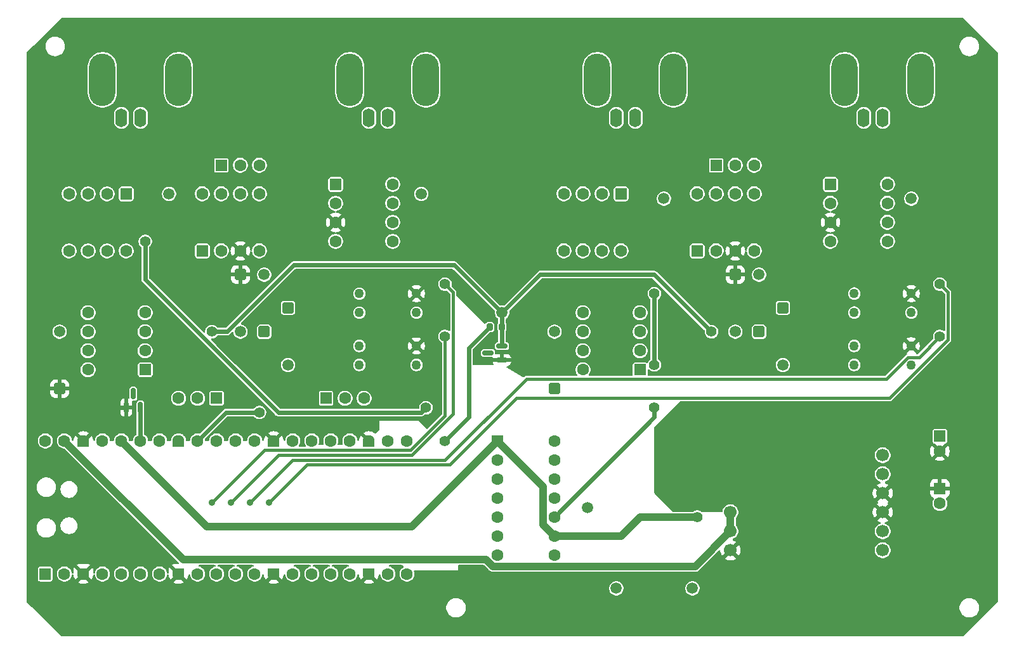
<source format=gbr>
%TF.GenerationSoftware,KiCad,Pcbnew,9.0.1*%
%TF.CreationDate,2025-06-22T18:16:09+09:00*%
%TF.ProjectId,SMU,534d552e-6b69-4636-9164-5f7063625858,rev?*%
%TF.SameCoordinates,Original*%
%TF.FileFunction,Copper,L6,Bot*%
%TF.FilePolarity,Positive*%
%FSLAX46Y46*%
G04 Gerber Fmt 4.6, Leading zero omitted, Abs format (unit mm)*
G04 Created by KiCad (PCBNEW 9.0.1) date 2025-06-22 18:16:09*
%MOMM*%
%LPD*%
G01*
G04 APERTURE LIST*
G04 Aperture macros list*
%AMRoundRect*
0 Rectangle with rounded corners*
0 $1 Rounding radius*
0 $2 $3 $4 $5 $6 $7 $8 $9 X,Y pos of 4 corners*
0 Add a 4 corners polygon primitive as box body*
4,1,4,$2,$3,$4,$5,$6,$7,$8,$9,$2,$3,0*
0 Add four circle primitives for the rounded corners*
1,1,$1+$1,$2,$3*
1,1,$1+$1,$4,$5*
1,1,$1+$1,$6,$7*
1,1,$1+$1,$8,$9*
0 Add four rect primitives between the rounded corners*
20,1,$1+$1,$2,$3,$4,$5,0*
20,1,$1+$1,$4,$5,$6,$7,0*
20,1,$1+$1,$6,$7,$8,$9,0*
20,1,$1+$1,$8,$9,$2,$3,0*%
%AMFreePoly0*
4,1,37,0.603843,0.796157,0.639018,0.796157,0.711114,0.766294,0.766294,0.711114,0.796157,0.639018,0.796157,0.603843,0.800000,0.600000,0.800000,-0.600000,0.796157,-0.603843,0.796157,-0.639018,0.766294,-0.711114,0.711114,-0.766294,0.639018,-0.796157,0.603843,-0.796157,0.600000,-0.800000,0.000000,-0.800000,0.000000,-0.796148,-0.078414,-0.796148,-0.232228,-0.765552,-0.377117,-0.705537,
-0.507515,-0.618408,-0.618408,-0.507515,-0.705537,-0.377117,-0.765552,-0.232228,-0.796148,-0.078414,-0.796148,0.078414,-0.765552,0.232228,-0.705537,0.377117,-0.618408,0.507515,-0.507515,0.618408,-0.377117,0.705537,-0.232228,0.765552,-0.078414,0.796148,0.000000,0.796148,0.000000,0.800000,0.600000,0.800000,0.603843,0.796157,0.603843,0.796157,$1*%
%AMFreePoly1*
4,1,37,0.000000,0.796148,0.078414,0.796148,0.232228,0.765552,0.377117,0.705537,0.507515,0.618408,0.618408,0.507515,0.705537,0.377117,0.765552,0.232228,0.796148,0.078414,0.796148,-0.078414,0.765552,-0.232228,0.705537,-0.377117,0.618408,-0.507515,0.507515,-0.618408,0.377117,-0.705537,0.232228,-0.765552,0.078414,-0.796148,0.000000,-0.796148,0.000000,-0.800000,-0.600000,-0.800000,
-0.603843,-0.796157,-0.639018,-0.796157,-0.711114,-0.766294,-0.766294,-0.711114,-0.796157,-0.639018,-0.796157,-0.603843,-0.800000,-0.600000,-0.800000,0.600000,-0.796157,0.603843,-0.796157,0.639018,-0.766294,0.711114,-0.711114,0.766294,-0.639018,0.796157,-0.603843,0.796157,-0.600000,0.800000,0.000000,0.800000,0.000000,0.796148,0.000000,0.796148,$1*%
G04 Aperture macros list end*
%TA.AperFunction,ComponentPad*%
%ADD10C,1.270000*%
%TD*%
%TA.AperFunction,ComponentPad*%
%ADD11RoundRect,0.250000X0.550000X0.550000X-0.550000X0.550000X-0.550000X-0.550000X0.550000X-0.550000X0*%
%TD*%
%TA.AperFunction,ComponentPad*%
%ADD12C,1.600000*%
%TD*%
%TA.AperFunction,ComponentPad*%
%ADD13RoundRect,0.250001X-0.499999X0.499999X-0.499999X-0.499999X0.499999X-0.499999X0.499999X0.499999X0*%
%TD*%
%TA.AperFunction,ComponentPad*%
%ADD14C,1.500000*%
%TD*%
%TA.AperFunction,ComponentPad*%
%ADD15RoundRect,0.250000X-0.550000X0.550000X-0.550000X-0.550000X0.550000X-0.550000X0.550000X0.550000X0*%
%TD*%
%TA.AperFunction,ComponentPad*%
%ADD16O,1.600000X2.500000*%
%TD*%
%TA.AperFunction,ComponentPad*%
%ADD17O,3.500000X7.000000*%
%TD*%
%TA.AperFunction,ComponentPad*%
%ADD18RoundRect,0.250000X-0.550000X-0.550000X0.550000X-0.550000X0.550000X0.550000X-0.550000X0.550000X0*%
%TD*%
%TA.AperFunction,ComponentPad*%
%ADD19RoundRect,0.250000X0.550000X-0.550000X0.550000X0.550000X-0.550000X0.550000X-0.550000X-0.550000X0*%
%TD*%
%TA.AperFunction,ComponentPad*%
%ADD20RoundRect,0.250001X0.499999X-0.499999X0.499999X0.499999X-0.499999X0.499999X-0.499999X-0.499999X0*%
%TD*%
%TA.AperFunction,ComponentPad*%
%ADD21C,1.700000*%
%TD*%
%TA.AperFunction,ComponentPad*%
%ADD22R,1.500000X1.500000*%
%TD*%
%TA.AperFunction,ComponentPad*%
%ADD23RoundRect,0.200000X0.600000X-0.600000X0.600000X0.600000X-0.600000X0.600000X-0.600000X-0.600000X0*%
%TD*%
%TA.AperFunction,ComponentPad*%
%ADD24FreePoly0,90.000000*%
%TD*%
%TA.AperFunction,ComponentPad*%
%ADD25FreePoly1,90.000000*%
%TD*%
%TA.AperFunction,SMDPad,CuDef*%
%ADD26RoundRect,0.150000X0.150000X-0.587500X0.150000X0.587500X-0.150000X0.587500X-0.150000X-0.587500X0*%
%TD*%
%TA.AperFunction,SMDPad,CuDef*%
%ADD27RoundRect,0.200000X0.200000X0.275000X-0.200000X0.275000X-0.200000X-0.275000X0.200000X-0.275000X0*%
%TD*%
%TA.AperFunction,SMDPad,CuDef*%
%ADD28RoundRect,0.150000X0.587500X0.150000X-0.587500X0.150000X-0.587500X-0.150000X0.587500X-0.150000X0*%
%TD*%
%TA.AperFunction,ViaPad*%
%ADD29C,1.400000*%
%TD*%
%TA.AperFunction,ViaPad*%
%ADD30C,1.500000*%
%TD*%
%TA.AperFunction,ViaPad*%
%ADD31C,0.900000*%
%TD*%
%TA.AperFunction,Conductor*%
%ADD32C,1.000000*%
%TD*%
%TA.AperFunction,Conductor*%
%ADD33C,0.600000*%
%TD*%
%TA.AperFunction,Conductor*%
%ADD34C,0.400000*%
%TD*%
G04 APERTURE END LIST*
D10*
%TO.P,U16,1,1*%
%TO.N,Net-(R22-Pad2)*%
X77470000Y-162565000D03*
%TO.P,U16,2,2*%
%TO.N,GND*%
X77470000Y-160025000D03*
%TO.P,U16,3,3*%
%TO.N,Net-(R19-Pad2)*%
X69850000Y-160025000D03*
%TO.P,U16,4,4*%
%TO.N,/PotentioStatUnit1/Vcrr*%
X69850000Y-162565000D03*
%TD*%
%TO.P,U10,1,1*%
%TO.N,Net-(R11-Pad1)*%
X143510000Y-162560000D03*
%TO.P,U10,2,2*%
%TO.N,GND*%
X143510000Y-160020000D03*
%TO.P,U10,3,3*%
%TO.N,Net-(R6-Pad2)*%
X135890000Y-160020000D03*
%TO.P,U10,4,4*%
%TO.N,/PotentioStatUnit/Vcrr*%
X135890000Y-162560000D03*
%TD*%
%TO.P,U9,1,1*%
%TO.N,Net-(R10-Pad2)*%
X143510000Y-155575000D03*
%TO.P,U9,2,2*%
%TO.N,GND*%
X143510000Y-153035000D03*
%TO.P,U9,3,3*%
%TO.N,Net-(R5-Pad2)*%
X135890000Y-153035000D03*
%TO.P,U9,4,4*%
%TO.N,/PotentioStatUnit/Vcrr*%
X135890000Y-155575000D03*
%TD*%
%TO.P,U15,1,1*%
%TO.N,Net-(R21-Pad1)*%
X77470000Y-155580000D03*
%TO.P,U15,2,2*%
%TO.N,GND*%
X77470000Y-153040000D03*
%TO.P,U15,3,3*%
%TO.N,Net-(R18-Pad2)*%
X69850000Y-153040000D03*
%TO.P,U15,4,4*%
%TO.N,/PotentioStatUnit1/Vcrr*%
X69850000Y-155580000D03*
%TD*%
D11*
%TO.P,U11,1,VOS*%
%TO.N,unconnected-(U11-VOS-Pad1)*%
X107315000Y-163195000D03*
D12*
%TO.P,U11,2,-*%
%TO.N,Net-(U11--)*%
X107315000Y-160655000D03*
%TO.P,U11,3,+*%
%TO.N,Net-(U11-+)*%
X107315000Y-158115000D03*
%TO.P,U11,4,V-*%
%TO.N,-12V*%
X107315000Y-155575000D03*
%TO.P,U11,5,NC*%
%TO.N,unconnected-(U11-NC-Pad5)*%
X99695000Y-155575000D03*
%TO.P,U11,6*%
%TO.N,/\u53CD\u8EE2\u56DE\u8DEF/OUTPUT*%
X99695000Y-158115000D03*
%TO.P,U11,7,V+*%
%TO.N,+12V*%
X99695000Y-160655000D03*
%TO.P,U11,8,VOS*%
%TO.N,unconnected-(U11-VOS-Pad8)*%
X99695000Y-163195000D03*
%TD*%
D13*
%TO.P,D8,1,K*%
%TO.N,Net-(D7-A)*%
X60325000Y-154935000D03*
D14*
%TO.P,D8,2,A*%
%TO.N,/PotentioStatUnit1/Vcrr*%
X60325000Y-162555000D03*
%TD*%
D13*
%TO.P,D4,1,K*%
%TO.N,Net-(D3-A)*%
X126365000Y-154935000D03*
D14*
%TO.P,D4,2,A*%
%TO.N,/PotentioStatUnit/Vcrr*%
X126365000Y-162555000D03*
%TD*%
D15*
%TO.P,C2,1*%
%TO.N,GND*%
X147320000Y-179070000D03*
D12*
%TO.P,C2,2*%
%TO.N,-12V*%
X147320000Y-181070000D03*
%TD*%
D15*
%TO.P,C1,1*%
%TO.N,+12V*%
X147320000Y-172085000D03*
D12*
%TO.P,C1,2*%
%TO.N,GND*%
X147320000Y-174085000D03*
%TD*%
D16*
%TO.P,J2,1,In*%
%TO.N,Net-(J2-In)*%
X73660000Y-129540000D03*
D17*
%TO.P,J2,2,Ext*%
%TO.N,/PotentioStatUnit1/WE*%
X68580000Y-124460000D03*
D16*
X71120000Y-129540000D03*
D17*
X78740000Y-124460000D03*
%TD*%
D18*
%TO.P,U14,1,VOS*%
%TO.N,unconnected-(U14-VOS-Pad1)*%
X66680000Y-138435000D03*
D12*
%TO.P,U14,2,-*%
%TO.N,/PotentioStatUnit1/WE*%
X66680000Y-140975000D03*
%TO.P,U14,3,+*%
%TO.N,GND*%
X66680000Y-143515000D03*
%TO.P,U14,4,V-*%
%TO.N,-12V*%
X66680000Y-146055000D03*
%TO.P,U14,5,NC*%
%TO.N,unconnected-(U14-NC-Pad5)*%
X74300000Y-146055000D03*
%TO.P,U14,6*%
%TO.N,/PotentioStatUnit1/Vcrr*%
X74300000Y-143515000D03*
%TO.P,U14,7,V+*%
%TO.N,+12V*%
X74300000Y-140975000D03*
%TO.P,U14,8,VOS*%
%TO.N,unconnected-(U14-VOS-Pad8)*%
X74300000Y-138435000D03*
%TD*%
D19*
%TO.P,U6,1,VOS*%
%TO.N,unconnected-(U6-VOS-Pad1)*%
X114935000Y-147320000D03*
D12*
%TO.P,U6,2,-*%
%TO.N,Net-(U6--)*%
X117475000Y-147320000D03*
%TO.P,U6,3,+*%
%TO.N,GND*%
X120015000Y-147320000D03*
%TO.P,U6,4,V-*%
%TO.N,-12V*%
X122555000Y-147320000D03*
%TO.P,U6,5,NC*%
%TO.N,unconnected-(U6-NC-Pad5)*%
X122555000Y-139700000D03*
%TO.P,U6,6*%
%TO.N,/PotentioStatUnit/CE*%
X120015000Y-139700000D03*
%TO.P,U6,7,V+*%
%TO.N,+12V*%
X117475000Y-139700000D03*
%TO.P,U6,8,VOS*%
%TO.N,unconnected-(U6-VOS-Pad8)*%
X114935000Y-139700000D03*
%TD*%
D18*
%TO.P,U5,1,Vdd*%
%TO.N,+3.3V*%
X88265000Y-172720000D03*
D12*
%TO.P,U5,2,NC*%
%TO.N,unconnected-(U5-NC-Pad2)*%
X88265000Y-175260000D03*
%TO.P,U5,3,~{CS}*%
%TO.N,Net-(A1-GPIO17)*%
X88265000Y-177800000D03*
%TO.P,U5,4,SCK*%
%TO.N,Net-(A1-GPIO18)*%
X88265000Y-180340000D03*
%TO.P,U5,5,SDI*%
%TO.N,Net-(A1-GPIO19)*%
X88265000Y-182880000D03*
%TO.P,U5,6,NC*%
%TO.N,unconnected-(U5-NC-Pad6)*%
X88265000Y-185420000D03*
%TO.P,U5,7,NC*%
%TO.N,unconnected-(U5-NC-Pad7)*%
X88265000Y-187960000D03*
%TO.P,U5,8,~{LDAC}*%
%TO.N,Net-(A1-GPIO20)*%
X95885000Y-187960000D03*
%TO.P,U5,9,~{SHDN}*%
%TO.N,+3.3V*%
X95885000Y-185420000D03*
%TO.P,U5,10,VB*%
%TO.N,/PotentioStatUnit/INPUT*%
X95885000Y-182880000D03*
%TO.P,U5,11,VrefB*%
%TO.N,/REF_+2.048V*%
X95885000Y-180340000D03*
%TO.P,U5,12,Vss*%
%TO.N,GND*%
X95885000Y-177800000D03*
%TO.P,U5,13,VrefA*%
%TO.N,/REF_+2.048V*%
X95885000Y-175260000D03*
%TO.P,U5,14,VA*%
%TO.N,/PotentioStatUnit1/INPUT*%
X95885000Y-172720000D03*
%TD*%
D20*
%TO.P,D3,1,K*%
%TO.N,Net-(D2-A)*%
X123190000Y-158120000D03*
D14*
%TO.P,D3,2,A*%
%TO.N,Net-(D3-A)*%
X123190000Y-150500000D03*
%TD*%
D15*
%TO.P,U7,1,VOS*%
%TO.N,unconnected-(U7-VOS-Pad1)*%
X104775000Y-139700000D03*
D12*
%TO.P,U7,2,-*%
%TO.N,/PotentioStatUnit/Vre*%
X102235000Y-139700000D03*
%TO.P,U7,3,+*%
%TO.N,/PotentioStatUnit/RE*%
X99695000Y-139700000D03*
%TO.P,U7,4,V-*%
%TO.N,-12V*%
X97155000Y-139700000D03*
%TO.P,U7,5,NC*%
%TO.N,unconnected-(U7-NC-Pad5)*%
X97155000Y-147320000D03*
%TO.P,U7,6*%
%TO.N,/PotentioStatUnit/Vre*%
X99695000Y-147320000D03*
%TO.P,U7,7,V+*%
%TO.N,+12V*%
X102235000Y-147320000D03*
%TO.P,U7,8,VOS*%
%TO.N,unconnected-(U7-VOS-Pad8)*%
X104775000Y-147320000D03*
%TD*%
D21*
%TO.P,U1,1,IN+*%
%TO.N,VSYS*%
X119380000Y-182245000D03*
%TO.P,U1,2,EN*%
X119380000Y-184785000D03*
%TO.P,U1,3,GND*%
%TO.N,GND*%
X119380000Y-187325000D03*
%TO.P,U1,4,+OUT*%
%TO.N,+12V*%
X139700000Y-174625000D03*
%TO.P,U1,5,+OUT*%
X139700000Y-177165000D03*
%TO.P,U1,6,GND*%
%TO.N,GND*%
X139700000Y-179705000D03*
%TO.P,U1,7,GND*%
X139700000Y-182245000D03*
%TO.P,U1,8,-OUT*%
%TO.N,-12V*%
X139700000Y-184785000D03*
%TO.P,U1,9,-OUT*%
X139700000Y-187325000D03*
%TD*%
D22*
%TO.P,SW1,1,A*%
%TO.N,/PotentioStatUnit1/RE*%
X51435000Y-135890000D03*
D12*
%TO.P,SW1,2,B*%
%TO.N,/PotentioStatUnit1/CE*%
X53975000Y-135890000D03*
%TO.P,SW1,3,C*%
%TO.N,Net-(J2-In)*%
X56515000Y-135890000D03*
%TD*%
D19*
%TO.P,U12,1,VOS*%
%TO.N,unconnected-(U12-VOS-Pad1)*%
X48895000Y-147320000D03*
D12*
%TO.P,U12,2,-*%
%TO.N,Net-(U12--)*%
X51435000Y-147320000D03*
%TO.P,U12,3,+*%
%TO.N,GND*%
X53975000Y-147320000D03*
%TO.P,U12,4,V-*%
%TO.N,-12V*%
X56515000Y-147320000D03*
%TO.P,U12,5,NC*%
%TO.N,unconnected-(U12-NC-Pad5)*%
X56515000Y-139700000D03*
%TO.P,U12,6*%
%TO.N,/PotentioStatUnit1/CE*%
X53975000Y-139700000D03*
%TO.P,U12,7,V+*%
%TO.N,+12V*%
X51435000Y-139700000D03*
%TO.P,U12,8,VOS*%
%TO.N,unconnected-(U12-VOS-Pad8)*%
X48895000Y-139700000D03*
%TD*%
D16*
%TO.P,J1,1,In*%
%TO.N,/PotentioStatUnit1/RE*%
X40640000Y-129540000D03*
D17*
%TO.P,J1,2,Ext*%
%TO.N,/PotentioStatUnit1/WE*%
X35560000Y-124460000D03*
D16*
X38100000Y-129540000D03*
D17*
X45720000Y-124460000D03*
%TD*%
D20*
%TO.P,D1,1,K*%
%TO.N,GND*%
X95885000Y-165735000D03*
D14*
%TO.P,D1,2,A*%
%TO.N,/\u53CD\u8EE2\u56DE\u8DEF/OUTPUT*%
X95885000Y-158115000D03*
%TD*%
D22*
%TO.P,SW3,1,A*%
%TO.N,Net-(A1-GPIO26_ADC0)*%
X50800000Y-167005000D03*
D12*
%TO.P,SW3,2,B*%
%TO.N,/\u53CD\u8EE2\u56DE\u8DEF1/OUTPUT*%
X48260000Y-167005000D03*
%TO.P,SW3,3,C*%
%TO.N,unconnected-(SW3-C-Pad3)*%
X45720000Y-167005000D03*
%TD*%
D22*
%TO.P,SW2,1,A*%
%TO.N,/PotentioStatUnit/RE*%
X117475000Y-135890000D03*
D12*
%TO.P,SW2,2,B*%
%TO.N,/PotentioStatUnit/CE*%
X120015000Y-135890000D03*
%TO.P,SW2,3,C*%
%TO.N,Net-(J4-In)*%
X122555000Y-135890000D03*
%TD*%
D18*
%TO.P,U8,1,VOS*%
%TO.N,unconnected-(U8-VOS-Pad1)*%
X132715000Y-138430000D03*
D12*
%TO.P,U8,2,-*%
%TO.N,/PotentioStatUnit/WE*%
X132715000Y-140970000D03*
%TO.P,U8,3,+*%
%TO.N,GND*%
X132715000Y-143510000D03*
%TO.P,U8,4,V-*%
%TO.N,-12V*%
X132715000Y-146050000D03*
%TO.P,U8,5,NC*%
%TO.N,unconnected-(U8-NC-Pad5)*%
X140335000Y-146050000D03*
%TO.P,U8,6*%
%TO.N,/PotentioStatUnit/Vcrr*%
X140335000Y-143510000D03*
%TO.P,U8,7,V+*%
%TO.N,+12V*%
X140335000Y-140970000D03*
%TO.P,U8,8,VOS*%
%TO.N,unconnected-(U8-VOS-Pad8)*%
X140335000Y-138430000D03*
%TD*%
D11*
%TO.P,U17,1,VOS*%
%TO.N,unconnected-(U17-VOS-Pad1)*%
X41270000Y-163200000D03*
D12*
%TO.P,U17,2,-*%
%TO.N,Net-(U17--)*%
X41270000Y-160660000D03*
%TO.P,U17,3,+*%
%TO.N,Net-(U17-+)*%
X41270000Y-158120000D03*
%TO.P,U17,4,V-*%
%TO.N,-12V*%
X41270000Y-155580000D03*
%TO.P,U17,5,NC*%
%TO.N,unconnected-(U17-NC-Pad5)*%
X33650000Y-155580000D03*
%TO.P,U17,6*%
%TO.N,/\u53CD\u8EE2\u56DE\u8DEF1/OUTPUT*%
X33650000Y-158120000D03*
%TO.P,U17,7,V+*%
%TO.N,+12V*%
X33650000Y-160660000D03*
%TO.P,U17,8,VOS*%
%TO.N,unconnected-(U17-VOS-Pad8)*%
X33650000Y-163200000D03*
%TD*%
D13*
%TO.P,D6,1,K*%
%TO.N,GND*%
X53975000Y-150490000D03*
D14*
%TO.P,D6,2,A*%
%TO.N,Net-(D6-A)*%
X53975000Y-158110000D03*
%TD*%
D16*
%TO.P,J3,1,In*%
%TO.N,/PotentioStatUnit/RE*%
X106680000Y-129540000D03*
D17*
%TO.P,J3,2,Ext*%
%TO.N,/PotentioStatUnit/WE*%
X101600000Y-124460000D03*
D16*
X104140000Y-129540000D03*
D17*
X111760000Y-124460000D03*
%TD*%
D22*
%TO.P,SW4,1,A*%
%TO.N,Net-(A1-GPIO27_ADC1)*%
X65405000Y-167005000D03*
D12*
%TO.P,SW4,2,B*%
%TO.N,/\u53CD\u8EE2\u56DE\u8DEF/OUTPUT*%
X67945000Y-167005000D03*
%TO.P,SW4,3,C*%
%TO.N,unconnected-(SW4-C-Pad3)*%
X70485000Y-167005000D03*
%TD*%
D13*
%TO.P,D2,1,K*%
%TO.N,GND*%
X120015000Y-150495000D03*
D14*
%TO.P,D2,2,A*%
%TO.N,Net-(D2-A)*%
X120015000Y-158115000D03*
%TD*%
D20*
%TO.P,D7,1,K*%
%TO.N,Net-(D6-A)*%
X57150000Y-158120000D03*
D14*
%TO.P,D7,2,A*%
%TO.N,Net-(D7-A)*%
X57150000Y-150500000D03*
%TD*%
D15*
%TO.P,U13,1,VOS*%
%TO.N,unconnected-(U13-VOS-Pad1)*%
X38735000Y-139705000D03*
D12*
%TO.P,U13,2,-*%
%TO.N,/PotentioStatUnit1/Vre*%
X36195000Y-139705000D03*
%TO.P,U13,3,+*%
%TO.N,/PotentioStatUnit1/RE*%
X33655000Y-139705000D03*
%TO.P,U13,4,V-*%
%TO.N,-12V*%
X31115000Y-139705000D03*
%TO.P,U13,5,NC*%
%TO.N,unconnected-(U13-NC-Pad5)*%
X31115000Y-147325000D03*
%TO.P,U13,6*%
%TO.N,/PotentioStatUnit1/Vre*%
X33655000Y-147325000D03*
%TO.P,U13,7,V+*%
%TO.N,+12V*%
X36195000Y-147325000D03*
%TO.P,U13,8,VOS*%
%TO.N,unconnected-(U13-VOS-Pad8)*%
X38735000Y-147325000D03*
%TD*%
D20*
%TO.P,D5,1,K*%
%TO.N,GND*%
X29845000Y-165740000D03*
D14*
%TO.P,D5,2,A*%
%TO.N,/\u53CD\u8EE2\u56DE\u8DEF1/OUTPUT*%
X29845000Y-158120000D03*
%TD*%
D16*
%TO.P,J4,1,In*%
%TO.N,Net-(J4-In)*%
X139700000Y-129540000D03*
D17*
%TO.P,J4,2,Ext*%
%TO.N,/PotentioStatUnit/WE*%
X134620000Y-124460000D03*
D16*
X137160000Y-129540000D03*
D17*
X144780000Y-124460000D03*
%TD*%
D23*
%TO.P,A1,1,GPIO0*%
%TO.N,unconnected-(A1-GPIO0-Pad1)*%
X27940000Y-190500000D03*
D12*
%TO.P,A1,2,GPIO1*%
%TO.N,unconnected-(A1-GPIO1-Pad2)*%
X30480000Y-190500000D03*
D24*
%TO.P,A1,3,GND*%
%TO.N,GND*%
X33020000Y-190500000D03*
D12*
%TO.P,A1,4,GPIO2*%
%TO.N,unconnected-(A1-GPIO2-Pad4)*%
X35560000Y-190500000D03*
%TO.P,A1,5,GPIO3*%
%TO.N,unconnected-(A1-GPIO3-Pad5)*%
X38100000Y-190500000D03*
%TO.P,A1,6,GPIO4*%
%TO.N,unconnected-(A1-GPIO4-Pad6)*%
X40640000Y-190500000D03*
%TO.P,A1,7,GPIO5*%
%TO.N,unconnected-(A1-GPIO5-Pad7)*%
X43180000Y-190500000D03*
D24*
%TO.P,A1,8,GND*%
%TO.N,GND*%
X45720000Y-190500000D03*
D12*
%TO.P,A1,9,GPIO6*%
%TO.N,x1k_1*%
X48260000Y-190500000D03*
%TO.P,A1,10,GPIO7*%
%TO.N,x10k_1*%
X50800000Y-190500000D03*
%TO.P,A1,11,GPIO8*%
%TO.N,x1k_2*%
X53340000Y-190500000D03*
%TO.P,A1,12,GPIO9*%
%TO.N,x10k_2*%
X55880000Y-190500000D03*
D24*
%TO.P,A1,13,GND*%
%TO.N,GND*%
X58420000Y-190500000D03*
D12*
%TO.P,A1,14,GPIO10*%
%TO.N,unconnected-(A1-GPIO10-Pad14)*%
X60960000Y-190500000D03*
%TO.P,A1,15,GPIO11*%
%TO.N,unconnected-(A1-GPIO11-Pad15)*%
X63500000Y-190500000D03*
%TO.P,A1,16,GPIO12*%
%TO.N,unconnected-(A1-GPIO12-Pad16)*%
X66040000Y-190500000D03*
%TO.P,A1,17,GPIO13*%
%TO.N,unconnected-(A1-GPIO13-Pad17)*%
X68580000Y-190500000D03*
D24*
%TO.P,A1,18,GND*%
%TO.N,GND*%
X71120000Y-190500000D03*
D12*
%TO.P,A1,19,GPIO14*%
%TO.N,unconnected-(A1-GPIO14-Pad19)*%
X73660000Y-190500000D03*
%TO.P,A1,20,GPIO15*%
%TO.N,unconnected-(A1-GPIO15-Pad20)*%
X76200000Y-190500000D03*
%TO.P,A1,21,GPIO16*%
%TO.N,unconnected-(A1-GPIO16-Pad21)*%
X76200000Y-172720000D03*
%TO.P,A1,22,GPIO17*%
%TO.N,Net-(A1-GPIO17)*%
X73660000Y-172720000D03*
D25*
%TO.P,A1,23,GND*%
%TO.N,GND*%
X71120000Y-172720000D03*
D12*
%TO.P,A1,24,GPIO18*%
%TO.N,Net-(A1-GPIO18)*%
X68580000Y-172720000D03*
%TO.P,A1,25,GPIO19*%
%TO.N,Net-(A1-GPIO19)*%
X66040000Y-172720000D03*
%TO.P,A1,26,GPIO20*%
%TO.N,Net-(A1-GPIO20)*%
X63500000Y-172720000D03*
%TO.P,A1,27,GPIO21*%
%TO.N,unconnected-(A1-GPIO21-Pad27)*%
X60960000Y-172720000D03*
D25*
%TO.P,A1,28,GND*%
%TO.N,GND*%
X58420000Y-172720000D03*
D12*
%TO.P,A1,29,GPIO22*%
%TO.N,unconnected-(A1-GPIO22-Pad29)*%
X55880000Y-172720000D03*
%TO.P,A1,30,RUN*%
%TO.N,unconnected-(A1-RUN-Pad30)*%
X53340000Y-172720000D03*
%TO.P,A1,31,GPIO26_ADC0*%
%TO.N,Net-(A1-GPIO26_ADC0)*%
X50800000Y-172720000D03*
%TO.P,A1,32,GPIO27_ADC1*%
%TO.N,Net-(A1-GPIO27_ADC1)*%
X48260000Y-172720000D03*
D25*
%TO.P,A1,33,AGND*%
%TO.N,unconnected-(A1-AGND-Pad33)*%
X45720000Y-172720000D03*
D12*
%TO.P,A1,34,GPIO28_ADC2*%
%TO.N,unconnected-(A1-GPIO28_ADC2-Pad34)*%
X43180000Y-172720000D03*
%TO.P,A1,35,ADC_VREF*%
%TO.N,Net-(A1-ADC_VREF)*%
X40640000Y-172720000D03*
%TO.P,A1,36,3V3*%
%TO.N,+3.3V*%
X38100000Y-172720000D03*
%TO.P,A1,37,3V3_EN*%
%TO.N,unconnected-(A1-3V3_EN-Pad37)*%
X35560000Y-172720000D03*
D25*
%TO.P,A1,38,GND*%
%TO.N,GND*%
X33020000Y-172720000D03*
D12*
%TO.P,A1,39,VSYS*%
%TO.N,VSYS*%
X30480000Y-172720000D03*
%TO.P,A1,40,VBUS*%
%TO.N,unconnected-(A1-VBUS-Pad40)*%
X27940000Y-172720000D03*
%TD*%
D26*
%TO.P,U2,1,K*%
%TO.N,Net-(A1-ADC_VREF)*%
X40640000Y-168275000D03*
%TO.P,U2,2,A*%
%TO.N,GND*%
X38740000Y-168275000D03*
%TO.P,U2,3,NC*%
%TO.N,unconnected-(U2-NC-Pad3)*%
X39690000Y-166400000D03*
%TD*%
D27*
%TO.P,R1,1*%
%TO.N,3.0V_REF*%
X88900000Y-157480000D03*
%TO.P,R1,2*%
%TO.N,+3.3V*%
X87250000Y-157480000D03*
%TD*%
D28*
%TO.P,U3,1,K*%
%TO.N,3.0V_REF*%
X88900000Y-160020000D03*
%TO.P,U3,2,A*%
%TO.N,GND*%
X88900000Y-161920000D03*
%TO.P,U3,3,NC*%
%TO.N,unconnected-(U3-NC-Pad3)*%
X87025000Y-160970000D03*
%TD*%
D29*
%TO.N,+3.3V*%
X114935000Y-182880000D03*
X81280000Y-172720000D03*
D30*
%TO.N,GND*%
X57150000Y-160655000D03*
X151000000Y-126000000D03*
X48895000Y-151765000D03*
X107250000Y-197000000D03*
X125250000Y-121000000D03*
X103505000Y-153670000D03*
X60250000Y-121000000D03*
X27750000Y-156000000D03*
X109220000Y-192405000D03*
X27750000Y-176000000D03*
X114935000Y-174625000D03*
X90250000Y-130175000D03*
X146500000Y-197000000D03*
X85725000Y-146050000D03*
X116205000Y-152400000D03*
X152750000Y-156000000D03*
%TO.N,/PotentioStatUnit/Vcrr*%
X143510000Y-140335000D03*
%TO.N,/PotentioStatUnit1/Vcrr*%
X78105000Y-139700000D03*
%TO.N,/REF_+2.048V*%
X100330000Y-181610000D03*
%TO.N,/PotentioStatUnit/Vre*%
X110490000Y-140335000D03*
D29*
%TO.N,/PotentioStatUnit/INPUT*%
X109220000Y-168275000D03*
X109220000Y-153035000D03*
X109220000Y-162560000D03*
D30*
%TO.N,/PotentioStatUnit1/Vre*%
X44450000Y-139700000D03*
D29*
%TO.N,/PotentioStatUnit1/INPUT*%
X78740000Y-168275000D03*
X41275000Y-146050000D03*
D31*
%TO.N,x10k_2*%
X57785000Y-180975000D03*
D29*
X147320000Y-151765000D03*
%TO.N,x1k_2*%
X147320000Y-158750000D03*
D31*
X55245000Y-180975000D03*
D29*
%TO.N,x10k_1*%
X81280000Y-151765000D03*
D31*
X52705000Y-180975000D03*
D29*
%TO.N,x1k_1*%
X81280000Y-158750000D03*
D31*
X50165000Y-180975000D03*
D30*
%TO.N,-12V*%
X104140000Y-192405000D03*
%TO.N,+12V*%
X114300000Y-192405000D03*
%TO.N,3.0V_REF*%
X88900000Y-155575000D03*
D29*
X116840000Y-158115000D03*
X50165000Y-158115000D03*
%TO.N,Net-(A1-GPIO27_ADC1)*%
X56515000Y-168910000D03*
%TD*%
D32*
%TO.N,+3.3V*%
X94384000Y-178839000D02*
X94384000Y-183919000D01*
X49530000Y-184150000D02*
X76835000Y-184150000D01*
X94384000Y-183919000D02*
X95885000Y-185420000D01*
D33*
X84455000Y-169545000D02*
X81280000Y-172720000D01*
X84455000Y-160275000D02*
X84455000Y-169545000D01*
D32*
X88265000Y-172720000D02*
X94384000Y-178839000D01*
X104775000Y-185420000D02*
X95885000Y-185420000D01*
X114935000Y-182880000D02*
X107315000Y-182880000D01*
X76835000Y-184150000D02*
X88265000Y-172720000D01*
X107315000Y-182880000D02*
X104775000Y-185420000D01*
D33*
X87250000Y-157480000D02*
X84455000Y-160275000D01*
D32*
X38100000Y-172720000D02*
X49530000Y-184150000D01*
D33*
%TO.N,GND*%
X37465000Y-168275000D02*
X33020000Y-172720000D01*
X38740000Y-168275000D02*
X37465000Y-168275000D01*
%TO.N,/PotentioStatUnit/INPUT*%
X109220000Y-168275000D02*
X109220000Y-169545000D01*
X109220000Y-169545000D02*
X95885000Y-182880000D01*
X109220000Y-153035000D02*
X109220000Y-162560000D01*
%TO.N,/PotentioStatUnit1/INPUT*%
X59055000Y-168910000D02*
X78105000Y-168910000D01*
X41275000Y-151130000D02*
X59055000Y-168910000D01*
X41275000Y-146050000D02*
X41275000Y-151130000D01*
X78105000Y-168910000D02*
X78740000Y-168275000D01*
D34*
%TO.N,x10k_2*%
X57785000Y-180975000D02*
X62865000Y-175895000D01*
X62865000Y-175895000D02*
X81915000Y-175895000D01*
X140622050Y-167005000D02*
X148421000Y-159206050D01*
X148421000Y-152866000D02*
X147320000Y-151765000D01*
X148421000Y-159206050D02*
X148421000Y-152866000D01*
X90805000Y-167005000D02*
X140622050Y-167005000D01*
X81915000Y-175895000D02*
X90805000Y-167005000D01*
%TO.N,x1k_2*%
X140208874Y-164396000D02*
X143080874Y-161524000D01*
X143080874Y-161524000D02*
X144546000Y-161524000D01*
X81280000Y-175260000D02*
X92144000Y-164396000D01*
X60960000Y-175260000D02*
X81280000Y-175260000D01*
X144546000Y-161524000D02*
X147320000Y-158750000D01*
X92144000Y-164396000D02*
X140208874Y-164396000D01*
X55245000Y-180975000D02*
X60960000Y-175260000D01*
%TO.N,x10k_1*%
X76843413Y-174625000D02*
X82381000Y-169087413D01*
X52705000Y-180975000D02*
X59055000Y-174625000D01*
X82381000Y-169087413D02*
X82381000Y-152866000D01*
X82381000Y-152866000D02*
X81280000Y-151765000D01*
X59055000Y-174625000D02*
X76843413Y-174625000D01*
%TO.N,x1k_1*%
X57214000Y-173926000D02*
X76692471Y-173926000D01*
X50165000Y-180975000D02*
X57214000Y-173926000D01*
X76692471Y-173926000D02*
X81280000Y-169338471D01*
X81280000Y-169338471D02*
X81280000Y-158750000D01*
D33*
%TO.N,Net-(A1-ADC_VREF)*%
X40640000Y-168275000D02*
X40640000Y-172720000D01*
%TO.N,3.0V_REF*%
X82550000Y-149225000D02*
X88900000Y-155575000D01*
X88900000Y-157480000D02*
X88900000Y-160020000D01*
X93980000Y-150495000D02*
X88900000Y-155575000D01*
X52200818Y-158115000D02*
X61090818Y-149225000D01*
X116840000Y-158115000D02*
X109220000Y-150495000D01*
X88900000Y-155575000D02*
X88900000Y-157480000D01*
X50165000Y-158115000D02*
X52200818Y-158115000D01*
X109220000Y-150495000D02*
X93980000Y-150495000D01*
X61090818Y-149225000D02*
X82550000Y-149225000D01*
D32*
%TO.N,VSYS*%
X114704000Y-189461000D02*
X119380000Y-184785000D01*
X86764000Y-188581735D02*
X87643265Y-189461000D01*
X119380000Y-182245000D02*
X119380000Y-184785000D01*
X87643265Y-189461000D02*
X114704000Y-189461000D01*
X46341735Y-188581735D02*
X86764000Y-188581735D01*
X30480000Y-172720000D02*
X46341735Y-188581735D01*
D33*
%TO.N,Net-(A1-GPIO27_ADC1)*%
X52070000Y-168910000D02*
X48260000Y-172720000D01*
X56515000Y-168910000D02*
X52070000Y-168910000D01*
%TD*%
%TA.AperFunction,Conductor*%
%TO.N,GND*%
G36*
X150466177Y-116220185D02*
G01*
X150486819Y-116236819D01*
X155013181Y-120763181D01*
X155046666Y-120824504D01*
X155049500Y-120850862D01*
X155049500Y-194149138D01*
X155029815Y-194216177D01*
X155013181Y-194236819D01*
X150486819Y-198763181D01*
X150425496Y-198796666D01*
X150399138Y-198799500D01*
X30100862Y-198799500D01*
X30033823Y-198779815D01*
X30013181Y-198763181D01*
X26147648Y-194897648D01*
X81449500Y-194897648D01*
X81449500Y-195102351D01*
X81481522Y-195304534D01*
X81544781Y-195499223D01*
X81637715Y-195681613D01*
X81758028Y-195847213D01*
X81902786Y-195991971D01*
X82057749Y-196104556D01*
X82068390Y-196112287D01*
X82184607Y-196171503D01*
X82250776Y-196205218D01*
X82250778Y-196205218D01*
X82250781Y-196205220D01*
X82355137Y-196239127D01*
X82445465Y-196268477D01*
X82546557Y-196284488D01*
X82647648Y-196300500D01*
X82647649Y-196300500D01*
X82852351Y-196300500D01*
X82852352Y-196300500D01*
X83054534Y-196268477D01*
X83249219Y-196205220D01*
X83431610Y-196112287D01*
X83524590Y-196044732D01*
X83597213Y-195991971D01*
X83597215Y-195991968D01*
X83597219Y-195991966D01*
X83741966Y-195847219D01*
X83741968Y-195847215D01*
X83741971Y-195847213D01*
X83794732Y-195774590D01*
X83862287Y-195681610D01*
X83955220Y-195499219D01*
X84018477Y-195304534D01*
X84050500Y-195102352D01*
X84050500Y-194897648D01*
X149949500Y-194897648D01*
X149949500Y-195102351D01*
X149981522Y-195304534D01*
X150044781Y-195499223D01*
X150137715Y-195681613D01*
X150258028Y-195847213D01*
X150402786Y-195991971D01*
X150557749Y-196104556D01*
X150568390Y-196112287D01*
X150684607Y-196171503D01*
X150750776Y-196205218D01*
X150750778Y-196205218D01*
X150750781Y-196205220D01*
X150855137Y-196239127D01*
X150945465Y-196268477D01*
X151046557Y-196284488D01*
X151147648Y-196300500D01*
X151147649Y-196300500D01*
X151352351Y-196300500D01*
X151352352Y-196300500D01*
X151554534Y-196268477D01*
X151749219Y-196205220D01*
X151931610Y-196112287D01*
X152024590Y-196044732D01*
X152097213Y-195991971D01*
X152097215Y-195991968D01*
X152097219Y-195991966D01*
X152241966Y-195847219D01*
X152241968Y-195847215D01*
X152241971Y-195847213D01*
X152294732Y-195774590D01*
X152362287Y-195681610D01*
X152455220Y-195499219D01*
X152518477Y-195304534D01*
X152550500Y-195102352D01*
X152550500Y-194897648D01*
X152518477Y-194695466D01*
X152455220Y-194500781D01*
X152455218Y-194500778D01*
X152455218Y-194500776D01*
X152421503Y-194434607D01*
X152362287Y-194318390D01*
X152288026Y-194216177D01*
X152241971Y-194152786D01*
X152097213Y-194008028D01*
X151931613Y-193887715D01*
X151931612Y-193887714D01*
X151931610Y-193887713D01*
X151874653Y-193858691D01*
X151749223Y-193794781D01*
X151554534Y-193731522D01*
X151379995Y-193703878D01*
X151352352Y-193699500D01*
X151147648Y-193699500D01*
X151123329Y-193703351D01*
X150945465Y-193731522D01*
X150750776Y-193794781D01*
X150568386Y-193887715D01*
X150402786Y-194008028D01*
X150258028Y-194152786D01*
X150137715Y-194318386D01*
X150044781Y-194500776D01*
X149981522Y-194695465D01*
X149949500Y-194897648D01*
X84050500Y-194897648D01*
X84018477Y-194695466D01*
X83955220Y-194500781D01*
X83955218Y-194500778D01*
X83955218Y-194500776D01*
X83921503Y-194434607D01*
X83862287Y-194318390D01*
X83788026Y-194216177D01*
X83741971Y-194152786D01*
X83597213Y-194008028D01*
X83431613Y-193887715D01*
X83431612Y-193887714D01*
X83431610Y-193887713D01*
X83374653Y-193858691D01*
X83249223Y-193794781D01*
X83054534Y-193731522D01*
X82879995Y-193703878D01*
X82852352Y-193699500D01*
X82647648Y-193699500D01*
X82623329Y-193703351D01*
X82445465Y-193731522D01*
X82250776Y-193794781D01*
X82068386Y-193887715D01*
X81902786Y-194008028D01*
X81758028Y-194152786D01*
X81637715Y-194318386D01*
X81544781Y-194500776D01*
X81481522Y-194695465D01*
X81449500Y-194897648D01*
X26147648Y-194897648D01*
X25486819Y-194236819D01*
X25453334Y-194175496D01*
X25450500Y-194149138D01*
X25450500Y-192311379D01*
X103189500Y-192311379D01*
X103189500Y-192498620D01*
X103226025Y-192682243D01*
X103226027Y-192682251D01*
X103297676Y-192855228D01*
X103297681Y-192855237D01*
X103401697Y-193010907D01*
X103401700Y-193010911D01*
X103534088Y-193143299D01*
X103534092Y-193143302D01*
X103689762Y-193247318D01*
X103689768Y-193247321D01*
X103689769Y-193247322D01*
X103862749Y-193318973D01*
X104046379Y-193355499D01*
X104046383Y-193355500D01*
X104046384Y-193355500D01*
X104233617Y-193355500D01*
X104233618Y-193355499D01*
X104417251Y-193318973D01*
X104590231Y-193247322D01*
X104745908Y-193143302D01*
X104878302Y-193010908D01*
X104982322Y-192855231D01*
X105053973Y-192682251D01*
X105090500Y-192498616D01*
X105090500Y-192311384D01*
X105090499Y-192311379D01*
X113349500Y-192311379D01*
X113349500Y-192498620D01*
X113386025Y-192682243D01*
X113386027Y-192682251D01*
X113457676Y-192855228D01*
X113457681Y-192855237D01*
X113561697Y-193010907D01*
X113561700Y-193010911D01*
X113694088Y-193143299D01*
X113694092Y-193143302D01*
X113849762Y-193247318D01*
X113849768Y-193247321D01*
X113849769Y-193247322D01*
X114022749Y-193318973D01*
X114206379Y-193355499D01*
X114206383Y-193355500D01*
X114206384Y-193355500D01*
X114393617Y-193355500D01*
X114393618Y-193355499D01*
X114577251Y-193318973D01*
X114750231Y-193247322D01*
X114905908Y-193143302D01*
X115038302Y-193010908D01*
X115142322Y-192855231D01*
X115213973Y-192682251D01*
X115250500Y-192498616D01*
X115250500Y-192311384D01*
X115213973Y-192127749D01*
X115142322Y-191954769D01*
X115142321Y-191954768D01*
X115142318Y-191954762D01*
X115038302Y-191799092D01*
X115038299Y-191799088D01*
X114905911Y-191666700D01*
X114905907Y-191666697D01*
X114750237Y-191562681D01*
X114750228Y-191562676D01*
X114577251Y-191491027D01*
X114577243Y-191491025D01*
X114393620Y-191454500D01*
X114393616Y-191454500D01*
X114206384Y-191454500D01*
X114206379Y-191454500D01*
X114022756Y-191491025D01*
X114022748Y-191491027D01*
X113849771Y-191562676D01*
X113849762Y-191562681D01*
X113694092Y-191666697D01*
X113694088Y-191666700D01*
X113561700Y-191799088D01*
X113561697Y-191799092D01*
X113457681Y-191954762D01*
X113457676Y-191954771D01*
X113386027Y-192127748D01*
X113386025Y-192127756D01*
X113349500Y-192311379D01*
X105090499Y-192311379D01*
X105053973Y-192127749D01*
X104982322Y-191954769D01*
X104982321Y-191954768D01*
X104982318Y-191954762D01*
X104878302Y-191799092D01*
X104878299Y-191799088D01*
X104745911Y-191666700D01*
X104745907Y-191666697D01*
X104590237Y-191562681D01*
X104590228Y-191562676D01*
X104417251Y-191491027D01*
X104417243Y-191491025D01*
X104233620Y-191454500D01*
X104233616Y-191454500D01*
X104046384Y-191454500D01*
X104046379Y-191454500D01*
X103862756Y-191491025D01*
X103862748Y-191491027D01*
X103689771Y-191562676D01*
X103689762Y-191562681D01*
X103534092Y-191666697D01*
X103534088Y-191666700D01*
X103401700Y-191799088D01*
X103401697Y-191799092D01*
X103297681Y-191954762D01*
X103297676Y-191954771D01*
X103226027Y-192127748D01*
X103226025Y-192127756D01*
X103189500Y-192311379D01*
X25450500Y-192311379D01*
X25450500Y-189868475D01*
X26939500Y-189868475D01*
X26939500Y-191131517D01*
X26950292Y-191199657D01*
X26954354Y-191225304D01*
X27011950Y-191338342D01*
X27011952Y-191338344D01*
X27011954Y-191338347D01*
X27101652Y-191428045D01*
X27101654Y-191428046D01*
X27101658Y-191428050D01*
X27214694Y-191485645D01*
X27214698Y-191485647D01*
X27308475Y-191500499D01*
X27308481Y-191500500D01*
X28571518Y-191500499D01*
X28665304Y-191485646D01*
X28778342Y-191428050D01*
X28868050Y-191338342D01*
X28925646Y-191225304D01*
X28925646Y-191225302D01*
X28925647Y-191225301D01*
X28936282Y-191158147D01*
X28940500Y-191131519D01*
X28940500Y-190598543D01*
X29479499Y-190598543D01*
X29517947Y-190791829D01*
X29517950Y-190791839D01*
X29593364Y-190973907D01*
X29593371Y-190973920D01*
X29702860Y-191137781D01*
X29702863Y-191137785D01*
X29842214Y-191277136D01*
X29842218Y-191277139D01*
X30006079Y-191386628D01*
X30006092Y-191386635D01*
X30169935Y-191454500D01*
X30188165Y-191462051D01*
X30188169Y-191462051D01*
X30188170Y-191462052D01*
X30381456Y-191500500D01*
X30381459Y-191500500D01*
X30578543Y-191500500D01*
X30708582Y-191474632D01*
X30771835Y-191462051D01*
X30807975Y-191447081D01*
X30869270Y-191421693D01*
X30953907Y-191386635D01*
X30953907Y-191386634D01*
X30953914Y-191386632D01*
X31117782Y-191277139D01*
X31257139Y-191137782D01*
X31366632Y-190973914D01*
X31442051Y-190791835D01*
X31475557Y-190623389D01*
X31507942Y-190561479D01*
X31568657Y-190526905D01*
X31638427Y-190530644D01*
X31695099Y-190571510D01*
X31720577Y-190635426D01*
X31724701Y-190677302D01*
X31755444Y-190831864D01*
X31784185Y-190926612D01*
X31844490Y-191072198D01*
X31891155Y-191159501D01*
X31891161Y-191159511D01*
X31937534Y-191228912D01*
X32537037Y-190629410D01*
X32554075Y-190692993D01*
X32619901Y-190807007D01*
X32712993Y-190900099D01*
X32827007Y-190965925D01*
X32890589Y-190982962D01*
X32291085Y-191582465D01*
X32360488Y-191628838D01*
X32360498Y-191628844D01*
X32447801Y-191675509D01*
X32593387Y-191735814D01*
X32688135Y-191764555D01*
X32842699Y-191795298D01*
X32941210Y-191805000D01*
X33098790Y-191805000D01*
X33197299Y-191795298D01*
X33197302Y-191795298D01*
X33351864Y-191764555D01*
X33446612Y-191735814D01*
X33592198Y-191675509D01*
X33679511Y-191628838D01*
X33679515Y-191628837D01*
X33748913Y-191582465D01*
X33149410Y-190982962D01*
X33212993Y-190965925D01*
X33327007Y-190900099D01*
X33420099Y-190807007D01*
X33485925Y-190692993D01*
X33502962Y-190629410D01*
X34102465Y-191228913D01*
X34148837Y-191159515D01*
X34148838Y-191159511D01*
X34195509Y-191072198D01*
X34255814Y-190926612D01*
X34284555Y-190831864D01*
X34315298Y-190677302D01*
X34315298Y-190677297D01*
X34319422Y-190635429D01*
X34345582Y-190570641D01*
X34402616Y-190530281D01*
X34472416Y-190527163D01*
X34532821Y-190562277D01*
X34564442Y-190623389D01*
X34597947Y-190791829D01*
X34597950Y-190791839D01*
X34673364Y-190973907D01*
X34673371Y-190973920D01*
X34782860Y-191137781D01*
X34782863Y-191137785D01*
X34922214Y-191277136D01*
X34922218Y-191277139D01*
X35086079Y-191386628D01*
X35086092Y-191386635D01*
X35249935Y-191454500D01*
X35268165Y-191462051D01*
X35268169Y-191462051D01*
X35268170Y-191462052D01*
X35461456Y-191500500D01*
X35461459Y-191500500D01*
X35658543Y-191500500D01*
X35788582Y-191474632D01*
X35851835Y-191462051D01*
X36033914Y-191386632D01*
X36197782Y-191277139D01*
X36337139Y-191137782D01*
X36446632Y-190973914D01*
X36522051Y-190791835D01*
X36544834Y-190677297D01*
X36560500Y-190598543D01*
X37099499Y-190598543D01*
X37137947Y-190791829D01*
X37137950Y-190791839D01*
X37213364Y-190973907D01*
X37213371Y-190973920D01*
X37322860Y-191137781D01*
X37322863Y-191137785D01*
X37462214Y-191277136D01*
X37462218Y-191277139D01*
X37626079Y-191386628D01*
X37626092Y-191386635D01*
X37789935Y-191454500D01*
X37808165Y-191462051D01*
X37808169Y-191462051D01*
X37808170Y-191462052D01*
X38001456Y-191500500D01*
X38001459Y-191500500D01*
X38198543Y-191500500D01*
X38328582Y-191474632D01*
X38391835Y-191462051D01*
X38573914Y-191386632D01*
X38737782Y-191277139D01*
X38877139Y-191137782D01*
X38986632Y-190973914D01*
X39062051Y-190791835D01*
X39084834Y-190677297D01*
X39100500Y-190598543D01*
X39639499Y-190598543D01*
X39677947Y-190791829D01*
X39677950Y-190791839D01*
X39753364Y-190973907D01*
X39753371Y-190973920D01*
X39862860Y-191137781D01*
X39862863Y-191137785D01*
X40002214Y-191277136D01*
X40002218Y-191277139D01*
X40166079Y-191386628D01*
X40166092Y-191386635D01*
X40329935Y-191454500D01*
X40348165Y-191462051D01*
X40348169Y-191462051D01*
X40348170Y-191462052D01*
X40541456Y-191500500D01*
X40541459Y-191500500D01*
X40738543Y-191500500D01*
X40868582Y-191474632D01*
X40931835Y-191462051D01*
X41113914Y-191386632D01*
X41277782Y-191277139D01*
X41417139Y-191137782D01*
X41526632Y-190973914D01*
X41602051Y-190791835D01*
X41624834Y-190677297D01*
X41640500Y-190598543D01*
X41640500Y-190401456D01*
X41602052Y-190208170D01*
X41602051Y-190208169D01*
X41602051Y-190208165D01*
X41571572Y-190134581D01*
X41526635Y-190026092D01*
X41526628Y-190026079D01*
X41417139Y-189862218D01*
X41417136Y-189862214D01*
X41277785Y-189722863D01*
X41277781Y-189722860D01*
X41113920Y-189613371D01*
X41113907Y-189613364D01*
X40931839Y-189537950D01*
X40931829Y-189537947D01*
X40738543Y-189499500D01*
X40738541Y-189499500D01*
X40541459Y-189499500D01*
X40541457Y-189499500D01*
X40348170Y-189537947D01*
X40348160Y-189537950D01*
X40166092Y-189613364D01*
X40166079Y-189613371D01*
X40002218Y-189722860D01*
X40002214Y-189722863D01*
X39862863Y-189862214D01*
X39862860Y-189862218D01*
X39753371Y-190026079D01*
X39753364Y-190026092D01*
X39677950Y-190208160D01*
X39677947Y-190208170D01*
X39639500Y-190401456D01*
X39639500Y-190401459D01*
X39639500Y-190598541D01*
X39639500Y-190598543D01*
X39639499Y-190598543D01*
X39100500Y-190598543D01*
X39100500Y-190401456D01*
X39062052Y-190208170D01*
X39062051Y-190208169D01*
X39062051Y-190208165D01*
X39031572Y-190134581D01*
X38986635Y-190026092D01*
X38986628Y-190026079D01*
X38877139Y-189862218D01*
X38877136Y-189862214D01*
X38737785Y-189722863D01*
X38737781Y-189722860D01*
X38573920Y-189613371D01*
X38573907Y-189613364D01*
X38391839Y-189537950D01*
X38391829Y-189537947D01*
X38198543Y-189499500D01*
X38198541Y-189499500D01*
X38001459Y-189499500D01*
X38001457Y-189499500D01*
X37808170Y-189537947D01*
X37808160Y-189537950D01*
X37626092Y-189613364D01*
X37626079Y-189613371D01*
X37462218Y-189722860D01*
X37462214Y-189722863D01*
X37322863Y-189862214D01*
X37322860Y-189862218D01*
X37213371Y-190026079D01*
X37213364Y-190026092D01*
X37137950Y-190208160D01*
X37137947Y-190208170D01*
X37099500Y-190401456D01*
X37099500Y-190401459D01*
X37099500Y-190598541D01*
X37099500Y-190598543D01*
X37099499Y-190598543D01*
X36560500Y-190598543D01*
X36560500Y-190401456D01*
X36522052Y-190208170D01*
X36522051Y-190208169D01*
X36522051Y-190208165D01*
X36491572Y-190134581D01*
X36446635Y-190026092D01*
X36446628Y-190026079D01*
X36337139Y-189862218D01*
X36337136Y-189862214D01*
X36197785Y-189722863D01*
X36197781Y-189722860D01*
X36033920Y-189613371D01*
X36033907Y-189613364D01*
X35851839Y-189537950D01*
X35851829Y-189537947D01*
X35658543Y-189499500D01*
X35658541Y-189499500D01*
X35461459Y-189499500D01*
X35461457Y-189499500D01*
X35268170Y-189537947D01*
X35268160Y-189537950D01*
X35086092Y-189613364D01*
X35086079Y-189613371D01*
X34922218Y-189722860D01*
X34922214Y-189722863D01*
X34782863Y-189862214D01*
X34782860Y-189862218D01*
X34673371Y-190026079D01*
X34673364Y-190026092D01*
X34597950Y-190208160D01*
X34597947Y-190208170D01*
X34570617Y-190345568D01*
X34538232Y-190407479D01*
X34477516Y-190442053D01*
X34407747Y-190438313D01*
X34351075Y-190397446D01*
X34325493Y-190332428D01*
X34325000Y-190321376D01*
X34325000Y-189860214D01*
X34322106Y-189806237D01*
X34322106Y-189806235D01*
X34286561Y-189666969D01*
X34286559Y-189666962D01*
X34263135Y-189610414D01*
X33502962Y-190370588D01*
X33485925Y-190307007D01*
X33420099Y-190192993D01*
X33327007Y-190099901D01*
X33212993Y-190034075D01*
X33149410Y-190017037D01*
X33909584Y-189256862D01*
X33853059Y-189233449D01*
X33802053Y-189215455D01*
X33659780Y-189195000D01*
X32380214Y-189195000D01*
X32326237Y-189197893D01*
X32326235Y-189197893D01*
X32186976Y-189233436D01*
X32186962Y-189233441D01*
X32130415Y-189256863D01*
X32890589Y-190017037D01*
X32827007Y-190034075D01*
X32712993Y-190099901D01*
X32619901Y-190192993D01*
X32554075Y-190307007D01*
X32537037Y-190370589D01*
X31776863Y-189610415D01*
X31776862Y-189610415D01*
X31753446Y-189666947D01*
X31753431Y-189666987D01*
X31735457Y-189717939D01*
X31735455Y-189717946D01*
X31715000Y-189860219D01*
X31715000Y-190321376D01*
X31695315Y-190388415D01*
X31642511Y-190434170D01*
X31573353Y-190444114D01*
X31509797Y-190415089D01*
X31472023Y-190356311D01*
X31469383Y-190345568D01*
X31442052Y-190208170D01*
X31442051Y-190208169D01*
X31442051Y-190208165D01*
X31411572Y-190134581D01*
X31366635Y-190026092D01*
X31366628Y-190026079D01*
X31257139Y-189862218D01*
X31257136Y-189862214D01*
X31117785Y-189722863D01*
X31117781Y-189722860D01*
X30953920Y-189613371D01*
X30953907Y-189613364D01*
X30771839Y-189537950D01*
X30771829Y-189537947D01*
X30578543Y-189499500D01*
X30578541Y-189499500D01*
X30381459Y-189499500D01*
X30381457Y-189499500D01*
X30188170Y-189537947D01*
X30188160Y-189537950D01*
X30006092Y-189613364D01*
X30006079Y-189613371D01*
X29842218Y-189722860D01*
X29842214Y-189722863D01*
X29702863Y-189862214D01*
X29702860Y-189862218D01*
X29593371Y-190026079D01*
X29593364Y-190026092D01*
X29517950Y-190208160D01*
X29517947Y-190208170D01*
X29479500Y-190401456D01*
X29479500Y-190401459D01*
X29479500Y-190598541D01*
X29479500Y-190598543D01*
X29479499Y-190598543D01*
X28940500Y-190598543D01*
X28940499Y-189868482D01*
X28925646Y-189774696D01*
X28868050Y-189661658D01*
X28868046Y-189661654D01*
X28868045Y-189661652D01*
X28778347Y-189571954D01*
X28778344Y-189571952D01*
X28778342Y-189571950D01*
X28686614Y-189525212D01*
X28665301Y-189514352D01*
X28571524Y-189499500D01*
X27308482Y-189499500D01*
X27227519Y-189512323D01*
X27214696Y-189514354D01*
X27101658Y-189571950D01*
X27101657Y-189571951D01*
X27101652Y-189571954D01*
X27011954Y-189661652D01*
X27011951Y-189661657D01*
X27011950Y-189661658D01*
X27009244Y-189666969D01*
X26954352Y-189774698D01*
X26939500Y-189868475D01*
X25450500Y-189868475D01*
X25450500Y-184232648D01*
X26769500Y-184232648D01*
X26769500Y-184437351D01*
X26801522Y-184639534D01*
X26864781Y-184834223D01*
X26957715Y-185016613D01*
X27078028Y-185182213D01*
X27222786Y-185326971D01*
X27377749Y-185439556D01*
X27388390Y-185447287D01*
X27504607Y-185506503D01*
X27570776Y-185540218D01*
X27570778Y-185540218D01*
X27570781Y-185540220D01*
X27675137Y-185574127D01*
X27765465Y-185603477D01*
X27866557Y-185619488D01*
X27967648Y-185635500D01*
X27967649Y-185635500D01*
X28172351Y-185635500D01*
X28172352Y-185635500D01*
X28374534Y-185603477D01*
X28569219Y-185540220D01*
X28751610Y-185447287D01*
X28844590Y-185379732D01*
X28917213Y-185326971D01*
X28917215Y-185326968D01*
X28917219Y-185326966D01*
X29061966Y-185182219D01*
X29061968Y-185182215D01*
X29061971Y-185182213D01*
X29127935Y-185091420D01*
X29182287Y-185016610D01*
X29275220Y-184834219D01*
X29338477Y-184639534D01*
X29370500Y-184437352D01*
X29370500Y-184232648D01*
X29338477Y-184030466D01*
X29338476Y-184030462D01*
X29338476Y-184030461D01*
X29322037Y-183979867D01*
X29311170Y-183946421D01*
X29974500Y-183946421D01*
X29974500Y-184123578D01*
X30002214Y-184298556D01*
X30056956Y-184467039D01*
X30056957Y-184467042D01*
X30137386Y-184624890D01*
X30241517Y-184768214D01*
X30366786Y-184893483D01*
X30510110Y-184997614D01*
X30587529Y-185037061D01*
X30667957Y-185078042D01*
X30667960Y-185078043D01*
X30752201Y-185105414D01*
X30836445Y-185132786D01*
X31011421Y-185160500D01*
X31011422Y-185160500D01*
X31188578Y-185160500D01*
X31188579Y-185160500D01*
X31363555Y-185132786D01*
X31532042Y-185078042D01*
X31689890Y-184997614D01*
X31833214Y-184893483D01*
X31958483Y-184768214D01*
X32062614Y-184624890D01*
X32143042Y-184467042D01*
X32197786Y-184298555D01*
X32225500Y-184123579D01*
X32225500Y-183946421D01*
X32197786Y-183771445D01*
X32159427Y-183653386D01*
X32143043Y-183602960D01*
X32143042Y-183602957D01*
X32088592Y-183496095D01*
X32062614Y-183445110D01*
X31958483Y-183301786D01*
X31833214Y-183176517D01*
X31689890Y-183072386D01*
X31678381Y-183066522D01*
X31532042Y-182991957D01*
X31532039Y-182991956D01*
X31363556Y-182937214D01*
X31276067Y-182923357D01*
X31188579Y-182909500D01*
X31011421Y-182909500D01*
X30953095Y-182918738D01*
X30836443Y-182937214D01*
X30667960Y-182991956D01*
X30667957Y-182991957D01*
X30510109Y-183072386D01*
X30431114Y-183129780D01*
X30366786Y-183176517D01*
X30366784Y-183176519D01*
X30366783Y-183176519D01*
X30241519Y-183301783D01*
X30241519Y-183301784D01*
X30241517Y-183301786D01*
X30238058Y-183306547D01*
X30137386Y-183445109D01*
X30056957Y-183602957D01*
X30056956Y-183602960D01*
X30002214Y-183771443D01*
X29974500Y-183946421D01*
X29311170Y-183946421D01*
X29281159Y-183854059D01*
X29275220Y-183835781D01*
X29275218Y-183835778D01*
X29275218Y-183835776D01*
X29227433Y-183741994D01*
X29182287Y-183653390D01*
X29164453Y-183628843D01*
X29061971Y-183487786D01*
X28917213Y-183343028D01*
X28751613Y-183222715D01*
X28751612Y-183222714D01*
X28751610Y-183222713D01*
X28694653Y-183193691D01*
X28569223Y-183129781D01*
X28374534Y-183066522D01*
X28199995Y-183038878D01*
X28172352Y-183034500D01*
X27967648Y-183034500D01*
X27943329Y-183038351D01*
X27765465Y-183066522D01*
X27570776Y-183129781D01*
X27388386Y-183222715D01*
X27222786Y-183343028D01*
X27078028Y-183487786D01*
X26957715Y-183653386D01*
X26864781Y-183835776D01*
X26801522Y-184030465D01*
X26769500Y-184232648D01*
X25450500Y-184232648D01*
X25450500Y-178782648D01*
X26769500Y-178782648D01*
X26769500Y-178987351D01*
X26801522Y-179189534D01*
X26864781Y-179384223D01*
X26957715Y-179566613D01*
X27078028Y-179732213D01*
X27222786Y-179876971D01*
X27377749Y-179989556D01*
X27388390Y-179997287D01*
X27479049Y-180043480D01*
X27570776Y-180090218D01*
X27570778Y-180090218D01*
X27570781Y-180090220D01*
X27675137Y-180124127D01*
X27765465Y-180153477D01*
X27866557Y-180169488D01*
X27967648Y-180185500D01*
X27967649Y-180185500D01*
X28172351Y-180185500D01*
X28172352Y-180185500D01*
X28374534Y-180153477D01*
X28569219Y-180090220D01*
X28751610Y-179997287D01*
X28888278Y-179897993D01*
X28917213Y-179876971D01*
X28917215Y-179876968D01*
X28917219Y-179876966D01*
X29061966Y-179732219D01*
X29061968Y-179732215D01*
X29061971Y-179732213D01*
X29119058Y-179653638D01*
X29182287Y-179566610D01*
X29275220Y-179384219D01*
X29338477Y-179189534D01*
X29353225Y-179096421D01*
X29974500Y-179096421D01*
X29974500Y-179273579D01*
X29981157Y-179315606D01*
X30002214Y-179448556D01*
X30056956Y-179617039D01*
X30056957Y-179617042D01*
X30135315Y-179770826D01*
X30137386Y-179774890D01*
X30241517Y-179918214D01*
X30366786Y-180043483D01*
X30510110Y-180147614D01*
X30580281Y-180183368D01*
X30667957Y-180228042D01*
X30667960Y-180228043D01*
X30752201Y-180255414D01*
X30836445Y-180282786D01*
X31011421Y-180310500D01*
X31011422Y-180310500D01*
X31188578Y-180310500D01*
X31188579Y-180310500D01*
X31363555Y-180282786D01*
X31532042Y-180228042D01*
X31689890Y-180147614D01*
X31833214Y-180043483D01*
X31958483Y-179918214D01*
X32062614Y-179774890D01*
X32143042Y-179617042D01*
X32197786Y-179448555D01*
X32225500Y-179273579D01*
X32225500Y-179096421D01*
X32197786Y-178921445D01*
X32152689Y-178782648D01*
X32143043Y-178752960D01*
X32143042Y-178752957D01*
X32062613Y-178595109D01*
X31958483Y-178451786D01*
X31833214Y-178326517D01*
X31689890Y-178222386D01*
X31661666Y-178208005D01*
X31532042Y-178141957D01*
X31532039Y-178141956D01*
X31363556Y-178087214D01*
X31276067Y-178073357D01*
X31188579Y-178059500D01*
X31011421Y-178059500D01*
X30953095Y-178068738D01*
X30836443Y-178087214D01*
X30667960Y-178141956D01*
X30667957Y-178141957D01*
X30510109Y-178222386D01*
X30439188Y-178273914D01*
X30366786Y-178326517D01*
X30366784Y-178326519D01*
X30366783Y-178326519D01*
X30241519Y-178451783D01*
X30241519Y-178451784D01*
X30241517Y-178451786D01*
X30201264Y-178507189D01*
X30137386Y-178595109D01*
X30056957Y-178752957D01*
X30056956Y-178752960D01*
X30002214Y-178921443D01*
X29978344Y-179072151D01*
X29974500Y-179096421D01*
X29353225Y-179096421D01*
X29370500Y-178987352D01*
X29370500Y-178782648D01*
X29365798Y-178752960D01*
X29338477Y-178580465D01*
X29309127Y-178490137D01*
X29275220Y-178385781D01*
X29275218Y-178385778D01*
X29275218Y-178385776D01*
X29218417Y-178274299D01*
X29182287Y-178203390D01*
X29153788Y-178164164D01*
X29061971Y-178037786D01*
X28917213Y-177893028D01*
X28751613Y-177772715D01*
X28751612Y-177772714D01*
X28751610Y-177772713D01*
X28694653Y-177743691D01*
X28569223Y-177679781D01*
X28374534Y-177616522D01*
X28199995Y-177588878D01*
X28172352Y-177584500D01*
X27967648Y-177584500D01*
X27943329Y-177588351D01*
X27765465Y-177616522D01*
X27570776Y-177679781D01*
X27388386Y-177772715D01*
X27222786Y-177893028D01*
X27078028Y-178037786D01*
X26957715Y-178203386D01*
X26864781Y-178385776D01*
X26801522Y-178580465D01*
X26769500Y-178782648D01*
X25450500Y-178782648D01*
X25450500Y-172818543D01*
X26939499Y-172818543D01*
X26977947Y-173011829D01*
X26977950Y-173011839D01*
X27053364Y-173193907D01*
X27053371Y-173193920D01*
X27162860Y-173357781D01*
X27162863Y-173357785D01*
X27302214Y-173497136D01*
X27302218Y-173497139D01*
X27466079Y-173606628D01*
X27466092Y-173606635D01*
X27641789Y-173679410D01*
X27648165Y-173682051D01*
X27648169Y-173682051D01*
X27648170Y-173682052D01*
X27841456Y-173720500D01*
X27841459Y-173720500D01*
X28038543Y-173720500D01*
X28171472Y-173694058D01*
X28231835Y-173682051D01*
X28394026Y-173614870D01*
X28413907Y-173606635D01*
X28413907Y-173606634D01*
X28413914Y-173606632D01*
X28577782Y-173497139D01*
X28717139Y-173357782D01*
X28826632Y-173193914D01*
X28902051Y-173011835D01*
X28924571Y-172898623D01*
X28940500Y-172818543D01*
X29479499Y-172818543D01*
X29517947Y-173011829D01*
X29517950Y-173011839D01*
X29593364Y-173193907D01*
X29593371Y-173193920D01*
X29702860Y-173357781D01*
X29702863Y-173357785D01*
X29842214Y-173497136D01*
X29842218Y-173497139D01*
X30006079Y-173606628D01*
X30006092Y-173606635D01*
X30181789Y-173679410D01*
X30188165Y-173682051D01*
X30188169Y-173682051D01*
X30188170Y-173682052D01*
X30381456Y-173720500D01*
X30381459Y-173720500D01*
X30438481Y-173720500D01*
X30505520Y-173740185D01*
X30526162Y-173756819D01*
X45752661Y-188983319D01*
X45786146Y-189044642D01*
X45781162Y-189114334D01*
X45739290Y-189170267D01*
X45673826Y-189194684D01*
X45664980Y-189195000D01*
X45080214Y-189195000D01*
X45026237Y-189197893D01*
X45026235Y-189197893D01*
X44886976Y-189233436D01*
X44886962Y-189233441D01*
X44830415Y-189256863D01*
X45590589Y-190017037D01*
X45527007Y-190034075D01*
X45412993Y-190099901D01*
X45319901Y-190192993D01*
X45254075Y-190307007D01*
X45237037Y-190370589D01*
X44476863Y-189610415D01*
X44476862Y-189610415D01*
X44453446Y-189666947D01*
X44453431Y-189666987D01*
X44435457Y-189717939D01*
X44435455Y-189717946D01*
X44415000Y-189860219D01*
X44415000Y-190321376D01*
X44395315Y-190388415D01*
X44342511Y-190434170D01*
X44273353Y-190444114D01*
X44209797Y-190415089D01*
X44172023Y-190356311D01*
X44169383Y-190345568D01*
X44142052Y-190208170D01*
X44142051Y-190208169D01*
X44142051Y-190208165D01*
X44111572Y-190134581D01*
X44066635Y-190026092D01*
X44066628Y-190026079D01*
X43957139Y-189862218D01*
X43957136Y-189862214D01*
X43817785Y-189722863D01*
X43817781Y-189722860D01*
X43653920Y-189613371D01*
X43653907Y-189613364D01*
X43471839Y-189537950D01*
X43471829Y-189537947D01*
X43278543Y-189499500D01*
X43278541Y-189499500D01*
X43081459Y-189499500D01*
X43081457Y-189499500D01*
X42888170Y-189537947D01*
X42888160Y-189537950D01*
X42706092Y-189613364D01*
X42706079Y-189613371D01*
X42542218Y-189722860D01*
X42542214Y-189722863D01*
X42402863Y-189862214D01*
X42402860Y-189862218D01*
X42293371Y-190026079D01*
X42293364Y-190026092D01*
X42217950Y-190208160D01*
X42217947Y-190208170D01*
X42179500Y-190401456D01*
X42179500Y-190401459D01*
X42179500Y-190598541D01*
X42179500Y-190598543D01*
X42179499Y-190598543D01*
X42217947Y-190791829D01*
X42217950Y-190791839D01*
X42293364Y-190973907D01*
X42293371Y-190973920D01*
X42402860Y-191137781D01*
X42402863Y-191137785D01*
X42542214Y-191277136D01*
X42542218Y-191277139D01*
X42706079Y-191386628D01*
X42706092Y-191386635D01*
X42869935Y-191454500D01*
X42888165Y-191462051D01*
X42888169Y-191462051D01*
X42888170Y-191462052D01*
X43081456Y-191500500D01*
X43081459Y-191500500D01*
X43278543Y-191500500D01*
X43408582Y-191474632D01*
X43471835Y-191462051D01*
X43507975Y-191447081D01*
X43569270Y-191421693D01*
X43653907Y-191386635D01*
X43653907Y-191386634D01*
X43653914Y-191386632D01*
X43817782Y-191277139D01*
X43957139Y-191137782D01*
X44066632Y-190973914D01*
X44142051Y-190791835D01*
X44175557Y-190623389D01*
X44207942Y-190561479D01*
X44268657Y-190526905D01*
X44338427Y-190530644D01*
X44395099Y-190571510D01*
X44420577Y-190635426D01*
X44424701Y-190677302D01*
X44455444Y-190831864D01*
X44484185Y-190926612D01*
X44544490Y-191072198D01*
X44591155Y-191159501D01*
X44591161Y-191159511D01*
X44637534Y-191228912D01*
X45237037Y-190629410D01*
X45254075Y-190692993D01*
X45319901Y-190807007D01*
X45412993Y-190900099D01*
X45527007Y-190965925D01*
X45590589Y-190982962D01*
X44991085Y-191582465D01*
X45060488Y-191628838D01*
X45060498Y-191628844D01*
X45147801Y-191675509D01*
X45293387Y-191735814D01*
X45388135Y-191764555D01*
X45542699Y-191795298D01*
X45641210Y-191805000D01*
X45798790Y-191805000D01*
X45897299Y-191795298D01*
X45897302Y-191795298D01*
X46051864Y-191764555D01*
X46146612Y-191735814D01*
X46292198Y-191675509D01*
X46379511Y-191628838D01*
X46379515Y-191628837D01*
X46448913Y-191582465D01*
X45849410Y-190982962D01*
X45912993Y-190965925D01*
X46027007Y-190900099D01*
X46120099Y-190807007D01*
X46185925Y-190692993D01*
X46202962Y-190629410D01*
X46802465Y-191228913D01*
X46848837Y-191159515D01*
X46848838Y-191159511D01*
X46895509Y-191072198D01*
X46955814Y-190926612D01*
X46984555Y-190831864D01*
X47015298Y-190677302D01*
X47015298Y-190677297D01*
X47019422Y-190635429D01*
X47045582Y-190570641D01*
X47102616Y-190530281D01*
X47172416Y-190527163D01*
X47232821Y-190562277D01*
X47264442Y-190623389D01*
X47297947Y-190791829D01*
X47297950Y-190791839D01*
X47373364Y-190973907D01*
X47373371Y-190973920D01*
X47482860Y-191137781D01*
X47482863Y-191137785D01*
X47622214Y-191277136D01*
X47622218Y-191277139D01*
X47786079Y-191386628D01*
X47786092Y-191386635D01*
X47949935Y-191454500D01*
X47968165Y-191462051D01*
X47968169Y-191462051D01*
X47968170Y-191462052D01*
X48161456Y-191500500D01*
X48161459Y-191500500D01*
X48358543Y-191500500D01*
X48488582Y-191474632D01*
X48551835Y-191462051D01*
X48733914Y-191386632D01*
X48897782Y-191277139D01*
X49037139Y-191137782D01*
X49146632Y-190973914D01*
X49222051Y-190791835D01*
X49244834Y-190677297D01*
X49260500Y-190598543D01*
X49260500Y-190401456D01*
X49222052Y-190208170D01*
X49222051Y-190208169D01*
X49222051Y-190208165D01*
X49191572Y-190134581D01*
X49146635Y-190026092D01*
X49146628Y-190026079D01*
X49037139Y-189862218D01*
X49037136Y-189862214D01*
X48897785Y-189722863D01*
X48897781Y-189722860D01*
X48733920Y-189613371D01*
X48733907Y-189613364D01*
X48551839Y-189537950D01*
X48551827Y-189537947D01*
X48501077Y-189527852D01*
X48439166Y-189495467D01*
X48404592Y-189434751D01*
X48408331Y-189364982D01*
X48449198Y-189308310D01*
X48514216Y-189282729D01*
X48525268Y-189282235D01*
X50534732Y-189282235D01*
X50601771Y-189301920D01*
X50647526Y-189354724D01*
X50657470Y-189423882D01*
X50628445Y-189487438D01*
X50569667Y-189525212D01*
X50558923Y-189527852D01*
X50508172Y-189537947D01*
X50508160Y-189537950D01*
X50326092Y-189613364D01*
X50326079Y-189613371D01*
X50162218Y-189722860D01*
X50162214Y-189722863D01*
X50022863Y-189862214D01*
X50022860Y-189862218D01*
X49913371Y-190026079D01*
X49913364Y-190026092D01*
X49837950Y-190208160D01*
X49837947Y-190208170D01*
X49799500Y-190401456D01*
X49799500Y-190401459D01*
X49799500Y-190598541D01*
X49799500Y-190598543D01*
X49799499Y-190598543D01*
X49837947Y-190791829D01*
X49837950Y-190791839D01*
X49913364Y-190973907D01*
X49913371Y-190973920D01*
X50022860Y-191137781D01*
X50022863Y-191137785D01*
X50162214Y-191277136D01*
X50162218Y-191277139D01*
X50326079Y-191386628D01*
X50326092Y-191386635D01*
X50489935Y-191454500D01*
X50508165Y-191462051D01*
X50508169Y-191462051D01*
X50508170Y-191462052D01*
X50701456Y-191500500D01*
X50701459Y-191500500D01*
X50898543Y-191500500D01*
X51028582Y-191474632D01*
X51091835Y-191462051D01*
X51273914Y-191386632D01*
X51437782Y-191277139D01*
X51577139Y-191137782D01*
X51686632Y-190973914D01*
X51762051Y-190791835D01*
X51784834Y-190677297D01*
X51800500Y-190598543D01*
X51800500Y-190401456D01*
X51762052Y-190208170D01*
X51762051Y-190208169D01*
X51762051Y-190208165D01*
X51731572Y-190134581D01*
X51686635Y-190026092D01*
X51686628Y-190026079D01*
X51577139Y-189862218D01*
X51577136Y-189862214D01*
X51437785Y-189722863D01*
X51437781Y-189722860D01*
X51273920Y-189613371D01*
X51273907Y-189613364D01*
X51091839Y-189537950D01*
X51091827Y-189537947D01*
X51041077Y-189527852D01*
X50979166Y-189495467D01*
X50944592Y-189434751D01*
X50948331Y-189364982D01*
X50989198Y-189308310D01*
X51054216Y-189282729D01*
X51065268Y-189282235D01*
X53074732Y-189282235D01*
X53141771Y-189301920D01*
X53187526Y-189354724D01*
X53197470Y-189423882D01*
X53168445Y-189487438D01*
X53109667Y-189525212D01*
X53098923Y-189527852D01*
X53048172Y-189537947D01*
X53048160Y-189537950D01*
X52866092Y-189613364D01*
X52866079Y-189613371D01*
X52702218Y-189722860D01*
X52702214Y-189722863D01*
X52562863Y-189862214D01*
X52562860Y-189862218D01*
X52453371Y-190026079D01*
X52453364Y-190026092D01*
X52377950Y-190208160D01*
X52377947Y-190208170D01*
X52339500Y-190401456D01*
X52339500Y-190401459D01*
X52339500Y-190598541D01*
X52339500Y-190598543D01*
X52339499Y-190598543D01*
X52377947Y-190791829D01*
X52377950Y-190791839D01*
X52453364Y-190973907D01*
X52453371Y-190973920D01*
X52562860Y-191137781D01*
X52562863Y-191137785D01*
X52702214Y-191277136D01*
X52702218Y-191277139D01*
X52866079Y-191386628D01*
X52866092Y-191386635D01*
X53029935Y-191454500D01*
X53048165Y-191462051D01*
X53048169Y-191462051D01*
X53048170Y-191462052D01*
X53241456Y-191500500D01*
X53241459Y-191500500D01*
X53438543Y-191500500D01*
X53568582Y-191474632D01*
X53631835Y-191462051D01*
X53813914Y-191386632D01*
X53977782Y-191277139D01*
X54117139Y-191137782D01*
X54226632Y-190973914D01*
X54302051Y-190791835D01*
X54324834Y-190677297D01*
X54340500Y-190598543D01*
X54340500Y-190401456D01*
X54302052Y-190208170D01*
X54302051Y-190208169D01*
X54302051Y-190208165D01*
X54271572Y-190134581D01*
X54226635Y-190026092D01*
X54226628Y-190026079D01*
X54117139Y-189862218D01*
X54117136Y-189862214D01*
X53977785Y-189722863D01*
X53977781Y-189722860D01*
X53813920Y-189613371D01*
X53813907Y-189613364D01*
X53631839Y-189537950D01*
X53631827Y-189537947D01*
X53581077Y-189527852D01*
X53519166Y-189495467D01*
X53484592Y-189434751D01*
X53488331Y-189364982D01*
X53529198Y-189308310D01*
X53594216Y-189282729D01*
X53605268Y-189282235D01*
X55614732Y-189282235D01*
X55681771Y-189301920D01*
X55727526Y-189354724D01*
X55737470Y-189423882D01*
X55708445Y-189487438D01*
X55649667Y-189525212D01*
X55638923Y-189527852D01*
X55588172Y-189537947D01*
X55588160Y-189537950D01*
X55406092Y-189613364D01*
X55406079Y-189613371D01*
X55242218Y-189722860D01*
X55242214Y-189722863D01*
X55102863Y-189862214D01*
X55102860Y-189862218D01*
X54993371Y-190026079D01*
X54993364Y-190026092D01*
X54917950Y-190208160D01*
X54917947Y-190208170D01*
X54879500Y-190401456D01*
X54879500Y-190401459D01*
X54879500Y-190598541D01*
X54879500Y-190598543D01*
X54879499Y-190598543D01*
X54917947Y-190791829D01*
X54917950Y-190791839D01*
X54993364Y-190973907D01*
X54993371Y-190973920D01*
X55102860Y-191137781D01*
X55102863Y-191137785D01*
X55242214Y-191277136D01*
X55242218Y-191277139D01*
X55406079Y-191386628D01*
X55406092Y-191386635D01*
X55569935Y-191454500D01*
X55588165Y-191462051D01*
X55588169Y-191462051D01*
X55588170Y-191462052D01*
X55781456Y-191500500D01*
X55781459Y-191500500D01*
X55978543Y-191500500D01*
X56108582Y-191474632D01*
X56171835Y-191462051D01*
X56207975Y-191447081D01*
X56269270Y-191421693D01*
X56353907Y-191386635D01*
X56353907Y-191386634D01*
X56353914Y-191386632D01*
X56517782Y-191277139D01*
X56657139Y-191137782D01*
X56766632Y-190973914D01*
X56842051Y-190791835D01*
X56875557Y-190623389D01*
X56907942Y-190561479D01*
X56968657Y-190526905D01*
X57038427Y-190530644D01*
X57095099Y-190571510D01*
X57120577Y-190635426D01*
X57124701Y-190677302D01*
X57155444Y-190831864D01*
X57184185Y-190926612D01*
X57244490Y-191072198D01*
X57291155Y-191159501D01*
X57291161Y-191159511D01*
X57337534Y-191228912D01*
X57937037Y-190629408D01*
X57954075Y-190692993D01*
X58019901Y-190807007D01*
X58112993Y-190900099D01*
X58227007Y-190965925D01*
X58290589Y-190982962D01*
X57691085Y-191582465D01*
X57760488Y-191628838D01*
X57760498Y-191628844D01*
X57847801Y-191675509D01*
X57993387Y-191735814D01*
X58088135Y-191764555D01*
X58242699Y-191795298D01*
X58341210Y-191805000D01*
X58498790Y-191805000D01*
X58597299Y-191795298D01*
X58597302Y-191795298D01*
X58751864Y-191764555D01*
X58846612Y-191735814D01*
X58992198Y-191675509D01*
X59079511Y-191628838D01*
X59079515Y-191628837D01*
X59148913Y-191582465D01*
X58549410Y-190982962D01*
X58612993Y-190965925D01*
X58727007Y-190900099D01*
X58820099Y-190807007D01*
X58885925Y-190692993D01*
X58902962Y-190629410D01*
X59502465Y-191228913D01*
X59548837Y-191159515D01*
X59548838Y-191159511D01*
X59595509Y-191072198D01*
X59655814Y-190926612D01*
X59684555Y-190831864D01*
X59715298Y-190677302D01*
X59715298Y-190677297D01*
X59719422Y-190635429D01*
X59745582Y-190570641D01*
X59802616Y-190530281D01*
X59872416Y-190527163D01*
X59932821Y-190562277D01*
X59964442Y-190623389D01*
X59997947Y-190791829D01*
X59997950Y-190791839D01*
X60073364Y-190973907D01*
X60073371Y-190973920D01*
X60182860Y-191137781D01*
X60182863Y-191137785D01*
X60322214Y-191277136D01*
X60322218Y-191277139D01*
X60486079Y-191386628D01*
X60486092Y-191386635D01*
X60649935Y-191454500D01*
X60668165Y-191462051D01*
X60668169Y-191462051D01*
X60668170Y-191462052D01*
X60861456Y-191500500D01*
X60861459Y-191500500D01*
X61058543Y-191500500D01*
X61188582Y-191474632D01*
X61251835Y-191462051D01*
X61433914Y-191386632D01*
X61597782Y-191277139D01*
X61737139Y-191137782D01*
X61846632Y-190973914D01*
X61922051Y-190791835D01*
X61944834Y-190677297D01*
X61960500Y-190598543D01*
X61960500Y-190401456D01*
X61922052Y-190208170D01*
X61922051Y-190208169D01*
X61922051Y-190208165D01*
X61891572Y-190134581D01*
X61846635Y-190026092D01*
X61846628Y-190026079D01*
X61737139Y-189862218D01*
X61737136Y-189862214D01*
X61597785Y-189722863D01*
X61597781Y-189722860D01*
X61433920Y-189613371D01*
X61433907Y-189613364D01*
X61251839Y-189537950D01*
X61251827Y-189537947D01*
X61201077Y-189527852D01*
X61139166Y-189495467D01*
X61104592Y-189434751D01*
X61108331Y-189364982D01*
X61149198Y-189308310D01*
X61214216Y-189282729D01*
X61225268Y-189282235D01*
X63234732Y-189282235D01*
X63301771Y-189301920D01*
X63347526Y-189354724D01*
X63357470Y-189423882D01*
X63328445Y-189487438D01*
X63269667Y-189525212D01*
X63258923Y-189527852D01*
X63208172Y-189537947D01*
X63208160Y-189537950D01*
X63026092Y-189613364D01*
X63026079Y-189613371D01*
X62862218Y-189722860D01*
X62862214Y-189722863D01*
X62722863Y-189862214D01*
X62722860Y-189862218D01*
X62613371Y-190026079D01*
X62613364Y-190026092D01*
X62537950Y-190208160D01*
X62537947Y-190208170D01*
X62499500Y-190401456D01*
X62499500Y-190401459D01*
X62499500Y-190598541D01*
X62499500Y-190598543D01*
X62499499Y-190598543D01*
X62537947Y-190791829D01*
X62537950Y-190791839D01*
X62613364Y-190973907D01*
X62613371Y-190973920D01*
X62722860Y-191137781D01*
X62722863Y-191137785D01*
X62862214Y-191277136D01*
X62862218Y-191277139D01*
X63026079Y-191386628D01*
X63026092Y-191386635D01*
X63189935Y-191454500D01*
X63208165Y-191462051D01*
X63208169Y-191462051D01*
X63208170Y-191462052D01*
X63401456Y-191500500D01*
X63401459Y-191500500D01*
X63598543Y-191500500D01*
X63728582Y-191474632D01*
X63791835Y-191462051D01*
X63973914Y-191386632D01*
X64137782Y-191277139D01*
X64277139Y-191137782D01*
X64386632Y-190973914D01*
X64462051Y-190791835D01*
X64484834Y-190677297D01*
X64500500Y-190598543D01*
X64500500Y-190401456D01*
X64462052Y-190208170D01*
X64462051Y-190208169D01*
X64462051Y-190208165D01*
X64431572Y-190134581D01*
X64386635Y-190026092D01*
X64386628Y-190026079D01*
X64277139Y-189862218D01*
X64277136Y-189862214D01*
X64137785Y-189722863D01*
X64137781Y-189722860D01*
X63973920Y-189613371D01*
X63973907Y-189613364D01*
X63791839Y-189537950D01*
X63791827Y-189537947D01*
X63741077Y-189527852D01*
X63679166Y-189495467D01*
X63644592Y-189434751D01*
X63648331Y-189364982D01*
X63689198Y-189308310D01*
X63754216Y-189282729D01*
X63765268Y-189282235D01*
X65774732Y-189282235D01*
X65841771Y-189301920D01*
X65887526Y-189354724D01*
X65897470Y-189423882D01*
X65868445Y-189487438D01*
X65809667Y-189525212D01*
X65798923Y-189527852D01*
X65748172Y-189537947D01*
X65748160Y-189537950D01*
X65566092Y-189613364D01*
X65566079Y-189613371D01*
X65402218Y-189722860D01*
X65402214Y-189722863D01*
X65262863Y-189862214D01*
X65262860Y-189862218D01*
X65153371Y-190026079D01*
X65153364Y-190026092D01*
X65077950Y-190208160D01*
X65077947Y-190208170D01*
X65039500Y-190401456D01*
X65039500Y-190401459D01*
X65039500Y-190598541D01*
X65039500Y-190598543D01*
X65039499Y-190598543D01*
X65077947Y-190791829D01*
X65077950Y-190791839D01*
X65153364Y-190973907D01*
X65153371Y-190973920D01*
X65262860Y-191137781D01*
X65262863Y-191137785D01*
X65402214Y-191277136D01*
X65402218Y-191277139D01*
X65566079Y-191386628D01*
X65566092Y-191386635D01*
X65729935Y-191454500D01*
X65748165Y-191462051D01*
X65748169Y-191462051D01*
X65748170Y-191462052D01*
X65941456Y-191500500D01*
X65941459Y-191500500D01*
X66138543Y-191500500D01*
X66268582Y-191474632D01*
X66331835Y-191462051D01*
X66513914Y-191386632D01*
X66677782Y-191277139D01*
X66817139Y-191137782D01*
X66926632Y-190973914D01*
X67002051Y-190791835D01*
X67024834Y-190677297D01*
X67040500Y-190598543D01*
X67040500Y-190401456D01*
X67002052Y-190208170D01*
X67002051Y-190208169D01*
X67002051Y-190208165D01*
X66971572Y-190134581D01*
X66926635Y-190026092D01*
X66926628Y-190026079D01*
X66817139Y-189862218D01*
X66817136Y-189862214D01*
X66677785Y-189722863D01*
X66677781Y-189722860D01*
X66513920Y-189613371D01*
X66513907Y-189613364D01*
X66331839Y-189537950D01*
X66331827Y-189537947D01*
X66281077Y-189527852D01*
X66219166Y-189495467D01*
X66184592Y-189434751D01*
X66188331Y-189364982D01*
X66229198Y-189308310D01*
X66294216Y-189282729D01*
X66305268Y-189282235D01*
X68314732Y-189282235D01*
X68381771Y-189301920D01*
X68427526Y-189354724D01*
X68437470Y-189423882D01*
X68408445Y-189487438D01*
X68349667Y-189525212D01*
X68338923Y-189527852D01*
X68288172Y-189537947D01*
X68288160Y-189537950D01*
X68106092Y-189613364D01*
X68106079Y-189613371D01*
X67942218Y-189722860D01*
X67942214Y-189722863D01*
X67802863Y-189862214D01*
X67802860Y-189862218D01*
X67693371Y-190026079D01*
X67693364Y-190026092D01*
X67617950Y-190208160D01*
X67617947Y-190208170D01*
X67579500Y-190401456D01*
X67579500Y-190401459D01*
X67579500Y-190598541D01*
X67579500Y-190598543D01*
X67579499Y-190598543D01*
X67617947Y-190791829D01*
X67617950Y-190791839D01*
X67693364Y-190973907D01*
X67693371Y-190973920D01*
X67802860Y-191137781D01*
X67802863Y-191137785D01*
X67942214Y-191277136D01*
X67942218Y-191277139D01*
X68106079Y-191386628D01*
X68106092Y-191386635D01*
X68269935Y-191454500D01*
X68288165Y-191462051D01*
X68288169Y-191462051D01*
X68288170Y-191462052D01*
X68481456Y-191500500D01*
X68481459Y-191500500D01*
X68678543Y-191500500D01*
X68808582Y-191474632D01*
X68871835Y-191462051D01*
X68907975Y-191447081D01*
X68969270Y-191421693D01*
X69053907Y-191386635D01*
X69053907Y-191386634D01*
X69053914Y-191386632D01*
X69217782Y-191277139D01*
X69357139Y-191137782D01*
X69466632Y-190973914D01*
X69542051Y-190791835D01*
X69575557Y-190623389D01*
X69607942Y-190561479D01*
X69668657Y-190526905D01*
X69738427Y-190530644D01*
X69795099Y-190571510D01*
X69820577Y-190635426D01*
X69824701Y-190677302D01*
X69855444Y-190831864D01*
X69884185Y-190926612D01*
X69944490Y-191072198D01*
X69991155Y-191159501D01*
X69991161Y-191159511D01*
X70037534Y-191228912D01*
X70637037Y-190629408D01*
X70654075Y-190692993D01*
X70719901Y-190807007D01*
X70812993Y-190900099D01*
X70927007Y-190965925D01*
X70990589Y-190982962D01*
X70391085Y-191582465D01*
X70460488Y-191628838D01*
X70460498Y-191628844D01*
X70547801Y-191675509D01*
X70693387Y-191735814D01*
X70788135Y-191764555D01*
X70942699Y-191795298D01*
X71041210Y-191805000D01*
X71198790Y-191805000D01*
X71297299Y-191795298D01*
X71297302Y-191795298D01*
X71451864Y-191764555D01*
X71546612Y-191735814D01*
X71692198Y-191675509D01*
X71779511Y-191628838D01*
X71779515Y-191628837D01*
X71848913Y-191582465D01*
X71249410Y-190982962D01*
X71312993Y-190965925D01*
X71427007Y-190900099D01*
X71520099Y-190807007D01*
X71585925Y-190692993D01*
X71602962Y-190629410D01*
X72202465Y-191228913D01*
X72248837Y-191159515D01*
X72248838Y-191159511D01*
X72295509Y-191072198D01*
X72355814Y-190926612D01*
X72384555Y-190831864D01*
X72415298Y-190677302D01*
X72415298Y-190677297D01*
X72419422Y-190635429D01*
X72445582Y-190570641D01*
X72502616Y-190530281D01*
X72572416Y-190527163D01*
X72632821Y-190562277D01*
X72664442Y-190623389D01*
X72697947Y-190791829D01*
X72697950Y-190791839D01*
X72773364Y-190973907D01*
X72773371Y-190973920D01*
X72882860Y-191137781D01*
X72882863Y-191137785D01*
X73022214Y-191277136D01*
X73022218Y-191277139D01*
X73186079Y-191386628D01*
X73186092Y-191386635D01*
X73349935Y-191454500D01*
X73368165Y-191462051D01*
X73368169Y-191462051D01*
X73368170Y-191462052D01*
X73561456Y-191500500D01*
X73561459Y-191500500D01*
X73758543Y-191500500D01*
X73888582Y-191474632D01*
X73951835Y-191462051D01*
X74133914Y-191386632D01*
X74297782Y-191277139D01*
X74437139Y-191137782D01*
X74546632Y-190973914D01*
X74622051Y-190791835D01*
X74644834Y-190677297D01*
X74660500Y-190598543D01*
X74660500Y-190401456D01*
X74622052Y-190208170D01*
X74622051Y-190208169D01*
X74622051Y-190208165D01*
X74591572Y-190134581D01*
X74546635Y-190026092D01*
X74546628Y-190026079D01*
X74437139Y-189862218D01*
X74437136Y-189862214D01*
X74297785Y-189722863D01*
X74297781Y-189722860D01*
X74133920Y-189613371D01*
X74133907Y-189613364D01*
X73951839Y-189537950D01*
X73951827Y-189537947D01*
X73901077Y-189527852D01*
X73839166Y-189495467D01*
X73804592Y-189434751D01*
X73808331Y-189364982D01*
X73849198Y-189308310D01*
X73914216Y-189282729D01*
X73925268Y-189282235D01*
X75480873Y-189282235D01*
X75510313Y-189290879D01*
X75540300Y-189297403D01*
X75545315Y-189301157D01*
X75547912Y-189301920D01*
X75568554Y-189318554D01*
X75701540Y-189451540D01*
X75735025Y-189512863D01*
X75730041Y-189582555D01*
X75688169Y-189638488D01*
X75682750Y-189642323D01*
X75562218Y-189722860D01*
X75562214Y-189722863D01*
X75422863Y-189862214D01*
X75422860Y-189862218D01*
X75313371Y-190026079D01*
X75313364Y-190026092D01*
X75237950Y-190208160D01*
X75237947Y-190208170D01*
X75199500Y-190401456D01*
X75199500Y-190401459D01*
X75199500Y-190598541D01*
X75199500Y-190598543D01*
X75199499Y-190598543D01*
X75237947Y-190791829D01*
X75237950Y-190791839D01*
X75313364Y-190973907D01*
X75313371Y-190973920D01*
X75422860Y-191137781D01*
X75422863Y-191137785D01*
X75562214Y-191277136D01*
X75562218Y-191277139D01*
X75726079Y-191386628D01*
X75726092Y-191386635D01*
X75889935Y-191454500D01*
X75908165Y-191462051D01*
X75908169Y-191462051D01*
X75908170Y-191462052D01*
X76101456Y-191500500D01*
X76101459Y-191500500D01*
X76298543Y-191500500D01*
X76428582Y-191474632D01*
X76491835Y-191462051D01*
X76673914Y-191386632D01*
X76837782Y-191277139D01*
X76977139Y-191137782D01*
X77086632Y-190973914D01*
X77162051Y-190791835D01*
X77184834Y-190677297D01*
X77200500Y-190598543D01*
X77200500Y-190401456D01*
X77162052Y-190208170D01*
X77162051Y-190208169D01*
X77162051Y-190208165D01*
X77146843Y-190171451D01*
X77139375Y-190101984D01*
X77170650Y-190039505D01*
X77230739Y-190003852D01*
X77261405Y-190000000D01*
X83000000Y-190000000D01*
X83000000Y-189406235D01*
X83019685Y-189339196D01*
X83072489Y-189293441D01*
X83124000Y-189282235D01*
X86422481Y-189282235D01*
X86489520Y-189301920D01*
X86510162Y-189318554D01*
X86804973Y-189613364D01*
X87099151Y-189907542D01*
X87191609Y-190000000D01*
X87196724Y-190005115D01*
X87311447Y-190081771D01*
X87311451Y-190081773D01*
X87311454Y-190081775D01*
X87386131Y-190112707D01*
X87438936Y-190134580D01*
X87465856Y-190139934D01*
X87562895Y-190159237D01*
X87574271Y-190161500D01*
X87574272Y-190161500D01*
X114772996Y-190161500D01*
X114881412Y-190139934D01*
X114908328Y-190134580D01*
X114992051Y-190099901D01*
X115035807Y-190081777D01*
X115035808Y-190081776D01*
X115035811Y-190081775D01*
X115150543Y-190005114D01*
X117818321Y-187337335D01*
X117879642Y-187303852D01*
X117949333Y-187308836D01*
X118005267Y-187350708D01*
X118029684Y-187416172D01*
X118030000Y-187425018D01*
X118030000Y-187431246D01*
X118063242Y-187641127D01*
X118063242Y-187641130D01*
X118128904Y-187843217D01*
X118225375Y-188032550D01*
X118264728Y-188086716D01*
X118897037Y-187454408D01*
X118914075Y-187517993D01*
X118979901Y-187632007D01*
X119072993Y-187725099D01*
X119187007Y-187790925D01*
X119250590Y-187807962D01*
X118618282Y-188440269D01*
X118618282Y-188440270D01*
X118672449Y-188479624D01*
X118861782Y-188576095D01*
X119063870Y-188641757D01*
X119273754Y-188675000D01*
X119486246Y-188675000D01*
X119696127Y-188641757D01*
X119696130Y-188641757D01*
X119898217Y-188576095D01*
X120087554Y-188479622D01*
X120141716Y-188440270D01*
X120141717Y-188440270D01*
X119509408Y-187807962D01*
X119572993Y-187790925D01*
X119687007Y-187725099D01*
X119780099Y-187632007D01*
X119845925Y-187517993D01*
X119862962Y-187454409D01*
X120495270Y-188086717D01*
X120495270Y-188086716D01*
X120534622Y-188032554D01*
X120631095Y-187843217D01*
X120696757Y-187641130D01*
X120696757Y-187641127D01*
X120730000Y-187431246D01*
X120730000Y-187221530D01*
X138649500Y-187221530D01*
X138649500Y-187428469D01*
X138689868Y-187631412D01*
X138689870Y-187631420D01*
X138769058Y-187822596D01*
X138884024Y-187994657D01*
X139030342Y-188140975D01*
X139030345Y-188140977D01*
X139202402Y-188255941D01*
X139393580Y-188335130D01*
X139596530Y-188375499D01*
X139596534Y-188375500D01*
X139596535Y-188375500D01*
X139803466Y-188375500D01*
X139803467Y-188375499D01*
X140006420Y-188335130D01*
X140197598Y-188255941D01*
X140369655Y-188140977D01*
X140515977Y-187994655D01*
X140630941Y-187822598D01*
X140710130Y-187631420D01*
X140750500Y-187428465D01*
X140750500Y-187221535D01*
X140710130Y-187018580D01*
X140630941Y-186827402D01*
X140515977Y-186655345D01*
X140515975Y-186655342D01*
X140369657Y-186509024D01*
X140237170Y-186420500D01*
X140197598Y-186394059D01*
X140168608Y-186382051D01*
X140006420Y-186314870D01*
X140006412Y-186314868D01*
X139803469Y-186274500D01*
X139803465Y-186274500D01*
X139596535Y-186274500D01*
X139596530Y-186274500D01*
X139393587Y-186314868D01*
X139393579Y-186314870D01*
X139202403Y-186394058D01*
X139030342Y-186509024D01*
X138884024Y-186655342D01*
X138769058Y-186827403D01*
X138689870Y-187018579D01*
X138689868Y-187018587D01*
X138649500Y-187221530D01*
X120730000Y-187221530D01*
X120730000Y-187218753D01*
X120696757Y-187008872D01*
X120696757Y-187008869D01*
X120631095Y-186806782D01*
X120534624Y-186617449D01*
X120495270Y-186563282D01*
X120495269Y-186563282D01*
X119862962Y-187195590D01*
X119845925Y-187132007D01*
X119780099Y-187017993D01*
X119687007Y-186924901D01*
X119572993Y-186859075D01*
X119509408Y-186842037D01*
X120141716Y-186209728D01*
X120087550Y-186170375D01*
X119898216Y-186073904D01*
X119722026Y-186016656D01*
X119664350Y-185977218D01*
X119637152Y-185912860D01*
X119649067Y-185844013D01*
X119696311Y-185792538D01*
X119712882Y-185784168D01*
X119877598Y-185715941D01*
X120049655Y-185600977D01*
X120195977Y-185454655D01*
X120310941Y-185282598D01*
X120390130Y-185091420D01*
X120430500Y-184888465D01*
X120430500Y-184681535D01*
X120390130Y-184478580D01*
X120310941Y-184287402D01*
X120195977Y-184115345D01*
X120195975Y-184115342D01*
X120116819Y-184036186D01*
X120083334Y-183974863D01*
X120080500Y-183948505D01*
X120080500Y-183081494D01*
X120100185Y-183014455D01*
X120116814Y-182993817D01*
X120195977Y-182914655D01*
X120310941Y-182742598D01*
X120390130Y-182551420D01*
X120430500Y-182348465D01*
X120430500Y-182141535D01*
X120430500Y-182141532D01*
X120430499Y-182141531D01*
X120390130Y-181938580D01*
X120310941Y-181747402D01*
X120195977Y-181575345D01*
X120195975Y-181575342D01*
X120049657Y-181429024D01*
X119917170Y-181340500D01*
X119877598Y-181314059D01*
X119848608Y-181302051D01*
X119686420Y-181234870D01*
X119686412Y-181234868D01*
X119483469Y-181194500D01*
X119483465Y-181194500D01*
X119276535Y-181194500D01*
X119276530Y-181194500D01*
X119073587Y-181234868D01*
X119073579Y-181234870D01*
X118882403Y-181314058D01*
X118710342Y-181429024D01*
X118564024Y-181575342D01*
X118449058Y-181747403D01*
X118369870Y-181938579D01*
X118369868Y-181938587D01*
X118328772Y-182145191D01*
X118296387Y-182207102D01*
X118235672Y-182241676D01*
X118207155Y-182245000D01*
X115624862Y-182245000D01*
X115557823Y-182225315D01*
X115537181Y-182208681D01*
X115509038Y-182180538D01*
X115509034Y-182180535D01*
X115361553Y-182081990D01*
X115361540Y-182081983D01*
X115197667Y-182014106D01*
X115197658Y-182014103D01*
X115023694Y-181979500D01*
X115023691Y-181979500D01*
X114846309Y-181979500D01*
X114846306Y-181979500D01*
X114672341Y-182014103D01*
X114672332Y-182014106D01*
X114508452Y-182081987D01*
X114508450Y-182081988D01*
X114393791Y-182158602D01*
X114327114Y-182179480D01*
X114324900Y-182179500D01*
X111745862Y-182179500D01*
X111678823Y-182159815D01*
X111658181Y-182143181D01*
X109256319Y-179741319D01*
X109241615Y-179714391D01*
X109225023Y-179688573D01*
X109224131Y-179682372D01*
X109222834Y-179679996D01*
X109220000Y-179653638D01*
X109220000Y-179598753D01*
X138350000Y-179598753D01*
X138350000Y-179811246D01*
X138383242Y-180021127D01*
X138383242Y-180021130D01*
X138448904Y-180223217D01*
X138545375Y-180412550D01*
X138584728Y-180466716D01*
X139217037Y-179834408D01*
X139234075Y-179897993D01*
X139299901Y-180012007D01*
X139392993Y-180105099D01*
X139507007Y-180170925D01*
X139570591Y-180187962D01*
X138969971Y-180788581D01*
X139048711Y-180905895D01*
X139049920Y-180909729D01*
X139052844Y-180912491D01*
X139060343Y-180942778D01*
X139069727Y-180972529D01*
X139068671Y-180976408D01*
X139069638Y-180980312D01*
X139059573Y-181009844D01*
X139051383Y-181039947D01*
X139048397Y-181042640D01*
X139047100Y-181046447D01*
X139002051Y-181085483D01*
X138992440Y-181090380D01*
X138938282Y-181129727D01*
X138938282Y-181129728D01*
X139570591Y-181762037D01*
X139507007Y-181779075D01*
X139392993Y-181844901D01*
X139299901Y-181937993D01*
X139234075Y-182052007D01*
X139217037Y-182115591D01*
X138584728Y-181483282D01*
X138584727Y-181483282D01*
X138545380Y-181537439D01*
X138448904Y-181726782D01*
X138383242Y-181928869D01*
X138383242Y-181928872D01*
X138350000Y-182138753D01*
X138350000Y-182351246D01*
X138383242Y-182561127D01*
X138383242Y-182561130D01*
X138448904Y-182763217D01*
X138545375Y-182952550D01*
X138584728Y-183006716D01*
X139217037Y-182374408D01*
X139234075Y-182437993D01*
X139299901Y-182552007D01*
X139392993Y-182645099D01*
X139507007Y-182710925D01*
X139570590Y-182727962D01*
X138938282Y-183360269D01*
X138938282Y-183360270D01*
X138992449Y-183399624D01*
X139181782Y-183496095D01*
X139357973Y-183553343D01*
X139415648Y-183592780D01*
X139442847Y-183657139D01*
X139430932Y-183725985D01*
X139383688Y-183777461D01*
X139367108Y-183785835D01*
X139202403Y-183854057D01*
X139030342Y-183969024D01*
X138884024Y-184115342D01*
X138769058Y-184287403D01*
X138689870Y-184478579D01*
X138689868Y-184478587D01*
X138649500Y-184681530D01*
X138649500Y-184888469D01*
X138689868Y-185091412D01*
X138689870Y-185091420D01*
X138769058Y-185282596D01*
X138884024Y-185454657D01*
X139030342Y-185600975D01*
X139030345Y-185600977D01*
X139202402Y-185715941D01*
X139393580Y-185795130D01*
X139596530Y-185835499D01*
X139596534Y-185835500D01*
X139596535Y-185835500D01*
X139803466Y-185835500D01*
X139803467Y-185835499D01*
X140006420Y-185795130D01*
X140197598Y-185715941D01*
X140369655Y-185600977D01*
X140515977Y-185454655D01*
X140630941Y-185282598D01*
X140710130Y-185091420D01*
X140750500Y-184888465D01*
X140750500Y-184681535D01*
X140710130Y-184478580D01*
X140630941Y-184287402D01*
X140515977Y-184115345D01*
X140515975Y-184115342D01*
X140369657Y-183969024D01*
X140237170Y-183880500D01*
X140197598Y-183854059D01*
X140197593Y-183854057D01*
X140135891Y-183828499D01*
X140032890Y-183785834D01*
X139978488Y-183741994D01*
X139956423Y-183675700D01*
X139973702Y-183608001D01*
X140024839Y-183560390D01*
X140042026Y-183553343D01*
X140218217Y-183496095D01*
X140407554Y-183399622D01*
X140461716Y-183360270D01*
X140461717Y-183360270D01*
X139829408Y-182727962D01*
X139892993Y-182710925D01*
X140007007Y-182645099D01*
X140100099Y-182552007D01*
X140165925Y-182437993D01*
X140182962Y-182374409D01*
X140815270Y-183006717D01*
X140815270Y-183006716D01*
X140854622Y-182952554D01*
X140951095Y-182763217D01*
X141016757Y-182561130D01*
X141016757Y-182561127D01*
X141050000Y-182351246D01*
X141050000Y-182138753D01*
X141016757Y-181928872D01*
X141016757Y-181928869D01*
X140951095Y-181726782D01*
X140854624Y-181537449D01*
X140815270Y-181483282D01*
X140815269Y-181483282D01*
X140182962Y-182115590D01*
X140165925Y-182052007D01*
X140100099Y-181937993D01*
X140007007Y-181844901D01*
X139892993Y-181779075D01*
X139829409Y-181762037D01*
X140461716Y-181129728D01*
X140407550Y-181090375D01*
X140397954Y-181085486D01*
X140347157Y-181037512D01*
X140330361Y-180969692D01*
X140352897Y-180903556D01*
X140397954Y-180864514D01*
X140407554Y-180859622D01*
X140461716Y-180820270D01*
X140461717Y-180820270D01*
X139829408Y-180187962D01*
X139892993Y-180170925D01*
X140007007Y-180105099D01*
X140100099Y-180012007D01*
X140165925Y-179897993D01*
X140182962Y-179834409D01*
X140815270Y-180466717D01*
X140815270Y-180466716D01*
X140854622Y-180412554D01*
X140951095Y-180223217D01*
X141016757Y-180021130D01*
X141016757Y-180021127D01*
X141050000Y-179811246D01*
X141050000Y-179598753D01*
X141016757Y-179388872D01*
X141016757Y-179388869D01*
X140990142Y-179306956D01*
X140951095Y-179186782D01*
X140854624Y-178997449D01*
X140815270Y-178943282D01*
X140815269Y-178943282D01*
X140182962Y-179575590D01*
X140165925Y-179512007D01*
X140100099Y-179397993D01*
X140007007Y-179304901D01*
X139892993Y-179239075D01*
X139829409Y-179222037D01*
X140461716Y-178589728D01*
X140430685Y-178567183D01*
X140430684Y-178567182D01*
X140407555Y-178550378D01*
X140407552Y-178550376D01*
X140249832Y-178470013D01*
X146020000Y-178470013D01*
X146020000Y-178820000D01*
X147004314Y-178820000D01*
X146999920Y-178824394D01*
X146947259Y-178915606D01*
X146920000Y-179017339D01*
X146920000Y-179122661D01*
X146947259Y-179224394D01*
X146999920Y-179315606D01*
X147004314Y-179320000D01*
X146020001Y-179320000D01*
X146020001Y-179669986D01*
X146030494Y-179772697D01*
X146085641Y-179939119D01*
X146085643Y-179939124D01*
X146177684Y-180088345D01*
X146301654Y-180212315D01*
X146450879Y-180304358D01*
X146455142Y-180306346D01*
X146507582Y-180352517D01*
X146526735Y-180419710D01*
X146506521Y-180486592D01*
X146505842Y-180487619D01*
X146433370Y-180596081D01*
X146433364Y-180596092D01*
X146357950Y-180778160D01*
X146357947Y-180778170D01*
X146319500Y-180971456D01*
X146319500Y-180971459D01*
X146319500Y-181168541D01*
X146319500Y-181168543D01*
X146319499Y-181168543D01*
X146357947Y-181361829D01*
X146357950Y-181361839D01*
X146433364Y-181543907D01*
X146433371Y-181543920D01*
X146542860Y-181707781D01*
X146542863Y-181707785D01*
X146682214Y-181847136D01*
X146682218Y-181847139D01*
X146846079Y-181956628D01*
X146846092Y-181956635D01*
X147028160Y-182032049D01*
X147028165Y-182032051D01*
X147028169Y-182032051D01*
X147028170Y-182032052D01*
X147221456Y-182070500D01*
X147221459Y-182070500D01*
X147418543Y-182070500D01*
X147548582Y-182044632D01*
X147611835Y-182032051D01*
X147793914Y-181956632D01*
X147957782Y-181847139D01*
X148097139Y-181707782D01*
X148206632Y-181543914D01*
X148282051Y-181361835D01*
X148308945Y-181226632D01*
X148320500Y-181168543D01*
X148320500Y-180971456D01*
X148282052Y-180778170D01*
X148282051Y-180778169D01*
X148282051Y-180778165D01*
X148221440Y-180631835D01*
X148206635Y-180596092D01*
X148206628Y-180596079D01*
X148134158Y-180487620D01*
X148113280Y-180420942D01*
X148131765Y-180353562D01*
X148183743Y-180306872D01*
X148184861Y-180306344D01*
X148189122Y-180304356D01*
X148338345Y-180212315D01*
X148462315Y-180088345D01*
X148554356Y-179939124D01*
X148554358Y-179939119D01*
X148609505Y-179772697D01*
X148609506Y-179772690D01*
X148619999Y-179669986D01*
X148620000Y-179669973D01*
X148620000Y-179320000D01*
X147635686Y-179320000D01*
X147640080Y-179315606D01*
X147692741Y-179224394D01*
X147720000Y-179122661D01*
X147720000Y-179017339D01*
X147692741Y-178915606D01*
X147640080Y-178824394D01*
X147635686Y-178820000D01*
X148619999Y-178820000D01*
X148619999Y-178470028D01*
X148619998Y-178470013D01*
X148609505Y-178367302D01*
X148554358Y-178200880D01*
X148554356Y-178200875D01*
X148462315Y-178051654D01*
X148338345Y-177927684D01*
X148189124Y-177835643D01*
X148189119Y-177835641D01*
X148022697Y-177780494D01*
X148022690Y-177780493D01*
X147919986Y-177770000D01*
X147570000Y-177770000D01*
X147570000Y-178754314D01*
X147565606Y-178749920D01*
X147474394Y-178697259D01*
X147372661Y-178670000D01*
X147267339Y-178670000D01*
X147165606Y-178697259D01*
X147074394Y-178749920D01*
X147070000Y-178754314D01*
X147070000Y-177770000D01*
X146720028Y-177770000D01*
X146720012Y-177770001D01*
X146617302Y-177780494D01*
X146450880Y-177835641D01*
X146450875Y-177835643D01*
X146301654Y-177927684D01*
X146177684Y-178051654D01*
X146085643Y-178200875D01*
X146085641Y-178200880D01*
X146030494Y-178367302D01*
X146030493Y-178367309D01*
X146020000Y-178470013D01*
X140249832Y-178470013D01*
X140218216Y-178453904D01*
X140042026Y-178396656D01*
X139984350Y-178357218D01*
X139957152Y-178292860D01*
X139969067Y-178224013D01*
X140016311Y-178172538D01*
X140032882Y-178164168D01*
X140197598Y-178095941D01*
X140369655Y-177980977D01*
X140515977Y-177834655D01*
X140630941Y-177662598D01*
X140710130Y-177471420D01*
X140750500Y-177268465D01*
X140750500Y-177061535D01*
X140710130Y-176858580D01*
X140630941Y-176667402D01*
X140515977Y-176495345D01*
X140515975Y-176495342D01*
X140369657Y-176349024D01*
X140237170Y-176260500D01*
X140197598Y-176234059D01*
X140168608Y-176222051D01*
X140006420Y-176154870D01*
X140006412Y-176154868D01*
X139803469Y-176114500D01*
X139803465Y-176114500D01*
X139596535Y-176114500D01*
X139596530Y-176114500D01*
X139393587Y-176154868D01*
X139393579Y-176154870D01*
X139202403Y-176234058D01*
X139030342Y-176349024D01*
X138884024Y-176495342D01*
X138769058Y-176667403D01*
X138689870Y-176858579D01*
X138689868Y-176858587D01*
X138649500Y-177061530D01*
X138649500Y-177268469D01*
X138689868Y-177471412D01*
X138689870Y-177471420D01*
X138749973Y-177616522D01*
X138769059Y-177662598D01*
X138795025Y-177701459D01*
X138884024Y-177834657D01*
X139030342Y-177980975D01*
X139202405Y-178095943D01*
X139305043Y-178138456D01*
X139367108Y-178164164D01*
X139421511Y-178208005D01*
X139443576Y-178274299D01*
X139426297Y-178341998D01*
X139375160Y-178389609D01*
X139357974Y-178396656D01*
X139181781Y-178453905D01*
X138992439Y-178550380D01*
X138938282Y-178589727D01*
X138938282Y-178589728D01*
X139570591Y-179222037D01*
X139507007Y-179239075D01*
X139392993Y-179304901D01*
X139299901Y-179397993D01*
X139234075Y-179512007D01*
X139217037Y-179575591D01*
X138584728Y-178943282D01*
X138584727Y-178943282D01*
X138545380Y-178997439D01*
X138448904Y-179186782D01*
X138383242Y-179388869D01*
X138383242Y-179388872D01*
X138350000Y-179598753D01*
X109220000Y-179598753D01*
X109220000Y-174521530D01*
X138649500Y-174521530D01*
X138649500Y-174728469D01*
X138689868Y-174931412D01*
X138689870Y-174931420D01*
X138769059Y-175122598D01*
X138818678Y-175196859D01*
X138884024Y-175294657D01*
X139030342Y-175440975D01*
X139030345Y-175440977D01*
X139202402Y-175555941D01*
X139393580Y-175635130D01*
X139596530Y-175675499D01*
X139596534Y-175675500D01*
X139596535Y-175675500D01*
X139803466Y-175675500D01*
X139803467Y-175675499D01*
X140006420Y-175635130D01*
X140197598Y-175555941D01*
X140369655Y-175440977D01*
X140515977Y-175294655D01*
X140630941Y-175122598D01*
X140710130Y-174931420D01*
X140750500Y-174728465D01*
X140750500Y-174521535D01*
X140710130Y-174318580D01*
X140630941Y-174127402D01*
X140577021Y-174046705D01*
X140577021Y-174046703D01*
X140534243Y-173982682D01*
X146020000Y-173982682D01*
X146020000Y-174187317D01*
X146052009Y-174389417D01*
X146115244Y-174584031D01*
X146208141Y-174766350D01*
X146208147Y-174766359D01*
X146240523Y-174810921D01*
X146240524Y-174810922D01*
X146920000Y-174131446D01*
X146920000Y-174137661D01*
X146947259Y-174239394D01*
X146999920Y-174330606D01*
X147074394Y-174405080D01*
X147165606Y-174457741D01*
X147267339Y-174485000D01*
X147273553Y-174485000D01*
X146594076Y-175164474D01*
X146638650Y-175196859D01*
X146820968Y-175289755D01*
X147015582Y-175352990D01*
X147217683Y-175385000D01*
X147422317Y-175385000D01*
X147624417Y-175352990D01*
X147819031Y-175289755D01*
X148001349Y-175196859D01*
X148045921Y-175164474D01*
X147366447Y-174485000D01*
X147372661Y-174485000D01*
X147474394Y-174457741D01*
X147565606Y-174405080D01*
X147640080Y-174330606D01*
X147692741Y-174239394D01*
X147720000Y-174137661D01*
X147720000Y-174131448D01*
X148399474Y-174810922D01*
X148399474Y-174810921D01*
X148431859Y-174766349D01*
X148524755Y-174584031D01*
X148587990Y-174389417D01*
X148620000Y-174187317D01*
X148620000Y-173982682D01*
X148587990Y-173780582D01*
X148524755Y-173585968D01*
X148431859Y-173403650D01*
X148399474Y-173359077D01*
X148399474Y-173359076D01*
X147720000Y-174038551D01*
X147720000Y-174032339D01*
X147692741Y-173930606D01*
X147640080Y-173839394D01*
X147565606Y-173764920D01*
X147474394Y-173712259D01*
X147372661Y-173685000D01*
X147366447Y-173685000D01*
X147956377Y-173095068D01*
X148003101Y-173065709D01*
X148082882Y-173037793D01*
X148192150Y-172957150D01*
X148272793Y-172847882D01*
X148302112Y-172764094D01*
X148317646Y-172719701D01*
X148317646Y-172719699D01*
X148320500Y-172689269D01*
X148320500Y-171480730D01*
X148317646Y-171450300D01*
X148317646Y-171450298D01*
X148272793Y-171322119D01*
X148272792Y-171322117D01*
X148192150Y-171212850D01*
X148082882Y-171132207D01*
X148082880Y-171132206D01*
X147954700Y-171087353D01*
X147924270Y-171084500D01*
X147924266Y-171084500D01*
X146715734Y-171084500D01*
X146715730Y-171084500D01*
X146685300Y-171087353D01*
X146685298Y-171087353D01*
X146557119Y-171132206D01*
X146557117Y-171132207D01*
X146447850Y-171212850D01*
X146367207Y-171322117D01*
X146367206Y-171322119D01*
X146322353Y-171450298D01*
X146322353Y-171450300D01*
X146319500Y-171480730D01*
X146319500Y-172689269D01*
X146322353Y-172719699D01*
X146322353Y-172719701D01*
X146361504Y-172831584D01*
X146367207Y-172847882D01*
X146447850Y-172957150D01*
X146557118Y-173037793D01*
X146636896Y-173065708D01*
X146683621Y-173095068D01*
X147273554Y-173685000D01*
X147267339Y-173685000D01*
X147165606Y-173712259D01*
X147074394Y-173764920D01*
X146999920Y-173839394D01*
X146947259Y-173930606D01*
X146920000Y-174032339D01*
X146920000Y-174038553D01*
X146240524Y-173359077D01*
X146240523Y-173359077D01*
X146208143Y-173403644D01*
X146115244Y-173585968D01*
X146052009Y-173780582D01*
X146020000Y-173982682D01*
X140534243Y-173982682D01*
X140515980Y-173955349D01*
X140515974Y-173955341D01*
X140369657Y-173809024D01*
X140237170Y-173720500D01*
X140197598Y-173694059D01*
X140168608Y-173682051D01*
X140006420Y-173614870D01*
X140006412Y-173614868D01*
X139803469Y-173574500D01*
X139803465Y-173574500D01*
X139596535Y-173574500D01*
X139596530Y-173574500D01*
X139393587Y-173614868D01*
X139393579Y-173614870D01*
X139202403Y-173694058D01*
X139030342Y-173809024D01*
X138884024Y-173955342D01*
X138769058Y-174127403D01*
X138689870Y-174318579D01*
X138689868Y-174318587D01*
X138649500Y-174521530D01*
X109220000Y-174521530D01*
X109220000Y-170866362D01*
X109239685Y-170799323D01*
X109256319Y-170778681D01*
X112593181Y-167441819D01*
X112654504Y-167408334D01*
X112680862Y-167405500D01*
X140674775Y-167405500D01*
X140674777Y-167405500D01*
X140776638Y-167378207D01*
X140867963Y-167325480D01*
X148741480Y-159451963D01*
X148794207Y-159360638D01*
X148821500Y-159258777D01*
X148821500Y-159153323D01*
X148821500Y-152813273D01*
X148810531Y-152772334D01*
X148794207Y-152711412D01*
X148741480Y-152620087D01*
X148226649Y-152105256D01*
X148193164Y-152043933D01*
X148192713Y-151993383D01*
X148220500Y-151853693D01*
X148220500Y-151676304D01*
X148185896Y-151502341D01*
X148185893Y-151502332D01*
X148118016Y-151338459D01*
X148118009Y-151338446D01*
X148019464Y-151190965D01*
X148019461Y-151190961D01*
X147894038Y-151065538D01*
X147894034Y-151065535D01*
X147746553Y-150966990D01*
X147746540Y-150966983D01*
X147582667Y-150899106D01*
X147582658Y-150899103D01*
X147408694Y-150864500D01*
X147408691Y-150864500D01*
X147231309Y-150864500D01*
X147231306Y-150864500D01*
X147057341Y-150899103D01*
X147057332Y-150899106D01*
X146893459Y-150966983D01*
X146893446Y-150966990D01*
X146745965Y-151065535D01*
X146745961Y-151065538D01*
X146620538Y-151190961D01*
X146620535Y-151190965D01*
X146521990Y-151338446D01*
X146521983Y-151338459D01*
X146454106Y-151502332D01*
X146454103Y-151502341D01*
X146419500Y-151676304D01*
X146419500Y-151853695D01*
X146454103Y-152027658D01*
X146454106Y-152027667D01*
X146521983Y-152191540D01*
X146521990Y-152191553D01*
X146620535Y-152339034D01*
X146620538Y-152339038D01*
X146745961Y-152464461D01*
X146745965Y-152464464D01*
X146893446Y-152563009D01*
X146893459Y-152563016D01*
X147016363Y-152613923D01*
X147057334Y-152630894D01*
X147057336Y-152630894D01*
X147057341Y-152630896D01*
X147231304Y-152665499D01*
X147231307Y-152665500D01*
X147231309Y-152665500D01*
X147408693Y-152665500D01*
X147515551Y-152644244D01*
X147548384Y-152637713D01*
X147617975Y-152643940D01*
X147660256Y-152671649D01*
X147984181Y-152995574D01*
X148017666Y-153056897D01*
X148020500Y-153083255D01*
X148020500Y-157903048D01*
X148000815Y-157970087D01*
X147948011Y-158015842D01*
X147878853Y-158025786D01*
X147827609Y-158006150D01*
X147746553Y-157951990D01*
X147746540Y-157951983D01*
X147582667Y-157884106D01*
X147582658Y-157884103D01*
X147408694Y-157849500D01*
X147408691Y-157849500D01*
X147231309Y-157849500D01*
X147231306Y-157849500D01*
X147057341Y-157884103D01*
X147057332Y-157884106D01*
X146893459Y-157951983D01*
X146893446Y-157951990D01*
X146745965Y-158050535D01*
X146745961Y-158050538D01*
X146620538Y-158175961D01*
X146620535Y-158175965D01*
X146521990Y-158323446D01*
X146521983Y-158323459D01*
X146454106Y-158487332D01*
X146454103Y-158487341D01*
X146419500Y-158661304D01*
X146419500Y-158838695D01*
X146447286Y-158978383D01*
X146441059Y-159047974D01*
X146413350Y-159090255D01*
X144416426Y-161087181D01*
X144355103Y-161120666D01*
X144328745Y-161123500D01*
X144240749Y-161123500D01*
X144173710Y-161103815D01*
X144127955Y-161051011D01*
X144117131Y-160989775D01*
X144117793Y-160981347D01*
X143537447Y-160401000D01*
X143560160Y-160401000D01*
X143657061Y-160375036D01*
X143743940Y-160324876D01*
X143814876Y-160253940D01*
X143865036Y-160167061D01*
X143891000Y-160070160D01*
X143891000Y-160047446D01*
X144471347Y-160627794D01*
X144480737Y-160614872D01*
X144480739Y-160614867D01*
X144561844Y-160455693D01*
X144617053Y-160285780D01*
X144645000Y-160109331D01*
X144645000Y-159930668D01*
X144617053Y-159754219D01*
X144561844Y-159584306D01*
X144480738Y-159425129D01*
X144471347Y-159412205D01*
X143891000Y-159992552D01*
X143891000Y-159969840D01*
X143865036Y-159872939D01*
X143814876Y-159786060D01*
X143743940Y-159715124D01*
X143657061Y-159664964D01*
X143560160Y-159639000D01*
X143537447Y-159639000D01*
X144117794Y-159058652D01*
X144117793Y-159058651D01*
X144104869Y-159049260D01*
X143945693Y-158968155D01*
X143775780Y-158912946D01*
X143599331Y-158885000D01*
X143420669Y-158885000D01*
X143244219Y-158912946D01*
X143074306Y-158968155D01*
X142915127Y-159049262D01*
X142902205Y-159058651D01*
X142902204Y-159058651D01*
X143482554Y-159639000D01*
X143459840Y-159639000D01*
X143362939Y-159664964D01*
X143276060Y-159715124D01*
X143205124Y-159786060D01*
X143154964Y-159872939D01*
X143129000Y-159969840D01*
X143129000Y-159992553D01*
X142548651Y-159412204D01*
X142548651Y-159412205D01*
X142539262Y-159425127D01*
X142458155Y-159584306D01*
X142402946Y-159754219D01*
X142375000Y-159930668D01*
X142375000Y-160109331D01*
X142402946Y-160285780D01*
X142458155Y-160455693D01*
X142539260Y-160614869D01*
X142548651Y-160627793D01*
X142548652Y-160627794D01*
X143129000Y-160047446D01*
X143129000Y-160070160D01*
X143154964Y-160167061D01*
X143205124Y-160253940D01*
X143276060Y-160324876D01*
X143362939Y-160375036D01*
X143459840Y-160401000D01*
X143482554Y-160401000D01*
X142902205Y-160981347D01*
X142902898Y-160990149D01*
X142931013Y-161026612D01*
X142936989Y-161096225D01*
X142904381Y-161158019D01*
X142877461Y-161178982D01*
X142834960Y-161203520D01*
X140079300Y-163959181D01*
X140017977Y-163992666D01*
X139991619Y-163995500D01*
X108429392Y-163995500D01*
X108362353Y-163975815D01*
X108316598Y-163923011D01*
X108306654Y-163853853D01*
X108312350Y-163830547D01*
X108312646Y-163829700D01*
X108312646Y-163829699D01*
X108315500Y-163799269D01*
X108315500Y-163228362D01*
X108335185Y-163161323D01*
X108387989Y-163115568D01*
X108457147Y-163105624D01*
X108520703Y-163134649D01*
X108527181Y-163140681D01*
X108645961Y-163259461D01*
X108645965Y-163259464D01*
X108793446Y-163358009D01*
X108793459Y-163358016D01*
X108896024Y-163400499D01*
X108957334Y-163425894D01*
X108957336Y-163425894D01*
X108957341Y-163425896D01*
X109131304Y-163460499D01*
X109131307Y-163460500D01*
X109131309Y-163460500D01*
X109308693Y-163460500D01*
X109308694Y-163460499D01*
X109366682Y-163448964D01*
X109482658Y-163425896D01*
X109482661Y-163425894D01*
X109482666Y-163425894D01*
X109633556Y-163363394D01*
X109646540Y-163358016D01*
X109646540Y-163358015D01*
X109646547Y-163358013D01*
X109794035Y-163259464D01*
X109919464Y-163134035D01*
X110018013Y-162986547D01*
X110085894Y-162822666D01*
X110088673Y-162808698D01*
X110120499Y-162648695D01*
X110120500Y-162648693D01*
X110120500Y-162471310D01*
X110120499Y-162471300D01*
X110118526Y-162461379D01*
X125414500Y-162461379D01*
X125414500Y-162648620D01*
X125451025Y-162832243D01*
X125451027Y-162832251D01*
X125522676Y-163005228D01*
X125522681Y-163005237D01*
X125626697Y-163160907D01*
X125626700Y-163160911D01*
X125759088Y-163293299D01*
X125759092Y-163293302D01*
X125914762Y-163397318D01*
X125914768Y-163397321D01*
X125914769Y-163397322D01*
X126087749Y-163468973D01*
X126271379Y-163505499D01*
X126271383Y-163505500D01*
X126271384Y-163505500D01*
X126458617Y-163505500D01*
X126458618Y-163505499D01*
X126642251Y-163468973D01*
X126815231Y-163397322D01*
X126970908Y-163293302D01*
X127103302Y-163160908D01*
X127207322Y-163005231D01*
X127278973Y-162832251D01*
X127315500Y-162648616D01*
X127315500Y-162477705D01*
X135054500Y-162477705D01*
X135054500Y-162642294D01*
X135086605Y-162803698D01*
X135086607Y-162803706D01*
X135149587Y-162955755D01*
X135149592Y-162955764D01*
X135241023Y-163092599D01*
X135241026Y-163092603D01*
X135357396Y-163208973D01*
X135357400Y-163208976D01*
X135494235Y-163300407D01*
X135494241Y-163300410D01*
X135494242Y-163300411D01*
X135646294Y-163363393D01*
X135807705Y-163395499D01*
X135807709Y-163395500D01*
X135807710Y-163395500D01*
X135972291Y-163395500D01*
X135972292Y-163395499D01*
X136133706Y-163363393D01*
X136285758Y-163300411D01*
X136422600Y-163208976D01*
X136538976Y-163092600D01*
X136630411Y-162955758D01*
X136693393Y-162803706D01*
X136725500Y-162642290D01*
X136725500Y-162477710D01*
X136693393Y-162316294D01*
X136633826Y-162172486D01*
X136630412Y-162164244D01*
X136630407Y-162164235D01*
X136538976Y-162027400D01*
X136538973Y-162027396D01*
X136422603Y-161911026D01*
X136422599Y-161911023D01*
X136285764Y-161819592D01*
X136285755Y-161819587D01*
X136133706Y-161756607D01*
X136133698Y-161756605D01*
X135972294Y-161724500D01*
X135972290Y-161724500D01*
X135807710Y-161724500D01*
X135807705Y-161724500D01*
X135646301Y-161756605D01*
X135646293Y-161756607D01*
X135494244Y-161819587D01*
X135494235Y-161819592D01*
X135357400Y-161911023D01*
X135357396Y-161911026D01*
X135241026Y-162027396D01*
X135241023Y-162027400D01*
X135149592Y-162164235D01*
X135149587Y-162164244D01*
X135086607Y-162316293D01*
X135086605Y-162316301D01*
X135054500Y-162477705D01*
X127315500Y-162477705D01*
X127315500Y-162461384D01*
X127278973Y-162277749D01*
X127219203Y-162133453D01*
X127207323Y-162104771D01*
X127207318Y-162104762D01*
X127103302Y-161949092D01*
X127103299Y-161949088D01*
X126970911Y-161816700D01*
X126970907Y-161816697D01*
X126815237Y-161712681D01*
X126815228Y-161712676D01*
X126642251Y-161641027D01*
X126642243Y-161641025D01*
X126458620Y-161604500D01*
X126458616Y-161604500D01*
X126271384Y-161604500D01*
X126271379Y-161604500D01*
X126087756Y-161641025D01*
X126087748Y-161641027D01*
X125914771Y-161712676D01*
X125914762Y-161712681D01*
X125759092Y-161816697D01*
X125759088Y-161816700D01*
X125626700Y-161949088D01*
X125626697Y-161949092D01*
X125522681Y-162104762D01*
X125522676Y-162104771D01*
X125451027Y-162277748D01*
X125451025Y-162277756D01*
X125414500Y-162461379D01*
X110118526Y-162461379D01*
X110085896Y-162297341D01*
X110085893Y-162297332D01*
X110018016Y-162133459D01*
X110018009Y-162133446D01*
X109919464Y-161985965D01*
X109919461Y-161985961D01*
X109794036Y-161860536D01*
X109775607Y-161848222D01*
X109730803Y-161794608D01*
X109720500Y-161745121D01*
X109720500Y-159937705D01*
X135054500Y-159937705D01*
X135054500Y-160102294D01*
X135086605Y-160263698D01*
X135086607Y-160263706D01*
X135149587Y-160415755D01*
X135149592Y-160415764D01*
X135241023Y-160552599D01*
X135241026Y-160552603D01*
X135357396Y-160668973D01*
X135357400Y-160668976D01*
X135494235Y-160760407D01*
X135494241Y-160760410D01*
X135494242Y-160760411D01*
X135646294Y-160823393D01*
X135807705Y-160855499D01*
X135807709Y-160855500D01*
X135807710Y-160855500D01*
X135972291Y-160855500D01*
X135972292Y-160855499D01*
X136133706Y-160823393D01*
X136285758Y-160760411D01*
X136422600Y-160668976D01*
X136538976Y-160552600D01*
X136630411Y-160415758D01*
X136693393Y-160263706D01*
X136725500Y-160102290D01*
X136725500Y-159937710D01*
X136725500Y-159937707D01*
X136705416Y-159836739D01*
X136693393Y-159776294D01*
X136636524Y-159639000D01*
X136630412Y-159624244D01*
X136630407Y-159624235D01*
X136538976Y-159487400D01*
X136538973Y-159487396D01*
X136422603Y-159371026D01*
X136422599Y-159371023D01*
X136285764Y-159279592D01*
X136285751Y-159279585D01*
X136143035Y-159220471D01*
X136133706Y-159216607D01*
X136133698Y-159216605D01*
X135972294Y-159184500D01*
X135972290Y-159184500D01*
X135807710Y-159184500D01*
X135807705Y-159184500D01*
X135646301Y-159216605D01*
X135646293Y-159216607D01*
X135494244Y-159279587D01*
X135494235Y-159279592D01*
X135357400Y-159371023D01*
X135357396Y-159371026D01*
X135241026Y-159487396D01*
X135241023Y-159487400D01*
X135149592Y-159624235D01*
X135149587Y-159624244D01*
X135086607Y-159776293D01*
X135086605Y-159776301D01*
X135054500Y-159937705D01*
X109720500Y-159937705D01*
X109720500Y-153849877D01*
X109740185Y-153782838D01*
X109775609Y-153746775D01*
X109794035Y-153734464D01*
X109919464Y-153609035D01*
X110018013Y-153461547D01*
X110085894Y-153297666D01*
X110088673Y-153283698D01*
X110119378Y-153129331D01*
X110120500Y-153123691D01*
X110120500Y-152946309D01*
X110120500Y-152946306D01*
X110120499Y-152946304D01*
X110085896Y-152772341D01*
X110085893Y-152772332D01*
X110018016Y-152608459D01*
X110018009Y-152608446D01*
X109919464Y-152460965D01*
X109919461Y-152460961D01*
X109794038Y-152335538D01*
X109794034Y-152335535D01*
X109646553Y-152236990D01*
X109646540Y-152236983D01*
X109482667Y-152169106D01*
X109482658Y-152169103D01*
X109308694Y-152134500D01*
X109308691Y-152134500D01*
X109131309Y-152134500D01*
X109131306Y-152134500D01*
X108957341Y-152169103D01*
X108957332Y-152169106D01*
X108793459Y-152236983D01*
X108793446Y-152236990D01*
X108645965Y-152335535D01*
X108645961Y-152335538D01*
X108520538Y-152460961D01*
X108520535Y-152460965D01*
X108421990Y-152608446D01*
X108421983Y-152608459D01*
X108354106Y-152772332D01*
X108354103Y-152772341D01*
X108319500Y-152946304D01*
X108319500Y-153123695D01*
X108354103Y-153297658D01*
X108354106Y-153297667D01*
X108421983Y-153461540D01*
X108421990Y-153461553D01*
X108520535Y-153609034D01*
X108520538Y-153609038D01*
X108645959Y-153734459D01*
X108645964Y-153734463D01*
X108645965Y-153734464D01*
X108664389Y-153746774D01*
X108709195Y-153800385D01*
X108719500Y-153849877D01*
X108719500Y-161745121D01*
X108699815Y-161812160D01*
X108664393Y-161848222D01*
X108645963Y-161860536D01*
X108520538Y-161985961D01*
X108520535Y-161985965D01*
X108421990Y-162133446D01*
X108421985Y-162133455D01*
X108367580Y-162264803D01*
X108323739Y-162319206D01*
X108257445Y-162341271D01*
X108189746Y-162323992D01*
X108179395Y-162317127D01*
X108077882Y-162242207D01*
X108077880Y-162242206D01*
X107949700Y-162197353D01*
X107919270Y-162194500D01*
X107919266Y-162194500D01*
X106710734Y-162194500D01*
X106710730Y-162194500D01*
X106680300Y-162197353D01*
X106680298Y-162197353D01*
X106552119Y-162242206D01*
X106552117Y-162242207D01*
X106442850Y-162322850D01*
X106362207Y-162432117D01*
X106362206Y-162432119D01*
X106317353Y-162560298D01*
X106317353Y-162560300D01*
X106314500Y-162590730D01*
X106314500Y-163799269D01*
X106317353Y-163829699D01*
X106317353Y-163829700D01*
X106317650Y-163830547D01*
X106317683Y-163831212D01*
X106318964Y-163837073D01*
X106317993Y-163837284D01*
X106321211Y-163900326D01*
X106286481Y-163960953D01*
X106224487Y-163993179D01*
X106200608Y-163995500D01*
X100595402Y-163995500D01*
X100528363Y-163975815D01*
X100482608Y-163923011D01*
X100472664Y-163853853D01*
X100492300Y-163802609D01*
X100581628Y-163668920D01*
X100581628Y-163668919D01*
X100581632Y-163668914D01*
X100657051Y-163486835D01*
X100674224Y-163400500D01*
X100695500Y-163293543D01*
X100695500Y-163096456D01*
X100657052Y-162903170D01*
X100657051Y-162903169D01*
X100657051Y-162903165D01*
X100627678Y-162832251D01*
X100581635Y-162721092D01*
X100581628Y-162721079D01*
X100472139Y-162557218D01*
X100472136Y-162557214D01*
X100332785Y-162417863D01*
X100332781Y-162417860D01*
X100168920Y-162308371D01*
X100168907Y-162308364D01*
X99986839Y-162232950D01*
X99986829Y-162232947D01*
X99793543Y-162194500D01*
X99793541Y-162194500D01*
X99596459Y-162194500D01*
X99596457Y-162194500D01*
X99403170Y-162232947D01*
X99403160Y-162232950D01*
X99221092Y-162308364D01*
X99221079Y-162308371D01*
X99057218Y-162417860D01*
X99057214Y-162417863D01*
X98917863Y-162557214D01*
X98917860Y-162557218D01*
X98808371Y-162721079D01*
X98808364Y-162721092D01*
X98732950Y-162903160D01*
X98732947Y-162903170D01*
X98694500Y-163096456D01*
X98694500Y-163096459D01*
X98694500Y-163293541D01*
X98694500Y-163293543D01*
X98694499Y-163293543D01*
X98732947Y-163486829D01*
X98732950Y-163486839D01*
X98808364Y-163668907D01*
X98808371Y-163668920D01*
X98897700Y-163802609D01*
X98918578Y-163869286D01*
X98900094Y-163936667D01*
X98848115Y-163983357D01*
X98794598Y-163995500D01*
X92091273Y-163995500D01*
X91989410Y-164022793D01*
X91898087Y-164075520D01*
X91898083Y-164075523D01*
X91789462Y-164184143D01*
X91728139Y-164217627D01*
X91658447Y-164212642D01*
X91637985Y-164202790D01*
X89543780Y-162946268D01*
X89496421Y-162894897D01*
X89484354Y-162826078D01*
X89511409Y-162761659D01*
X89568997Y-162722093D01*
X89585302Y-162717956D01*
X89589997Y-162717098D01*
X89747693Y-162671283D01*
X89747696Y-162671282D01*
X89889052Y-162587685D01*
X89889061Y-162587678D01*
X90005178Y-162471561D01*
X90005185Y-162471552D01*
X90088781Y-162330198D01*
X90134600Y-162172486D01*
X90134795Y-162170001D01*
X90134795Y-162170000D01*
X87665205Y-162170000D01*
X87665204Y-162170001D01*
X87665399Y-162172486D01*
X87711217Y-162330196D01*
X87736460Y-162372878D01*
X87753643Y-162440602D01*
X87731483Y-162506865D01*
X87677018Y-162550629D01*
X87629728Y-162560000D01*
X85079500Y-162560000D01*
X85012461Y-162540315D01*
X84966706Y-162487511D01*
X84955500Y-162436000D01*
X84955500Y-160786739D01*
X86087000Y-160786739D01*
X86087000Y-161153260D01*
X86096926Y-161221391D01*
X86148303Y-161326485D01*
X86231014Y-161409196D01*
X86231015Y-161409196D01*
X86231017Y-161409198D01*
X86336107Y-161460573D01*
X86370173Y-161465536D01*
X86404239Y-161470500D01*
X87557484Y-161470500D01*
X87624523Y-161490185D01*
X87670278Y-161542989D01*
X87680222Y-161612147D01*
X87676561Y-161629095D01*
X87665399Y-161667513D01*
X87665204Y-161669998D01*
X87665205Y-161670000D01*
X88650000Y-161670000D01*
X89150000Y-161670000D01*
X90134795Y-161670000D01*
X90134795Y-161669998D01*
X90134600Y-161667513D01*
X90088781Y-161509801D01*
X90005185Y-161368447D01*
X90005178Y-161368438D01*
X89889061Y-161252321D01*
X89889052Y-161252314D01*
X89747696Y-161168717D01*
X89747693Y-161168716D01*
X89589995Y-161122900D01*
X89589989Y-161122899D01*
X89553149Y-161120000D01*
X89150000Y-161120000D01*
X89150000Y-161670000D01*
X88650000Y-161670000D01*
X88650000Y-161120000D01*
X88246850Y-161120000D01*
X88210010Y-161122899D01*
X88210004Y-161122900D01*
X88121595Y-161148586D01*
X88051725Y-161148387D01*
X87993055Y-161110445D01*
X87964212Y-161046806D01*
X87963000Y-161029510D01*
X87963000Y-160786739D01*
X87958163Y-160753543D01*
X98694499Y-160753543D01*
X98732947Y-160946829D01*
X98732950Y-160946839D01*
X98808364Y-161128907D01*
X98808371Y-161128920D01*
X98917860Y-161292781D01*
X98917863Y-161292785D01*
X99057214Y-161432136D01*
X99057218Y-161432139D01*
X99221079Y-161541628D01*
X99221092Y-161541635D01*
X99403160Y-161617049D01*
X99403165Y-161617051D01*
X99403169Y-161617051D01*
X99403170Y-161617052D01*
X99596456Y-161655500D01*
X99596459Y-161655500D01*
X99793543Y-161655500D01*
X99926286Y-161629095D01*
X99986835Y-161617051D01*
X100156843Y-161546632D01*
X100168907Y-161541635D01*
X100168907Y-161541634D01*
X100168914Y-161541632D01*
X100332782Y-161432139D01*
X100472139Y-161292782D01*
X100581632Y-161128914D01*
X100584124Y-161122899D01*
X100622806Y-161029510D01*
X100657051Y-160946835D01*
X100674224Y-160860500D01*
X100695500Y-160753543D01*
X106314499Y-160753543D01*
X106352947Y-160946829D01*
X106352950Y-160946839D01*
X106428364Y-161128907D01*
X106428371Y-161128920D01*
X106537860Y-161292781D01*
X106537863Y-161292785D01*
X106677214Y-161432136D01*
X106677218Y-161432139D01*
X106841079Y-161541628D01*
X106841092Y-161541635D01*
X107023160Y-161617049D01*
X107023165Y-161617051D01*
X107023169Y-161617051D01*
X107023170Y-161617052D01*
X107216456Y-161655500D01*
X107216459Y-161655500D01*
X107413543Y-161655500D01*
X107546286Y-161629095D01*
X107606835Y-161617051D01*
X107776843Y-161546632D01*
X107788907Y-161541635D01*
X107788907Y-161541634D01*
X107788914Y-161541632D01*
X107952782Y-161432139D01*
X108092139Y-161292782D01*
X108201632Y-161128914D01*
X108204124Y-161122899D01*
X108242806Y-161029510D01*
X108277051Y-160946835D01*
X108294224Y-160860500D01*
X108315500Y-160753543D01*
X108315500Y-160556456D01*
X108277052Y-160363170D01*
X108277051Y-160363169D01*
X108277051Y-160363165D01*
X108277049Y-160363160D01*
X108201635Y-160181092D01*
X108201628Y-160181079D01*
X108092139Y-160017218D01*
X108092136Y-160017214D01*
X107952785Y-159877863D01*
X107952781Y-159877860D01*
X107788920Y-159768371D01*
X107788907Y-159768364D01*
X107606839Y-159692950D01*
X107606829Y-159692947D01*
X107413543Y-159654500D01*
X107413541Y-159654500D01*
X107216459Y-159654500D01*
X107216457Y-159654500D01*
X107023170Y-159692947D01*
X107023160Y-159692950D01*
X106841092Y-159768364D01*
X106841079Y-159768371D01*
X106677218Y-159877860D01*
X106677214Y-159877863D01*
X106537863Y-160017214D01*
X106537860Y-160017218D01*
X106428371Y-160181079D01*
X106428364Y-160181092D01*
X106352950Y-160363160D01*
X106352947Y-160363170D01*
X106314500Y-160556456D01*
X106314500Y-160556459D01*
X106314500Y-160753541D01*
X106314500Y-160753543D01*
X106314499Y-160753543D01*
X100695500Y-160753543D01*
X100695500Y-160556456D01*
X100657052Y-160363170D01*
X100657051Y-160363169D01*
X100657051Y-160363165D01*
X100657049Y-160363160D01*
X100581635Y-160181092D01*
X100581628Y-160181079D01*
X100472139Y-160017218D01*
X100472136Y-160017214D01*
X100332785Y-159877863D01*
X100332781Y-159877860D01*
X100168920Y-159768371D01*
X100168907Y-159768364D01*
X99986839Y-159692950D01*
X99986829Y-159692947D01*
X99793543Y-159654500D01*
X99793541Y-159654500D01*
X99596459Y-159654500D01*
X99596457Y-159654500D01*
X99403170Y-159692947D01*
X99403160Y-159692950D01*
X99221092Y-159768364D01*
X99221079Y-159768371D01*
X99057218Y-159877860D01*
X99057214Y-159877863D01*
X98917863Y-160017214D01*
X98917860Y-160017218D01*
X98808371Y-160181079D01*
X98808364Y-160181092D01*
X98732950Y-160363160D01*
X98732947Y-160363170D01*
X98694500Y-160556456D01*
X98694500Y-160556459D01*
X98694500Y-160753541D01*
X98694500Y-160753543D01*
X98694499Y-160753543D01*
X87958163Y-160753543D01*
X87953073Y-160718608D01*
X87931254Y-160673976D01*
X87901698Y-160613517D01*
X87901696Y-160613515D01*
X87901696Y-160613514D01*
X87818985Y-160530803D01*
X87713891Y-160479426D01*
X87645761Y-160469500D01*
X87645760Y-160469500D01*
X86404240Y-160469500D01*
X86404239Y-160469500D01*
X86336108Y-160479426D01*
X86231014Y-160530803D01*
X86148303Y-160613514D01*
X86096926Y-160718608D01*
X86087000Y-160786739D01*
X84955500Y-160786739D01*
X84955500Y-160533675D01*
X84975185Y-160466636D01*
X84991814Y-160445999D01*
X87245995Y-158191817D01*
X87307318Y-158158333D01*
X87333676Y-158155499D01*
X87481517Y-158155499D01*
X87481518Y-158155499D01*
X87575304Y-158140646D01*
X87688342Y-158083050D01*
X87778050Y-157993342D01*
X87835646Y-157880304D01*
X87835646Y-157880302D01*
X87835647Y-157880301D01*
X87850499Y-157786524D01*
X87850500Y-157786519D01*
X87850499Y-157173482D01*
X87835646Y-157079696D01*
X87778050Y-156966658D01*
X87778046Y-156966654D01*
X87778045Y-156966652D01*
X87688347Y-156876954D01*
X87688344Y-156876952D01*
X87688342Y-156876950D01*
X87611517Y-156837805D01*
X87575301Y-156819352D01*
X87481524Y-156804500D01*
X87018482Y-156804500D01*
X86937519Y-156817323D01*
X86924696Y-156819354D01*
X86811658Y-156876950D01*
X86811657Y-156876951D01*
X86811652Y-156876954D01*
X86721954Y-156966652D01*
X86721950Y-156966657D01*
X86718324Y-156973775D01*
X86670348Y-157024570D01*
X86602527Y-157041364D01*
X86536393Y-157018825D01*
X86520159Y-157005159D01*
X82817819Y-153302819D01*
X82784334Y-153241496D01*
X82781500Y-153215138D01*
X82781500Y-152813273D01*
X82781499Y-152813269D01*
X82770531Y-152772335D01*
X82769696Y-152769219D01*
X82754207Y-152711412D01*
X82701480Y-152620087D01*
X82186649Y-152105256D01*
X82153164Y-152043933D01*
X82152713Y-151993383D01*
X82180500Y-151853693D01*
X82180500Y-151676304D01*
X82145896Y-151502341D01*
X82145893Y-151502332D01*
X82078016Y-151338459D01*
X82078009Y-151338446D01*
X81979464Y-151190965D01*
X81979461Y-151190961D01*
X81854038Y-151065538D01*
X81854034Y-151065535D01*
X81706553Y-150966990D01*
X81706540Y-150966983D01*
X81542667Y-150899106D01*
X81542658Y-150899103D01*
X81368694Y-150864500D01*
X81368691Y-150864500D01*
X81191309Y-150864500D01*
X81191306Y-150864500D01*
X81017341Y-150899103D01*
X81017332Y-150899106D01*
X80853459Y-150966983D01*
X80853446Y-150966990D01*
X80705965Y-151065535D01*
X80705961Y-151065538D01*
X80580538Y-151190961D01*
X80580535Y-151190965D01*
X80481990Y-151338446D01*
X80481983Y-151338459D01*
X80414106Y-151502332D01*
X80414103Y-151502341D01*
X80379500Y-151676304D01*
X80379500Y-151853695D01*
X80414103Y-152027658D01*
X80414106Y-152027667D01*
X80481983Y-152191540D01*
X80481990Y-152191553D01*
X80580535Y-152339034D01*
X80580538Y-152339038D01*
X80705961Y-152464461D01*
X80705965Y-152464464D01*
X80853446Y-152563009D01*
X80853459Y-152563016D01*
X80976363Y-152613923D01*
X81017334Y-152630894D01*
X81017336Y-152630894D01*
X81017341Y-152630896D01*
X81191304Y-152665499D01*
X81191307Y-152665500D01*
X81191309Y-152665500D01*
X81368693Y-152665500D01*
X81475551Y-152644244D01*
X81508384Y-152637713D01*
X81577975Y-152643940D01*
X81620256Y-152671649D01*
X81944181Y-152995574D01*
X81977666Y-153056897D01*
X81980500Y-153083255D01*
X81980500Y-157903048D01*
X81960815Y-157970087D01*
X81908011Y-158015842D01*
X81838853Y-158025786D01*
X81787609Y-158006150D01*
X81706553Y-157951990D01*
X81706540Y-157951983D01*
X81542667Y-157884106D01*
X81542658Y-157884103D01*
X81368694Y-157849500D01*
X81368691Y-157849500D01*
X81191309Y-157849500D01*
X81191306Y-157849500D01*
X81017341Y-157884103D01*
X81017332Y-157884106D01*
X80853459Y-157951983D01*
X80853446Y-157951990D01*
X80705965Y-158050535D01*
X80705961Y-158050538D01*
X80580538Y-158175961D01*
X80580535Y-158175965D01*
X80481990Y-158323446D01*
X80481983Y-158323459D01*
X80414106Y-158487332D01*
X80414103Y-158487341D01*
X80379500Y-158661304D01*
X80379500Y-158838695D01*
X80414103Y-159012658D01*
X80414106Y-159012667D01*
X80481983Y-159176540D01*
X80481990Y-159176553D01*
X80580535Y-159324034D01*
X80580538Y-159324038D01*
X80705961Y-159449461D01*
X80705965Y-159449464D01*
X80810294Y-159519175D01*
X80824391Y-159528594D01*
X80869196Y-159582206D01*
X80879500Y-159631696D01*
X80879500Y-169121216D01*
X80859815Y-169188255D01*
X80843181Y-169208897D01*
X78988720Y-171063358D01*
X78927397Y-171096843D01*
X78857705Y-171091859D01*
X78813358Y-171063358D01*
X77750000Y-170000000D01*
X72500000Y-170000000D01*
X72500000Y-171198637D01*
X72480315Y-171265676D01*
X72463681Y-171286318D01*
X72078299Y-171671699D01*
X72016976Y-171705184D01*
X71947284Y-171700200D01*
X71913017Y-171680485D01*
X71912987Y-171680526D01*
X71912637Y-171680266D01*
X71911960Y-171679877D01*
X71910536Y-171678708D01*
X71910530Y-171678704D01*
X71779521Y-171591167D01*
X71779501Y-171591155D01*
X71692198Y-171544490D01*
X71546612Y-171484185D01*
X71451864Y-171455444D01*
X71297300Y-171424701D01*
X71198790Y-171415000D01*
X71041210Y-171415000D01*
X70942700Y-171424701D01*
X70942697Y-171424701D01*
X70788135Y-171455444D01*
X70693387Y-171484185D01*
X70547801Y-171544490D01*
X70460493Y-171591158D01*
X70391086Y-171637534D01*
X70391085Y-171637534D01*
X70990588Y-172237037D01*
X70927007Y-172254075D01*
X70812993Y-172319901D01*
X70719901Y-172412993D01*
X70654075Y-172527007D01*
X70637037Y-172590588D01*
X70037534Y-171991085D01*
X70037534Y-171991086D01*
X69991158Y-172060493D01*
X69944490Y-172147801D01*
X69884185Y-172293387D01*
X69855444Y-172388135D01*
X69824701Y-172542697D01*
X69820577Y-172584573D01*
X69794415Y-172649360D01*
X69737380Y-172689719D01*
X69667580Y-172692835D01*
X69607176Y-172657720D01*
X69575557Y-172596609D01*
X69564833Y-172542697D01*
X69542051Y-172428165D01*
X69535767Y-172412993D01*
X69466635Y-172246092D01*
X69466628Y-172246079D01*
X69357139Y-172082218D01*
X69357136Y-172082214D01*
X69217785Y-171942863D01*
X69217781Y-171942860D01*
X69053920Y-171833371D01*
X69053907Y-171833364D01*
X68871839Y-171757950D01*
X68871829Y-171757947D01*
X68678543Y-171719500D01*
X68678541Y-171719500D01*
X68481459Y-171719500D01*
X68481457Y-171719500D01*
X68288170Y-171757947D01*
X68288160Y-171757950D01*
X68106092Y-171833364D01*
X68106079Y-171833371D01*
X67942218Y-171942860D01*
X67942214Y-171942863D01*
X67802863Y-172082214D01*
X67802860Y-172082218D01*
X67693371Y-172246079D01*
X67693364Y-172246092D01*
X67617950Y-172428160D01*
X67617947Y-172428170D01*
X67579500Y-172621456D01*
X67579500Y-172621459D01*
X67579500Y-172818541D01*
X67579500Y-172818543D01*
X67579499Y-172818543D01*
X67617947Y-173011829D01*
X67617950Y-173011839D01*
X67645582Y-173078548D01*
X67653051Y-173148017D01*
X67621776Y-173210496D01*
X67561687Y-173246148D01*
X67531021Y-173250000D01*
X67088979Y-173250000D01*
X67021940Y-173230315D01*
X66976185Y-173177511D01*
X66966241Y-173108353D01*
X66974418Y-173078548D01*
X66984993Y-173053016D01*
X67002051Y-173011835D01*
X67024571Y-172898623D01*
X67040500Y-172818543D01*
X67040500Y-172621456D01*
X67002052Y-172428170D01*
X67002051Y-172428169D01*
X67002051Y-172428165D01*
X66995767Y-172412993D01*
X66926635Y-172246092D01*
X66926628Y-172246079D01*
X66817139Y-172082218D01*
X66817136Y-172082214D01*
X66677785Y-171942863D01*
X66677781Y-171942860D01*
X66513920Y-171833371D01*
X66513907Y-171833364D01*
X66331839Y-171757950D01*
X66331829Y-171757947D01*
X66138543Y-171719500D01*
X66138541Y-171719500D01*
X65941459Y-171719500D01*
X65941457Y-171719500D01*
X65748170Y-171757947D01*
X65748160Y-171757950D01*
X65566092Y-171833364D01*
X65566079Y-171833371D01*
X65402218Y-171942860D01*
X65402214Y-171942863D01*
X65262863Y-172082214D01*
X65262860Y-172082218D01*
X65153371Y-172246079D01*
X65153364Y-172246092D01*
X65077950Y-172428160D01*
X65077947Y-172428170D01*
X65039500Y-172621456D01*
X65039500Y-172621459D01*
X65039500Y-172818541D01*
X65039500Y-172818543D01*
X65039499Y-172818543D01*
X65077947Y-173011829D01*
X65077950Y-173011839D01*
X65105582Y-173078548D01*
X65113051Y-173148017D01*
X65081776Y-173210496D01*
X65021687Y-173246148D01*
X64991021Y-173250000D01*
X64548979Y-173250000D01*
X64481940Y-173230315D01*
X64436185Y-173177511D01*
X64426241Y-173108353D01*
X64434418Y-173078548D01*
X64444993Y-173053016D01*
X64462051Y-173011835D01*
X64484571Y-172898623D01*
X64500500Y-172818543D01*
X64500500Y-172621456D01*
X64462052Y-172428170D01*
X64462051Y-172428169D01*
X64462051Y-172428165D01*
X64455767Y-172412993D01*
X64386635Y-172246092D01*
X64386628Y-172246079D01*
X64277139Y-172082218D01*
X64277136Y-172082214D01*
X64137785Y-171942863D01*
X64137781Y-171942860D01*
X63973920Y-171833371D01*
X63973907Y-171833364D01*
X63791839Y-171757950D01*
X63791829Y-171757947D01*
X63598543Y-171719500D01*
X63598541Y-171719500D01*
X63401459Y-171719500D01*
X63401457Y-171719500D01*
X63208170Y-171757947D01*
X63208160Y-171757950D01*
X63026092Y-171833364D01*
X63026079Y-171833371D01*
X62862218Y-171942860D01*
X62862214Y-171942863D01*
X62722863Y-172082214D01*
X62722860Y-172082218D01*
X62613371Y-172246079D01*
X62613364Y-172246092D01*
X62537950Y-172428160D01*
X62537947Y-172428170D01*
X62499500Y-172621456D01*
X62499500Y-172621459D01*
X62499500Y-172818541D01*
X62499500Y-172818543D01*
X62499499Y-172818543D01*
X62537947Y-173011829D01*
X62537950Y-173011839D01*
X62613364Y-173193907D01*
X62613371Y-173193920D01*
X62706041Y-173332609D01*
X62726919Y-173399286D01*
X62708435Y-173466667D01*
X62656456Y-173513357D01*
X62602939Y-173525500D01*
X61857061Y-173525500D01*
X61790022Y-173505815D01*
X61744267Y-173453011D01*
X61734323Y-173383853D01*
X61753959Y-173332609D01*
X61846628Y-173193920D01*
X61846628Y-173193919D01*
X61846632Y-173193914D01*
X61922051Y-173011835D01*
X61944571Y-172898623D01*
X61960500Y-172818543D01*
X61960500Y-172621456D01*
X61922052Y-172428170D01*
X61922051Y-172428169D01*
X61922051Y-172428165D01*
X61915767Y-172412993D01*
X61846635Y-172246092D01*
X61846628Y-172246079D01*
X61737139Y-172082218D01*
X61737136Y-172082214D01*
X61597785Y-171942863D01*
X61597781Y-171942860D01*
X61433920Y-171833371D01*
X61433907Y-171833364D01*
X61251839Y-171757950D01*
X61251829Y-171757947D01*
X61058543Y-171719500D01*
X61058541Y-171719500D01*
X60861459Y-171719500D01*
X60861457Y-171719500D01*
X60668170Y-171757947D01*
X60668160Y-171757950D01*
X60486092Y-171833364D01*
X60486079Y-171833371D01*
X60322218Y-171942860D01*
X60322214Y-171942863D01*
X60182863Y-172082214D01*
X60182860Y-172082218D01*
X60073371Y-172246079D01*
X60073364Y-172246092D01*
X59997950Y-172428160D01*
X59997947Y-172428170D01*
X59964442Y-172596610D01*
X59932057Y-172658521D01*
X59871341Y-172693095D01*
X59801571Y-172689355D01*
X59744900Y-172648488D01*
X59719422Y-172584571D01*
X59715298Y-172542700D01*
X59715298Y-172542697D01*
X59684555Y-172388135D01*
X59655814Y-172293387D01*
X59595509Y-172147801D01*
X59548844Y-172060498D01*
X59548838Y-172060488D01*
X59502465Y-171991085D01*
X58902961Y-172590588D01*
X58885925Y-172527007D01*
X58820099Y-172412993D01*
X58727007Y-172319901D01*
X58612993Y-172254075D01*
X58549410Y-172237037D01*
X59148912Y-171637534D01*
X59079511Y-171591161D01*
X59079501Y-171591155D01*
X58992198Y-171544490D01*
X58846612Y-171484185D01*
X58751864Y-171455444D01*
X58597300Y-171424701D01*
X58498790Y-171415000D01*
X58341210Y-171415000D01*
X58242700Y-171424701D01*
X58242697Y-171424701D01*
X58088135Y-171455444D01*
X57993387Y-171484185D01*
X57847801Y-171544490D01*
X57760493Y-171591158D01*
X57691086Y-171637534D01*
X57691085Y-171637534D01*
X58290589Y-172237037D01*
X58227007Y-172254075D01*
X58112993Y-172319901D01*
X58019901Y-172412993D01*
X57954075Y-172527007D01*
X57937037Y-172590588D01*
X57337534Y-171991085D01*
X57337534Y-171991086D01*
X57291158Y-172060493D01*
X57244490Y-172147801D01*
X57184185Y-172293387D01*
X57155444Y-172388135D01*
X57124701Y-172542697D01*
X57120577Y-172584573D01*
X57094415Y-172649360D01*
X57037380Y-172689719D01*
X56967580Y-172692835D01*
X56907176Y-172657720D01*
X56875557Y-172596609D01*
X56864833Y-172542697D01*
X56842051Y-172428165D01*
X56835767Y-172412993D01*
X56766635Y-172246092D01*
X56766628Y-172246079D01*
X56657139Y-172082218D01*
X56657136Y-172082214D01*
X56517785Y-171942863D01*
X56517781Y-171942860D01*
X56353920Y-171833371D01*
X56353907Y-171833364D01*
X56269267Y-171798306D01*
X56171839Y-171757950D01*
X56171829Y-171757947D01*
X55978543Y-171719500D01*
X55978541Y-171719500D01*
X55781459Y-171719500D01*
X55781457Y-171719500D01*
X55588170Y-171757947D01*
X55588160Y-171757950D01*
X55406092Y-171833364D01*
X55406079Y-171833371D01*
X55242218Y-171942860D01*
X55242214Y-171942863D01*
X55102863Y-172082214D01*
X55102860Y-172082218D01*
X54993371Y-172246079D01*
X54993364Y-172246092D01*
X54917950Y-172428160D01*
X54917947Y-172428172D01*
X54879752Y-172620191D01*
X54847367Y-172682102D01*
X54786652Y-172716676D01*
X54758135Y-172720000D01*
X54461865Y-172720000D01*
X54394826Y-172700315D01*
X54349071Y-172647511D01*
X54340248Y-172620191D01*
X54324833Y-172542697D01*
X54302051Y-172428165D01*
X54295767Y-172412993D01*
X54226635Y-172246092D01*
X54226628Y-172246079D01*
X54117139Y-172082218D01*
X54117136Y-172082214D01*
X53977785Y-171942863D01*
X53977781Y-171942860D01*
X53813920Y-171833371D01*
X53813907Y-171833364D01*
X53631839Y-171757950D01*
X53631829Y-171757947D01*
X53438543Y-171719500D01*
X53438541Y-171719500D01*
X53241459Y-171719500D01*
X53241457Y-171719500D01*
X53048170Y-171757947D01*
X53048160Y-171757950D01*
X52866092Y-171833364D01*
X52866079Y-171833371D01*
X52702218Y-171942860D01*
X52702214Y-171942863D01*
X52562863Y-172082214D01*
X52562860Y-172082218D01*
X52453371Y-172246079D01*
X52453364Y-172246092D01*
X52377950Y-172428160D01*
X52377947Y-172428172D01*
X52339752Y-172620191D01*
X52307367Y-172682102D01*
X52246652Y-172716676D01*
X52218135Y-172720000D01*
X51921865Y-172720000D01*
X51854826Y-172700315D01*
X51809071Y-172647511D01*
X51800248Y-172620191D01*
X51784833Y-172542697D01*
X51762051Y-172428165D01*
X51755767Y-172412993D01*
X51686635Y-172246092D01*
X51686628Y-172246079D01*
X51577139Y-172082218D01*
X51577136Y-172082214D01*
X51437785Y-171942863D01*
X51437781Y-171942860D01*
X51273920Y-171833371D01*
X51273907Y-171833364D01*
X51091839Y-171757950D01*
X51091829Y-171757947D01*
X50898543Y-171719500D01*
X50898541Y-171719500D01*
X50701459Y-171719500D01*
X50701457Y-171719500D01*
X50508170Y-171757947D01*
X50508160Y-171757950D01*
X50326092Y-171833364D01*
X50326079Y-171833371D01*
X50162218Y-171942860D01*
X50162214Y-171942863D01*
X50022863Y-172082214D01*
X50022860Y-172082218D01*
X49913371Y-172246079D01*
X49913364Y-172246092D01*
X49837950Y-172428160D01*
X49837947Y-172428172D01*
X49799752Y-172620191D01*
X49767367Y-172682102D01*
X49706652Y-172716676D01*
X49678135Y-172720000D01*
X49381865Y-172720000D01*
X49314826Y-172700315D01*
X49269071Y-172647511D01*
X49260248Y-172620192D01*
X49241219Y-172524530D01*
X49247446Y-172454938D01*
X49275153Y-172412659D01*
X52240995Y-169446819D01*
X52302318Y-169413334D01*
X52328676Y-169410500D01*
X55700122Y-169410500D01*
X55767161Y-169430185D01*
X55803225Y-169465610D01*
X55815537Y-169484037D01*
X55940961Y-169609461D01*
X55940965Y-169609464D01*
X56088446Y-169708009D01*
X56088459Y-169708016D01*
X56211363Y-169758923D01*
X56252334Y-169775894D01*
X56252336Y-169775894D01*
X56252341Y-169775896D01*
X56426304Y-169810499D01*
X56426307Y-169810500D01*
X56426309Y-169810500D01*
X56603693Y-169810500D01*
X56603694Y-169810499D01*
X56661682Y-169798964D01*
X56777658Y-169775896D01*
X56777661Y-169775894D01*
X56777666Y-169775894D01*
X56941547Y-169708013D01*
X57089035Y-169609464D01*
X57214464Y-169484035D01*
X57313013Y-169336547D01*
X57380894Y-169172666D01*
X57381191Y-169171176D01*
X57410546Y-169023598D01*
X57415500Y-168998691D01*
X57415500Y-168821309D01*
X57415500Y-168821306D01*
X57415499Y-168821304D01*
X57380896Y-168647341D01*
X57380893Y-168647332D01*
X57313016Y-168483459D01*
X57313009Y-168483446D01*
X57214464Y-168335965D01*
X57214461Y-168335961D01*
X57089038Y-168210538D01*
X57089034Y-168210535D01*
X56941553Y-168111990D01*
X56941540Y-168111983D01*
X56777667Y-168044106D01*
X56777658Y-168044103D01*
X56603694Y-168009500D01*
X56603691Y-168009500D01*
X56426309Y-168009500D01*
X56426306Y-168009500D01*
X56252341Y-168044103D01*
X56252332Y-168044106D01*
X56088459Y-168111983D01*
X56088446Y-168111990D01*
X55940965Y-168210535D01*
X55940961Y-168210538D01*
X55815537Y-168335962D01*
X55806147Y-168350016D01*
X55804462Y-168352539D01*
X55803225Y-168354390D01*
X55749613Y-168399196D01*
X55700122Y-168409500D01*
X52004108Y-168409500D01*
X51876812Y-168443608D01*
X51762686Y-168509500D01*
X51762683Y-168509502D01*
X48567340Y-171704844D01*
X48506017Y-171738329D01*
X48455467Y-171738780D01*
X48358543Y-171719500D01*
X48358541Y-171719500D01*
X48161459Y-171719500D01*
X48161457Y-171719500D01*
X47968170Y-171757947D01*
X47968160Y-171757950D01*
X47786092Y-171833364D01*
X47786079Y-171833371D01*
X47622218Y-171942860D01*
X47622214Y-171942863D01*
X47482863Y-172082214D01*
X47482860Y-172082218D01*
X47373371Y-172246079D01*
X47373364Y-172246092D01*
X47297950Y-172428160D01*
X47297947Y-172428172D01*
X47259752Y-172620191D01*
X47227367Y-172682102D01*
X47166652Y-172716676D01*
X47138135Y-172720000D01*
X46845647Y-172720000D01*
X46778608Y-172700315D01*
X46732853Y-172647511D01*
X46722245Y-172608160D01*
X46721552Y-172601128D01*
X46721551Y-172601117D01*
X46690808Y-172446559D01*
X46679114Y-172408007D01*
X46618808Y-172262416D01*
X46599818Y-172226888D01*
X46595216Y-172220000D01*
X46512274Y-172095868D01*
X46512270Y-172095863D01*
X46501068Y-172082214D01*
X46486711Y-172064720D01*
X46375280Y-171953289D01*
X46344140Y-171927732D01*
X46344136Y-171927729D01*
X46344131Y-171927725D01*
X46213128Y-171840192D01*
X46213120Y-171840187D01*
X46213112Y-171840182D01*
X46177584Y-171821192D01*
X46122333Y-171798306D01*
X46031997Y-171760887D01*
X45993442Y-171749192D01*
X45838884Y-171718449D01*
X45838885Y-171718449D01*
X45827428Y-171717320D01*
X45798793Y-171714500D01*
X45641207Y-171714500D01*
X45612571Y-171717320D01*
X45601115Y-171718449D01*
X45446557Y-171749192D01*
X45408002Y-171760887D01*
X45262422Y-171821189D01*
X45262415Y-171821192D01*
X45237814Y-171834342D01*
X45226888Y-171840182D01*
X45226885Y-171840183D01*
X45226871Y-171840192D01*
X45095868Y-171927725D01*
X45095863Y-171927729D01*
X45064720Y-171953288D01*
X44953288Y-172064720D01*
X44927729Y-172095863D01*
X44927725Y-172095868D01*
X44840192Y-172226871D01*
X44840180Y-172226892D01*
X44821192Y-172262415D01*
X44821189Y-172262422D01*
X44760887Y-172408002D01*
X44749192Y-172446557D01*
X44718449Y-172601115D01*
X44718447Y-172601128D01*
X44717755Y-172608160D01*
X44691591Y-172672946D01*
X44634555Y-172713302D01*
X44594353Y-172720000D01*
X44301865Y-172720000D01*
X44234826Y-172700315D01*
X44189071Y-172647511D01*
X44180248Y-172620191D01*
X44164833Y-172542697D01*
X44142051Y-172428165D01*
X44135767Y-172412993D01*
X44066635Y-172246092D01*
X44066628Y-172246079D01*
X43957139Y-172082218D01*
X43957136Y-172082214D01*
X43817785Y-171942863D01*
X43817781Y-171942860D01*
X43653920Y-171833371D01*
X43653907Y-171833364D01*
X43471839Y-171757950D01*
X43471829Y-171757947D01*
X43278543Y-171719500D01*
X43278541Y-171719500D01*
X43081459Y-171719500D01*
X43081457Y-171719500D01*
X42888170Y-171757947D01*
X42888160Y-171757950D01*
X42706092Y-171833364D01*
X42706079Y-171833371D01*
X42542218Y-171942860D01*
X42542214Y-171942863D01*
X42402863Y-172082214D01*
X42402860Y-172082218D01*
X42293371Y-172246079D01*
X42293364Y-172246092D01*
X42217950Y-172428160D01*
X42217947Y-172428172D01*
X42179752Y-172620191D01*
X42147367Y-172682102D01*
X42086652Y-172716676D01*
X42058135Y-172720000D01*
X41761865Y-172720000D01*
X41694826Y-172700315D01*
X41649071Y-172647511D01*
X41640248Y-172620191D01*
X41624833Y-172542697D01*
X41602051Y-172428165D01*
X41595767Y-172412993D01*
X41526635Y-172246092D01*
X41526628Y-172246079D01*
X41417139Y-172082218D01*
X41417136Y-172082214D01*
X41277785Y-171942863D01*
X41277781Y-171942860D01*
X41195609Y-171887954D01*
X41150804Y-171834342D01*
X41140500Y-171784852D01*
X41140500Y-167654239D01*
X41130573Y-167586108D01*
X41130573Y-167586107D01*
X41079198Y-167481017D01*
X41079196Y-167481015D01*
X41079196Y-167481014D01*
X40996485Y-167398303D01*
X40891391Y-167346926D01*
X40823261Y-167337000D01*
X40823260Y-167337000D01*
X40456740Y-167337000D01*
X40456739Y-167337000D01*
X40388608Y-167346926D01*
X40283514Y-167398303D01*
X40200803Y-167481014D01*
X40149426Y-167586108D01*
X40139500Y-167654239D01*
X40139500Y-171784852D01*
X40119815Y-171851891D01*
X40084391Y-171887954D01*
X40002218Y-171942860D01*
X40002214Y-171942863D01*
X39862863Y-172082214D01*
X39862860Y-172082218D01*
X39753371Y-172246079D01*
X39753364Y-172246092D01*
X39677950Y-172428160D01*
X39677947Y-172428172D01*
X39639752Y-172620191D01*
X39607367Y-172682102D01*
X39546652Y-172716676D01*
X39518135Y-172720000D01*
X39221865Y-172720000D01*
X39154826Y-172700315D01*
X39109071Y-172647511D01*
X39100248Y-172620191D01*
X39084833Y-172542697D01*
X39062051Y-172428165D01*
X39055767Y-172412993D01*
X38986635Y-172246092D01*
X38986628Y-172246079D01*
X38877139Y-172082218D01*
X38877136Y-172082214D01*
X38737785Y-171942863D01*
X38737781Y-171942860D01*
X38573920Y-171833371D01*
X38573907Y-171833364D01*
X38391839Y-171757950D01*
X38391829Y-171757947D01*
X38198543Y-171719500D01*
X38198541Y-171719500D01*
X38001459Y-171719500D01*
X38001457Y-171719500D01*
X37808170Y-171757947D01*
X37808160Y-171757950D01*
X37626092Y-171833364D01*
X37626079Y-171833371D01*
X37462218Y-171942860D01*
X37462214Y-171942863D01*
X37322863Y-172082214D01*
X37322860Y-172082218D01*
X37213371Y-172246079D01*
X37213364Y-172246092D01*
X37137950Y-172428160D01*
X37137947Y-172428172D01*
X37099752Y-172620191D01*
X37067367Y-172682102D01*
X37006652Y-172716676D01*
X36978135Y-172720000D01*
X36681865Y-172720000D01*
X36614826Y-172700315D01*
X36569071Y-172647511D01*
X36560248Y-172620191D01*
X36544833Y-172542697D01*
X36522051Y-172428165D01*
X36515767Y-172412993D01*
X36446635Y-172246092D01*
X36446628Y-172246079D01*
X36337139Y-172082218D01*
X36337136Y-172082214D01*
X36197785Y-171942863D01*
X36197781Y-171942860D01*
X36033920Y-171833371D01*
X36033907Y-171833364D01*
X35851839Y-171757950D01*
X35851829Y-171757947D01*
X35658543Y-171719500D01*
X35658541Y-171719500D01*
X35461459Y-171719500D01*
X35461457Y-171719500D01*
X35268170Y-171757947D01*
X35268160Y-171757950D01*
X35086092Y-171833364D01*
X35086079Y-171833371D01*
X34922218Y-171942860D01*
X34922214Y-171942863D01*
X34782863Y-172082214D01*
X34782860Y-172082218D01*
X34673371Y-172246079D01*
X34673364Y-172246092D01*
X34597950Y-172428160D01*
X34597947Y-172428170D01*
X34564442Y-172596610D01*
X34532057Y-172658521D01*
X34471341Y-172693095D01*
X34401571Y-172689355D01*
X34344900Y-172648488D01*
X34319422Y-172584571D01*
X34315298Y-172542700D01*
X34315298Y-172542697D01*
X34284555Y-172388135D01*
X34255814Y-172293387D01*
X34195509Y-172147801D01*
X34148844Y-172060498D01*
X34148838Y-172060488D01*
X34102465Y-171991085D01*
X33502961Y-172590588D01*
X33485925Y-172527007D01*
X33420099Y-172412993D01*
X33327007Y-172319901D01*
X33212993Y-172254075D01*
X33149410Y-172237037D01*
X33748912Y-171637534D01*
X33679511Y-171591161D01*
X33679501Y-171591155D01*
X33592198Y-171544490D01*
X33446612Y-171484185D01*
X33351864Y-171455444D01*
X33197300Y-171424701D01*
X33098790Y-171415000D01*
X32941210Y-171415000D01*
X32842700Y-171424701D01*
X32842697Y-171424701D01*
X32688135Y-171455444D01*
X32593387Y-171484185D01*
X32447801Y-171544490D01*
X32360493Y-171591158D01*
X32291086Y-171637534D01*
X32291085Y-171637534D01*
X32890589Y-172237037D01*
X32827007Y-172254075D01*
X32712993Y-172319901D01*
X32619901Y-172412993D01*
X32554075Y-172527007D01*
X32537037Y-172590588D01*
X31937534Y-171991085D01*
X31937534Y-171991086D01*
X31891158Y-172060493D01*
X31844490Y-172147801D01*
X31784185Y-172293387D01*
X31755444Y-172388135D01*
X31724701Y-172542697D01*
X31720577Y-172584573D01*
X31694415Y-172649360D01*
X31637380Y-172689719D01*
X31567580Y-172692835D01*
X31507176Y-172657720D01*
X31475557Y-172596609D01*
X31464833Y-172542697D01*
X31442051Y-172428165D01*
X31435767Y-172412993D01*
X31366635Y-172246092D01*
X31366628Y-172246079D01*
X31257139Y-172082218D01*
X31257136Y-172082214D01*
X31117785Y-171942863D01*
X31117781Y-171942860D01*
X30953920Y-171833371D01*
X30953907Y-171833364D01*
X30869267Y-171798306D01*
X30771839Y-171757950D01*
X30771829Y-171757947D01*
X30578543Y-171719500D01*
X30578541Y-171719500D01*
X30381459Y-171719500D01*
X30381457Y-171719500D01*
X30188170Y-171757947D01*
X30188160Y-171757950D01*
X30006092Y-171833364D01*
X30006079Y-171833371D01*
X29842218Y-171942860D01*
X29842214Y-171942863D01*
X29702863Y-172082214D01*
X29702860Y-172082218D01*
X29593371Y-172246079D01*
X29593364Y-172246092D01*
X29517950Y-172428160D01*
X29517947Y-172428170D01*
X29479500Y-172621456D01*
X29479500Y-172621459D01*
X29479500Y-172818541D01*
X29479500Y-172818543D01*
X29479499Y-172818543D01*
X28940500Y-172818543D01*
X28940500Y-172621456D01*
X28902052Y-172428170D01*
X28902051Y-172428169D01*
X28902051Y-172428165D01*
X28895767Y-172412993D01*
X28826635Y-172246092D01*
X28826628Y-172246079D01*
X28717139Y-172082218D01*
X28717136Y-172082214D01*
X28577785Y-171942863D01*
X28577781Y-171942860D01*
X28413920Y-171833371D01*
X28413907Y-171833364D01*
X28231839Y-171757950D01*
X28231829Y-171757947D01*
X28038543Y-171719500D01*
X28038541Y-171719500D01*
X27841459Y-171719500D01*
X27841457Y-171719500D01*
X27648170Y-171757947D01*
X27648160Y-171757950D01*
X27466092Y-171833364D01*
X27466079Y-171833371D01*
X27302218Y-171942860D01*
X27302214Y-171942863D01*
X27162863Y-172082214D01*
X27162860Y-172082218D01*
X27053371Y-172246079D01*
X27053364Y-172246092D01*
X26977950Y-172428160D01*
X26977947Y-172428170D01*
X26939500Y-172621456D01*
X26939500Y-172621459D01*
X26939500Y-172818541D01*
X26939500Y-172818543D01*
X26939499Y-172818543D01*
X25450500Y-172818543D01*
X25450500Y-168928149D01*
X37940000Y-168928149D01*
X37942899Y-168964989D01*
X37942900Y-168964995D01*
X37988716Y-169122693D01*
X37988717Y-169122696D01*
X38072314Y-169264052D01*
X38072321Y-169264061D01*
X38188438Y-169380178D01*
X38188447Y-169380185D01*
X38329801Y-169463781D01*
X38487514Y-169509600D01*
X38487511Y-169509600D01*
X38489998Y-169509795D01*
X38490000Y-169509795D01*
X38990000Y-169509795D01*
X38990001Y-169509795D01*
X38992486Y-169509600D01*
X39150198Y-169463781D01*
X39291552Y-169380185D01*
X39291561Y-169380178D01*
X39407678Y-169264061D01*
X39407685Y-169264052D01*
X39491282Y-169122696D01*
X39491283Y-169122693D01*
X39537099Y-168964995D01*
X39537100Y-168964989D01*
X39539999Y-168928149D01*
X39540000Y-168928134D01*
X39540000Y-168525000D01*
X38990000Y-168525000D01*
X38990000Y-169509795D01*
X38490000Y-169509795D01*
X38490000Y-168525000D01*
X37940000Y-168525000D01*
X37940000Y-168928149D01*
X25450500Y-168928149D01*
X25450500Y-167621850D01*
X37940000Y-167621850D01*
X37940000Y-168025000D01*
X38490000Y-168025000D01*
X38490000Y-167081093D01*
X38990000Y-167081093D01*
X38990000Y-168025000D01*
X39540000Y-168025000D01*
X39540000Y-167621865D01*
X39539999Y-167621850D01*
X39537100Y-167585010D01*
X39537099Y-167585004D01*
X39511414Y-167496595D01*
X39511613Y-167426725D01*
X39549555Y-167368055D01*
X39613194Y-167339212D01*
X39630490Y-167338000D01*
X39873261Y-167338000D01*
X39895971Y-167334691D01*
X39941393Y-167328073D01*
X40046483Y-167276698D01*
X40129198Y-167193983D01*
X40173411Y-167103543D01*
X44719499Y-167103543D01*
X44757947Y-167296829D01*
X44757950Y-167296839D01*
X44833364Y-167478907D01*
X44833371Y-167478920D01*
X44942860Y-167642781D01*
X44942863Y-167642785D01*
X45082214Y-167782136D01*
X45082218Y-167782139D01*
X45246079Y-167891628D01*
X45246092Y-167891635D01*
X45400278Y-167955500D01*
X45428165Y-167967051D01*
X45428169Y-167967051D01*
X45428170Y-167967052D01*
X45621456Y-168005500D01*
X45621459Y-168005500D01*
X45818543Y-168005500D01*
X45948582Y-167979632D01*
X46011835Y-167967051D01*
X46193914Y-167891632D01*
X46357782Y-167782139D01*
X46497139Y-167642782D01*
X46606632Y-167478914D01*
X46682051Y-167296835D01*
X46707316Y-167169821D01*
X46720500Y-167103543D01*
X47259499Y-167103543D01*
X47297947Y-167296829D01*
X47297950Y-167296839D01*
X47373364Y-167478907D01*
X47373371Y-167478920D01*
X47482860Y-167642781D01*
X47482863Y-167642785D01*
X47622214Y-167782136D01*
X47622218Y-167782139D01*
X47786079Y-167891628D01*
X47786092Y-167891635D01*
X47940278Y-167955500D01*
X47968165Y-167967051D01*
X47968169Y-167967051D01*
X47968170Y-167967052D01*
X48161456Y-168005500D01*
X48161459Y-168005500D01*
X48358543Y-168005500D01*
X48488582Y-167979632D01*
X48551835Y-167967051D01*
X48733914Y-167891632D01*
X48897782Y-167782139D01*
X49037139Y-167642782D01*
X49146632Y-167478914D01*
X49222051Y-167296835D01*
X49247316Y-167169821D01*
X49260500Y-167103543D01*
X49260500Y-166906456D01*
X49222052Y-166713170D01*
X49222051Y-166713169D01*
X49222051Y-166713165D01*
X49177041Y-166604500D01*
X49146635Y-166531092D01*
X49146628Y-166531079D01*
X49037139Y-166367218D01*
X49037136Y-166367214D01*
X48905169Y-166235247D01*
X49849500Y-166235247D01*
X49849500Y-167774752D01*
X49861131Y-167833229D01*
X49861132Y-167833230D01*
X49905447Y-167899552D01*
X49971769Y-167943867D01*
X49971770Y-167943868D01*
X50030247Y-167955499D01*
X50030250Y-167955500D01*
X50030252Y-167955500D01*
X51569750Y-167955500D01*
X51569751Y-167955499D01*
X51584568Y-167952552D01*
X51628229Y-167943868D01*
X51628229Y-167943867D01*
X51628231Y-167943867D01*
X51694552Y-167899552D01*
X51738867Y-167833231D01*
X51738867Y-167833229D01*
X51738868Y-167833229D01*
X51750499Y-167774752D01*
X51750500Y-167774750D01*
X51750500Y-166235249D01*
X51750499Y-166235247D01*
X51738868Y-166176770D01*
X51738867Y-166176769D01*
X51694552Y-166110447D01*
X51628230Y-166066132D01*
X51628229Y-166066131D01*
X51569752Y-166054500D01*
X51569748Y-166054500D01*
X50030252Y-166054500D01*
X50030247Y-166054500D01*
X49971770Y-166066131D01*
X49971769Y-166066132D01*
X49905447Y-166110447D01*
X49861132Y-166176769D01*
X49861131Y-166176770D01*
X49849500Y-166235247D01*
X48905169Y-166235247D01*
X48897785Y-166227863D01*
X48897781Y-166227860D01*
X48733920Y-166118371D01*
X48733907Y-166118364D01*
X48551839Y-166042950D01*
X48551829Y-166042947D01*
X48358543Y-166004500D01*
X48358541Y-166004500D01*
X48161459Y-166004500D01*
X48161457Y-166004500D01*
X47968170Y-166042947D01*
X47968160Y-166042950D01*
X47786092Y-166118364D01*
X47786079Y-166118371D01*
X47622218Y-166227860D01*
X47622214Y-166227863D01*
X47482863Y-166367214D01*
X47482860Y-166367218D01*
X47373371Y-166531079D01*
X47373364Y-166531092D01*
X47297950Y-166713160D01*
X47297947Y-166713170D01*
X47259500Y-166906456D01*
X47259500Y-166906459D01*
X47259500Y-167103541D01*
X47259500Y-167103543D01*
X47259499Y-167103543D01*
X46720500Y-167103543D01*
X46720500Y-166906456D01*
X46682052Y-166713170D01*
X46682051Y-166713169D01*
X46682051Y-166713165D01*
X46637041Y-166604500D01*
X46606635Y-166531092D01*
X46606628Y-166531079D01*
X46497139Y-166367218D01*
X46497136Y-166367214D01*
X46357785Y-166227863D01*
X46357781Y-166227860D01*
X46193920Y-166118371D01*
X46193907Y-166118364D01*
X46011839Y-166042950D01*
X46011829Y-166042947D01*
X45818543Y-166004500D01*
X45818541Y-166004500D01*
X45621459Y-166004500D01*
X45621457Y-166004500D01*
X45428170Y-166042947D01*
X45428160Y-166042950D01*
X45246092Y-166118364D01*
X45246079Y-166118371D01*
X45082218Y-166227860D01*
X45082214Y-166227863D01*
X44942863Y-166367214D01*
X44942860Y-166367218D01*
X44833371Y-166531079D01*
X44833364Y-166531092D01*
X44757950Y-166713160D01*
X44757947Y-166713170D01*
X44719500Y-166906456D01*
X44719500Y-166906459D01*
X44719500Y-167103541D01*
X44719500Y-167103543D01*
X44719499Y-167103543D01*
X40173411Y-167103543D01*
X40180573Y-167088893D01*
X40190500Y-167020760D01*
X40190500Y-165779240D01*
X40180573Y-165711107D01*
X40129198Y-165606017D01*
X40129196Y-165606015D01*
X40129196Y-165606014D01*
X40046485Y-165523303D01*
X40018751Y-165509745D01*
X39941393Y-165471927D01*
X39941391Y-165471926D01*
X39873261Y-165462000D01*
X39873260Y-165462000D01*
X39506740Y-165462000D01*
X39506739Y-165462000D01*
X39438608Y-165471926D01*
X39333514Y-165523303D01*
X39250803Y-165606014D01*
X39199426Y-165711108D01*
X39189500Y-165779239D01*
X39189500Y-166932483D01*
X39181654Y-166959200D01*
X39177039Y-166986658D01*
X39171947Y-166992259D01*
X39169815Y-166999522D01*
X39148775Y-167017752D01*
X39130044Y-167038361D01*
X39120055Y-167042638D01*
X39117011Y-167045277D01*
X39112320Y-167045951D01*
X39097600Y-167052256D01*
X38990000Y-167081093D01*
X38490000Y-167081093D01*
X38490000Y-167040203D01*
X38487503Y-167040400D01*
X38329806Y-167086216D01*
X38329803Y-167086217D01*
X38188447Y-167169814D01*
X38188438Y-167169821D01*
X38072321Y-167285938D01*
X38072314Y-167285947D01*
X37988717Y-167427303D01*
X37988716Y-167427306D01*
X37942900Y-167585004D01*
X37942899Y-167585010D01*
X37940000Y-167621850D01*
X25450500Y-167621850D01*
X25450500Y-165190014D01*
X28595000Y-165190014D01*
X28595000Y-165490000D01*
X29564670Y-165490000D01*
X29544925Y-165509745D01*
X29495556Y-165595255D01*
X29470000Y-165690630D01*
X29470000Y-165789370D01*
X29495556Y-165884745D01*
X29544925Y-165970255D01*
X29564670Y-165990000D01*
X28595000Y-165990000D01*
X28595000Y-166289985D01*
X28605493Y-166392689D01*
X28605494Y-166392696D01*
X28660641Y-166559118D01*
X28660643Y-166559123D01*
X28752684Y-166708344D01*
X28876655Y-166832315D01*
X29025876Y-166924356D01*
X29025881Y-166924358D01*
X29192303Y-166979505D01*
X29192310Y-166979506D01*
X29295014Y-166989999D01*
X29295027Y-166990000D01*
X29595000Y-166990000D01*
X29595000Y-166020330D01*
X29614745Y-166040075D01*
X29700255Y-166089444D01*
X29795630Y-166115000D01*
X29894370Y-166115000D01*
X29989745Y-166089444D01*
X30075255Y-166040075D01*
X30095000Y-166020330D01*
X30095000Y-166990000D01*
X30394973Y-166990000D01*
X30394985Y-166989999D01*
X30497689Y-166979506D01*
X30497696Y-166979505D01*
X30664118Y-166924358D01*
X30664123Y-166924356D01*
X30813344Y-166832315D01*
X30937315Y-166708344D01*
X31029356Y-166559123D01*
X31029358Y-166559118D01*
X31084505Y-166392696D01*
X31084506Y-166392689D01*
X31094999Y-166289985D01*
X31095000Y-166289972D01*
X31095000Y-165990000D01*
X30125330Y-165990000D01*
X30145075Y-165970255D01*
X30194444Y-165884745D01*
X30220000Y-165789370D01*
X30220000Y-165690630D01*
X30194444Y-165595255D01*
X30145075Y-165509745D01*
X30125330Y-165490000D01*
X31095000Y-165490000D01*
X31095000Y-165190027D01*
X31094999Y-165190014D01*
X31084506Y-165087310D01*
X31084505Y-165087303D01*
X31029358Y-164920881D01*
X31029356Y-164920876D01*
X30937315Y-164771655D01*
X30813344Y-164647684D01*
X30664123Y-164555643D01*
X30664118Y-164555641D01*
X30497696Y-164500494D01*
X30497689Y-164500493D01*
X30394985Y-164490000D01*
X30095000Y-164490000D01*
X30095000Y-165459670D01*
X30075255Y-165439925D01*
X29989745Y-165390556D01*
X29894370Y-165365000D01*
X29795630Y-165365000D01*
X29700255Y-165390556D01*
X29614745Y-165439925D01*
X29595000Y-165459670D01*
X29595000Y-164490000D01*
X29295014Y-164490000D01*
X29192310Y-164500493D01*
X29192303Y-164500494D01*
X29025881Y-164555641D01*
X29025876Y-164555643D01*
X28876655Y-164647684D01*
X28752684Y-164771655D01*
X28660643Y-164920876D01*
X28660641Y-164920881D01*
X28605494Y-165087303D01*
X28605493Y-165087310D01*
X28595000Y-165190014D01*
X25450500Y-165190014D01*
X25450500Y-163298543D01*
X32649499Y-163298543D01*
X32687947Y-163491829D01*
X32687950Y-163491839D01*
X32763364Y-163673907D01*
X32763371Y-163673920D01*
X32872860Y-163837781D01*
X32872863Y-163837785D01*
X33012214Y-163977136D01*
X33012218Y-163977139D01*
X33176079Y-164086628D01*
X33176092Y-164086635D01*
X33335814Y-164152793D01*
X33358165Y-164162051D01*
X33358169Y-164162051D01*
X33358170Y-164162052D01*
X33551456Y-164200500D01*
X33551459Y-164200500D01*
X33748543Y-164200500D01*
X33878582Y-164174632D01*
X33941835Y-164162051D01*
X34123914Y-164086632D01*
X34287782Y-163977139D01*
X34427139Y-163837782D01*
X34536632Y-163673914D01*
X34612051Y-163491835D01*
X34630852Y-163397318D01*
X34650500Y-163298543D01*
X34650500Y-163101456D01*
X34612052Y-162908170D01*
X34612051Y-162908169D01*
X34612051Y-162908165D01*
X34580607Y-162832251D01*
X34536635Y-162726092D01*
X34536625Y-162726074D01*
X34493630Y-162661727D01*
X34493629Y-162661726D01*
X34449531Y-162595730D01*
X40269500Y-162595730D01*
X40269500Y-163804269D01*
X40272353Y-163834699D01*
X40272353Y-163834701D01*
X40315457Y-163957882D01*
X40317207Y-163962882D01*
X40397850Y-164072150D01*
X40507118Y-164152793D01*
X40533576Y-164162051D01*
X40635299Y-164197646D01*
X40665730Y-164200500D01*
X40665734Y-164200500D01*
X41874270Y-164200500D01*
X41904699Y-164197646D01*
X41904701Y-164197646D01*
X41968790Y-164175219D01*
X42032882Y-164152793D01*
X42142150Y-164072150D01*
X42222793Y-163962882D01*
X42260944Y-163853853D01*
X42267646Y-163834701D01*
X42267646Y-163834699D01*
X42270500Y-163804269D01*
X42270500Y-162595730D01*
X42267646Y-162565300D01*
X42267646Y-162565298D01*
X42222793Y-162437119D01*
X42222792Y-162437117D01*
X42221968Y-162436000D01*
X42142150Y-162327850D01*
X42032882Y-162247207D01*
X42032880Y-162247206D01*
X41904700Y-162202353D01*
X41874270Y-162199500D01*
X41874266Y-162199500D01*
X40665734Y-162199500D01*
X40665730Y-162199500D01*
X40635300Y-162202353D01*
X40635298Y-162202353D01*
X40507119Y-162247206D01*
X40507117Y-162247207D01*
X40397850Y-162327850D01*
X40317207Y-162437117D01*
X40317206Y-162437119D01*
X40272353Y-162565298D01*
X40272353Y-162565300D01*
X40269500Y-162595730D01*
X34449531Y-162595730D01*
X34427139Y-162562218D01*
X34427136Y-162562214D01*
X34287785Y-162422863D01*
X34287781Y-162422860D01*
X34123920Y-162313371D01*
X34123907Y-162313364D01*
X33941839Y-162237950D01*
X33941829Y-162237947D01*
X33748543Y-162199500D01*
X33748541Y-162199500D01*
X33551459Y-162199500D01*
X33551457Y-162199500D01*
X33358170Y-162237947D01*
X33358160Y-162237950D01*
X33176092Y-162313364D01*
X33176079Y-162313371D01*
X33012218Y-162422860D01*
X33012214Y-162422863D01*
X32872863Y-162562214D01*
X32872860Y-162562218D01*
X32763371Y-162726079D01*
X32763364Y-162726092D01*
X32687950Y-162908160D01*
X32687947Y-162908170D01*
X32649500Y-163101456D01*
X32649500Y-163101459D01*
X32649500Y-163298541D01*
X32649500Y-163298543D01*
X32649499Y-163298543D01*
X25450500Y-163298543D01*
X25450500Y-160758543D01*
X32649499Y-160758543D01*
X32687947Y-160951829D01*
X32687950Y-160951839D01*
X32763364Y-161133907D01*
X32763371Y-161133920D01*
X32872860Y-161297781D01*
X32872863Y-161297785D01*
X33012214Y-161437136D01*
X33012218Y-161437139D01*
X33176079Y-161546628D01*
X33176092Y-161546635D01*
X33334254Y-161612147D01*
X33358165Y-161622051D01*
X33358169Y-161622051D01*
X33358170Y-161622052D01*
X33551456Y-161660500D01*
X33551459Y-161660500D01*
X33748543Y-161660500D01*
X33878582Y-161634632D01*
X33941835Y-161622051D01*
X34123914Y-161546632D01*
X34287782Y-161437139D01*
X34427139Y-161297782D01*
X34536632Y-161133914D01*
X34542120Y-161120666D01*
X34579877Y-161029510D01*
X34612051Y-160951835D01*
X34630219Y-160860499D01*
X34650500Y-160758543D01*
X40269499Y-160758543D01*
X40307947Y-160951829D01*
X40307950Y-160951839D01*
X40383364Y-161133907D01*
X40383371Y-161133920D01*
X40492860Y-161297781D01*
X40492863Y-161297785D01*
X40632214Y-161437136D01*
X40632218Y-161437139D01*
X40796079Y-161546628D01*
X40796092Y-161546635D01*
X40954254Y-161612147D01*
X40978165Y-161622051D01*
X40978169Y-161622051D01*
X40978170Y-161622052D01*
X41171456Y-161660500D01*
X41171459Y-161660500D01*
X41368543Y-161660500D01*
X41498582Y-161634632D01*
X41561835Y-161622051D01*
X41743914Y-161546632D01*
X41907782Y-161437139D01*
X42047139Y-161297782D01*
X42156632Y-161133914D01*
X42162120Y-161120666D01*
X42199877Y-161029510D01*
X42232051Y-160951835D01*
X42250219Y-160860499D01*
X42270500Y-160758543D01*
X42270500Y-160561456D01*
X42232052Y-160368170D01*
X42232051Y-160368169D01*
X42232051Y-160368165D01*
X42214120Y-160324876D01*
X42156635Y-160186092D01*
X42156628Y-160186079D01*
X42047139Y-160022218D01*
X42047136Y-160022214D01*
X41907785Y-159882863D01*
X41907781Y-159882860D01*
X41743920Y-159773371D01*
X41743907Y-159773364D01*
X41561839Y-159697950D01*
X41561829Y-159697947D01*
X41368543Y-159659500D01*
X41368541Y-159659500D01*
X41171459Y-159659500D01*
X41171457Y-159659500D01*
X40978170Y-159697947D01*
X40978160Y-159697950D01*
X40796092Y-159773364D01*
X40796079Y-159773371D01*
X40632218Y-159882860D01*
X40632214Y-159882863D01*
X40492863Y-160022214D01*
X40492860Y-160022218D01*
X40383371Y-160186079D01*
X40383364Y-160186092D01*
X40307950Y-160368160D01*
X40307947Y-160368170D01*
X40269500Y-160561456D01*
X40269500Y-160561459D01*
X40269500Y-160758541D01*
X40269500Y-160758543D01*
X40269499Y-160758543D01*
X34650500Y-160758543D01*
X34650500Y-160561456D01*
X34612052Y-160368170D01*
X34612051Y-160368169D01*
X34612051Y-160368165D01*
X34594120Y-160324876D01*
X34536635Y-160186092D01*
X34536628Y-160186079D01*
X34427139Y-160022218D01*
X34427136Y-160022214D01*
X34287785Y-159882863D01*
X34287781Y-159882860D01*
X34123920Y-159773371D01*
X34123907Y-159773364D01*
X33941839Y-159697950D01*
X33941829Y-159697947D01*
X33748543Y-159659500D01*
X33748541Y-159659500D01*
X33551459Y-159659500D01*
X33551457Y-159659500D01*
X33358170Y-159697947D01*
X33358160Y-159697950D01*
X33176092Y-159773364D01*
X33176079Y-159773371D01*
X33012218Y-159882860D01*
X33012214Y-159882863D01*
X32872863Y-160022214D01*
X32872860Y-160022218D01*
X32763371Y-160186079D01*
X32763364Y-160186092D01*
X32687950Y-160368160D01*
X32687947Y-160368170D01*
X32649500Y-160561456D01*
X32649500Y-160561459D01*
X32649500Y-160758541D01*
X32649500Y-160758543D01*
X32649499Y-160758543D01*
X25450500Y-160758543D01*
X25450500Y-158026379D01*
X28894500Y-158026379D01*
X28894500Y-158213620D01*
X28931025Y-158397243D01*
X28931027Y-158397251D01*
X29002676Y-158570228D01*
X29002681Y-158570237D01*
X29106697Y-158725907D01*
X29106700Y-158725911D01*
X29239088Y-158858299D01*
X29239092Y-158858302D01*
X29394762Y-158962318D01*
X29394771Y-158962323D01*
X29433956Y-158978554D01*
X29567749Y-159033973D01*
X29716957Y-159063652D01*
X29751379Y-159070499D01*
X29751383Y-159070500D01*
X29751384Y-159070500D01*
X29938617Y-159070500D01*
X29938618Y-159070499D01*
X30122251Y-159033973D01*
X30295231Y-158962322D01*
X30450908Y-158858302D01*
X30583302Y-158725908D01*
X30687322Y-158570231D01*
X30758973Y-158397251D01*
X30794520Y-158218543D01*
X32649499Y-158218543D01*
X32687947Y-158411829D01*
X32687950Y-158411839D01*
X32763364Y-158593907D01*
X32763371Y-158593920D01*
X32872860Y-158757781D01*
X32872863Y-158757785D01*
X33012214Y-158897136D01*
X33012218Y-158897139D01*
X33176079Y-159006628D01*
X33176092Y-159006635D01*
X33330278Y-159070500D01*
X33358165Y-159082051D01*
X33358169Y-159082051D01*
X33358170Y-159082052D01*
X33551456Y-159120500D01*
X33551459Y-159120500D01*
X33748543Y-159120500D01*
X33900591Y-159090255D01*
X33941835Y-159082051D01*
X34123914Y-159006632D01*
X34287782Y-158897139D01*
X34427139Y-158757782D01*
X34536632Y-158593914D01*
X34612051Y-158411835D01*
X34629630Y-158323459D01*
X34650500Y-158218543D01*
X40269499Y-158218543D01*
X40307947Y-158411829D01*
X40307950Y-158411839D01*
X40383364Y-158593907D01*
X40383371Y-158593920D01*
X40492860Y-158757781D01*
X40492863Y-158757785D01*
X40632214Y-158897136D01*
X40632218Y-158897139D01*
X40796079Y-159006628D01*
X40796092Y-159006635D01*
X40950278Y-159070500D01*
X40978165Y-159082051D01*
X40978169Y-159082051D01*
X40978170Y-159082052D01*
X41171456Y-159120500D01*
X41171459Y-159120500D01*
X41368543Y-159120500D01*
X41520591Y-159090255D01*
X41561835Y-159082051D01*
X41743914Y-159006632D01*
X41907782Y-158897139D01*
X42047139Y-158757782D01*
X42156632Y-158593914D01*
X42232051Y-158411835D01*
X42249630Y-158323459D01*
X42270500Y-158218543D01*
X42270500Y-158021456D01*
X42232052Y-157828170D01*
X42232051Y-157828169D01*
X42232051Y-157828165D01*
X42214801Y-157786519D01*
X42156635Y-157646092D01*
X42156628Y-157646079D01*
X42047139Y-157482218D01*
X42047136Y-157482214D01*
X41907785Y-157342863D01*
X41907781Y-157342860D01*
X41743920Y-157233371D01*
X41743907Y-157233364D01*
X41561839Y-157157950D01*
X41561829Y-157157947D01*
X41368543Y-157119500D01*
X41368541Y-157119500D01*
X41171459Y-157119500D01*
X41171457Y-157119500D01*
X40978170Y-157157947D01*
X40978160Y-157157950D01*
X40796092Y-157233364D01*
X40796079Y-157233371D01*
X40632218Y-157342860D01*
X40632214Y-157342863D01*
X40492863Y-157482214D01*
X40492860Y-157482218D01*
X40383371Y-157646079D01*
X40383364Y-157646092D01*
X40307950Y-157828160D01*
X40307947Y-157828170D01*
X40269500Y-158021456D01*
X40269500Y-158021459D01*
X40269500Y-158218541D01*
X40269500Y-158218543D01*
X40269499Y-158218543D01*
X34650500Y-158218543D01*
X34650500Y-158021456D01*
X34612052Y-157828170D01*
X34612051Y-157828169D01*
X34612051Y-157828165D01*
X34594801Y-157786519D01*
X34536635Y-157646092D01*
X34536628Y-157646079D01*
X34427139Y-157482218D01*
X34427136Y-157482214D01*
X34287785Y-157342863D01*
X34287781Y-157342860D01*
X34123920Y-157233371D01*
X34123907Y-157233364D01*
X33941839Y-157157950D01*
X33941829Y-157157947D01*
X33748543Y-157119500D01*
X33748541Y-157119500D01*
X33551459Y-157119500D01*
X33551457Y-157119500D01*
X33358170Y-157157947D01*
X33358160Y-157157950D01*
X33176092Y-157233364D01*
X33176079Y-157233371D01*
X33012218Y-157342860D01*
X33012214Y-157342863D01*
X32872863Y-157482214D01*
X32872860Y-157482218D01*
X32763371Y-157646079D01*
X32763364Y-157646092D01*
X32687950Y-157828160D01*
X32687947Y-157828170D01*
X32649500Y-158021456D01*
X32649500Y-158021459D01*
X32649500Y-158218541D01*
X32649500Y-158218543D01*
X32649499Y-158218543D01*
X30794520Y-158218543D01*
X30795500Y-158213616D01*
X30795500Y-158026384D01*
X30758973Y-157842749D01*
X30687322Y-157669769D01*
X30687321Y-157669768D01*
X30687318Y-157669762D01*
X30583302Y-157514092D01*
X30583299Y-157514088D01*
X30450911Y-157381700D01*
X30450907Y-157381697D01*
X30295237Y-157277681D01*
X30295228Y-157277676D01*
X30122251Y-157206027D01*
X30122243Y-157206025D01*
X29938620Y-157169500D01*
X29938616Y-157169500D01*
X29751384Y-157169500D01*
X29751379Y-157169500D01*
X29567756Y-157206025D01*
X29567748Y-157206027D01*
X29394771Y-157277676D01*
X29394762Y-157277681D01*
X29239092Y-157381697D01*
X29239088Y-157381700D01*
X29106700Y-157514088D01*
X29106697Y-157514092D01*
X29002681Y-157669762D01*
X29002676Y-157669771D01*
X28931027Y-157842748D01*
X28931025Y-157842756D01*
X28894500Y-158026379D01*
X25450500Y-158026379D01*
X25450500Y-155678543D01*
X32649499Y-155678543D01*
X32687947Y-155871829D01*
X32687950Y-155871839D01*
X32763364Y-156053907D01*
X32763371Y-156053920D01*
X32872860Y-156217781D01*
X32872863Y-156217785D01*
X33012214Y-156357136D01*
X33012218Y-156357139D01*
X33176079Y-156466628D01*
X33176092Y-156466635D01*
X33346089Y-156537049D01*
X33358165Y-156542051D01*
X33358169Y-156542051D01*
X33358170Y-156542052D01*
X33551456Y-156580500D01*
X33551459Y-156580500D01*
X33748543Y-156580500D01*
X33878582Y-156554632D01*
X33941835Y-156542051D01*
X34123914Y-156466632D01*
X34287782Y-156357139D01*
X34427139Y-156217782D01*
X34536632Y-156053914D01*
X34612051Y-155871835D01*
X34650500Y-155678543D01*
X40269499Y-155678543D01*
X40307947Y-155871829D01*
X40307950Y-155871839D01*
X40383364Y-156053907D01*
X40383371Y-156053920D01*
X40492860Y-156217781D01*
X40492863Y-156217785D01*
X40632214Y-156357136D01*
X40632218Y-156357139D01*
X40796079Y-156466628D01*
X40796092Y-156466635D01*
X40966089Y-156537049D01*
X40978165Y-156542051D01*
X40978169Y-156542051D01*
X40978170Y-156542052D01*
X41171456Y-156580500D01*
X41171459Y-156580500D01*
X41368543Y-156580500D01*
X41498582Y-156554632D01*
X41561835Y-156542051D01*
X41743914Y-156466632D01*
X41907782Y-156357139D01*
X42047139Y-156217782D01*
X42156632Y-156053914D01*
X42232051Y-155871835D01*
X42270500Y-155678541D01*
X42270500Y-155481459D01*
X42270500Y-155481456D01*
X42232052Y-155288170D01*
X42232051Y-155288169D01*
X42232051Y-155288165D01*
X42186931Y-155179235D01*
X42156635Y-155106092D01*
X42156628Y-155106079D01*
X42047139Y-154942218D01*
X42047136Y-154942214D01*
X41907785Y-154802863D01*
X41907781Y-154802860D01*
X41743920Y-154693371D01*
X41743907Y-154693364D01*
X41561839Y-154617950D01*
X41561829Y-154617947D01*
X41368543Y-154579500D01*
X41368541Y-154579500D01*
X41171459Y-154579500D01*
X41171457Y-154579500D01*
X40978170Y-154617947D01*
X40978160Y-154617950D01*
X40796092Y-154693364D01*
X40796079Y-154693371D01*
X40632218Y-154802860D01*
X40632214Y-154802863D01*
X40492863Y-154942214D01*
X40492860Y-154942218D01*
X40383371Y-155106079D01*
X40383364Y-155106092D01*
X40307950Y-155288160D01*
X40307947Y-155288170D01*
X40269500Y-155481456D01*
X40269500Y-155481459D01*
X40269500Y-155678541D01*
X40269500Y-155678543D01*
X40269499Y-155678543D01*
X34650500Y-155678543D01*
X34650500Y-155678541D01*
X34650500Y-155481459D01*
X34650500Y-155481456D01*
X34612052Y-155288170D01*
X34612051Y-155288169D01*
X34612051Y-155288165D01*
X34566931Y-155179235D01*
X34536635Y-155106092D01*
X34536628Y-155106079D01*
X34427139Y-154942218D01*
X34427136Y-154942214D01*
X34287785Y-154802863D01*
X34287781Y-154802860D01*
X34123920Y-154693371D01*
X34123907Y-154693364D01*
X33941839Y-154617950D01*
X33941829Y-154617947D01*
X33748543Y-154579500D01*
X33748541Y-154579500D01*
X33551459Y-154579500D01*
X33551457Y-154579500D01*
X33358170Y-154617947D01*
X33358160Y-154617950D01*
X33176092Y-154693364D01*
X33176079Y-154693371D01*
X33012218Y-154802860D01*
X33012214Y-154802863D01*
X32872863Y-154942214D01*
X32872860Y-154942218D01*
X32763371Y-155106079D01*
X32763364Y-155106092D01*
X32687950Y-155288160D01*
X32687947Y-155288170D01*
X32649500Y-155481456D01*
X32649500Y-155481459D01*
X32649500Y-155678541D01*
X32649500Y-155678543D01*
X32649499Y-155678543D01*
X25450500Y-155678543D01*
X25450500Y-147423543D01*
X30114499Y-147423543D01*
X30152947Y-147616829D01*
X30152950Y-147616839D01*
X30228364Y-147798907D01*
X30228371Y-147798920D01*
X30337860Y-147962781D01*
X30337863Y-147962785D01*
X30477214Y-148102136D01*
X30477218Y-148102139D01*
X30641079Y-148211628D01*
X30641092Y-148211635D01*
X30811089Y-148282049D01*
X30823165Y-148287051D01*
X30823169Y-148287051D01*
X30823170Y-148287052D01*
X31016456Y-148325500D01*
X31016459Y-148325500D01*
X31213543Y-148325500D01*
X31343582Y-148299632D01*
X31406835Y-148287051D01*
X31588914Y-148211632D01*
X31752782Y-148102139D01*
X31892139Y-147962782D01*
X32001632Y-147798914D01*
X32077051Y-147616835D01*
X32105385Y-147474394D01*
X32115500Y-147423543D01*
X32654499Y-147423543D01*
X32692947Y-147616829D01*
X32692950Y-147616839D01*
X32768364Y-147798907D01*
X32768371Y-147798920D01*
X32877860Y-147962781D01*
X32877863Y-147962785D01*
X33017214Y-148102136D01*
X33017218Y-148102139D01*
X33181079Y-148211628D01*
X33181092Y-148211635D01*
X33351089Y-148282049D01*
X33363165Y-148287051D01*
X33363169Y-148287051D01*
X33363170Y-148287052D01*
X33556456Y-148325500D01*
X33556459Y-148325500D01*
X33753543Y-148325500D01*
X33883582Y-148299632D01*
X33946835Y-148287051D01*
X34128914Y-148211632D01*
X34292782Y-148102139D01*
X34432139Y-147962782D01*
X34541632Y-147798914D01*
X34617051Y-147616835D01*
X34645385Y-147474394D01*
X34655500Y-147423543D01*
X35194499Y-147423543D01*
X35232947Y-147616829D01*
X35232950Y-147616839D01*
X35308364Y-147798907D01*
X35308371Y-147798920D01*
X35417860Y-147962781D01*
X35417863Y-147962785D01*
X35557214Y-148102136D01*
X35557218Y-148102139D01*
X35721079Y-148211628D01*
X35721092Y-148211635D01*
X35891089Y-148282049D01*
X35903165Y-148287051D01*
X35903169Y-148287051D01*
X35903170Y-148287052D01*
X36096456Y-148325500D01*
X36096459Y-148325500D01*
X36293543Y-148325500D01*
X36423582Y-148299632D01*
X36486835Y-148287051D01*
X36668914Y-148211632D01*
X36832782Y-148102139D01*
X36972139Y-147962782D01*
X37081632Y-147798914D01*
X37157051Y-147616835D01*
X37185385Y-147474394D01*
X37195500Y-147423543D01*
X37734499Y-147423543D01*
X37772947Y-147616829D01*
X37772950Y-147616839D01*
X37848364Y-147798907D01*
X37848371Y-147798920D01*
X37957860Y-147962781D01*
X37957863Y-147962785D01*
X38097214Y-148102136D01*
X38097218Y-148102139D01*
X38261079Y-148211628D01*
X38261092Y-148211635D01*
X38431089Y-148282049D01*
X38443165Y-148287051D01*
X38443169Y-148287051D01*
X38443170Y-148287052D01*
X38636456Y-148325500D01*
X38636459Y-148325500D01*
X38833543Y-148325500D01*
X38963582Y-148299632D01*
X39026835Y-148287051D01*
X39208914Y-148211632D01*
X39372782Y-148102139D01*
X39512139Y-147962782D01*
X39621632Y-147798914D01*
X39697051Y-147616835D01*
X39725385Y-147474394D01*
X39735500Y-147423543D01*
X39735500Y-147226456D01*
X39697052Y-147033170D01*
X39697051Y-147033169D01*
X39697051Y-147033165D01*
X39690377Y-147017052D01*
X39621635Y-146851092D01*
X39621628Y-146851079D01*
X39512139Y-146687218D01*
X39512136Y-146687214D01*
X39372785Y-146547863D01*
X39372781Y-146547860D01*
X39208920Y-146438371D01*
X39208907Y-146438364D01*
X39026839Y-146362950D01*
X39026829Y-146362947D01*
X38833543Y-146324500D01*
X38833541Y-146324500D01*
X38636459Y-146324500D01*
X38636457Y-146324500D01*
X38443170Y-146362947D01*
X38443160Y-146362950D01*
X38261092Y-146438364D01*
X38261079Y-146438371D01*
X38097218Y-146547860D01*
X38097214Y-146547863D01*
X37957863Y-146687214D01*
X37957860Y-146687218D01*
X37848371Y-146851079D01*
X37848364Y-146851092D01*
X37772950Y-147033160D01*
X37772947Y-147033170D01*
X37734500Y-147226456D01*
X37734500Y-147226459D01*
X37734500Y-147423541D01*
X37734500Y-147423543D01*
X37734499Y-147423543D01*
X37195500Y-147423543D01*
X37195500Y-147226456D01*
X37157052Y-147033170D01*
X37157051Y-147033169D01*
X37157051Y-147033165D01*
X37150377Y-147017052D01*
X37081635Y-146851092D01*
X37081628Y-146851079D01*
X36972139Y-146687218D01*
X36972136Y-146687214D01*
X36832785Y-146547863D01*
X36832781Y-146547860D01*
X36668920Y-146438371D01*
X36668907Y-146438364D01*
X36486839Y-146362950D01*
X36486829Y-146362947D01*
X36293543Y-146324500D01*
X36293541Y-146324500D01*
X36096459Y-146324500D01*
X36096457Y-146324500D01*
X35903170Y-146362947D01*
X35903160Y-146362950D01*
X35721092Y-146438364D01*
X35721079Y-146438371D01*
X35557218Y-146547860D01*
X35557214Y-146547863D01*
X35417863Y-146687214D01*
X35417860Y-146687218D01*
X35308371Y-146851079D01*
X35308364Y-146851092D01*
X35232950Y-147033160D01*
X35232947Y-147033170D01*
X35194500Y-147226456D01*
X35194500Y-147226459D01*
X35194500Y-147423541D01*
X35194500Y-147423543D01*
X35194499Y-147423543D01*
X34655500Y-147423543D01*
X34655500Y-147226456D01*
X34617052Y-147033170D01*
X34617051Y-147033169D01*
X34617051Y-147033165D01*
X34610377Y-147017052D01*
X34541635Y-146851092D01*
X34541628Y-146851079D01*
X34432139Y-146687218D01*
X34432136Y-146687214D01*
X34292785Y-146547863D01*
X34292781Y-146547860D01*
X34128920Y-146438371D01*
X34128907Y-146438364D01*
X33946839Y-146362950D01*
X33946829Y-146362947D01*
X33753543Y-146324500D01*
X33753541Y-146324500D01*
X33556459Y-146324500D01*
X33556457Y-146324500D01*
X33363170Y-146362947D01*
X33363160Y-146362950D01*
X33181092Y-146438364D01*
X33181079Y-146438371D01*
X33017218Y-146547860D01*
X33017214Y-146547863D01*
X32877863Y-146687214D01*
X32877860Y-146687218D01*
X32768371Y-146851079D01*
X32768364Y-146851092D01*
X32692950Y-147033160D01*
X32692947Y-147033170D01*
X32654500Y-147226456D01*
X32654500Y-147226459D01*
X32654500Y-147423541D01*
X32654500Y-147423543D01*
X32654499Y-147423543D01*
X32115500Y-147423543D01*
X32115500Y-147226456D01*
X32077052Y-147033170D01*
X32077051Y-147033169D01*
X32077051Y-147033165D01*
X32070377Y-147017052D01*
X32001635Y-146851092D01*
X32001628Y-146851079D01*
X31892139Y-146687218D01*
X31892136Y-146687214D01*
X31752785Y-146547863D01*
X31752781Y-146547860D01*
X31588920Y-146438371D01*
X31588907Y-146438364D01*
X31406839Y-146362950D01*
X31406829Y-146362947D01*
X31213543Y-146324500D01*
X31213541Y-146324500D01*
X31016459Y-146324500D01*
X31016457Y-146324500D01*
X30823170Y-146362947D01*
X30823160Y-146362950D01*
X30641092Y-146438364D01*
X30641079Y-146438371D01*
X30477218Y-146547860D01*
X30477214Y-146547863D01*
X30337863Y-146687214D01*
X30337860Y-146687218D01*
X30228371Y-146851079D01*
X30228364Y-146851092D01*
X30152950Y-147033160D01*
X30152947Y-147033170D01*
X30114500Y-147226456D01*
X30114500Y-147226459D01*
X30114500Y-147423541D01*
X30114500Y-147423543D01*
X30114499Y-147423543D01*
X25450500Y-147423543D01*
X25450500Y-145961304D01*
X40374500Y-145961304D01*
X40374500Y-146138695D01*
X40409103Y-146312658D01*
X40409106Y-146312667D01*
X40476983Y-146476540D01*
X40476990Y-146476553D01*
X40575535Y-146624034D01*
X40575538Y-146624038D01*
X40700959Y-146749459D01*
X40700964Y-146749463D01*
X40700965Y-146749464D01*
X40719389Y-146761774D01*
X40764195Y-146815385D01*
X40774500Y-146864877D01*
X40774500Y-151195891D01*
X40808608Y-151323187D01*
X40841554Y-151380250D01*
X40874500Y-151437314D01*
X58747686Y-169310500D01*
X58861814Y-169376392D01*
X58989107Y-169410500D01*
X58989108Y-169410500D01*
X58989109Y-169410500D01*
X78170890Y-169410500D01*
X78170892Y-169410500D01*
X78298186Y-169376392D01*
X78412314Y-169310500D01*
X78517700Y-169205112D01*
X78579023Y-169171627D01*
X78629570Y-169171176D01*
X78651309Y-169175500D01*
X78651312Y-169175500D01*
X78828693Y-169175500D01*
X78828694Y-169175499D01*
X78886682Y-169163964D01*
X79002658Y-169140896D01*
X79002661Y-169140894D01*
X79002666Y-169140894D01*
X79166547Y-169073013D01*
X79314035Y-168974464D01*
X79439464Y-168849035D01*
X79538013Y-168701547D01*
X79605894Y-168537666D01*
X79608414Y-168525000D01*
X79631388Y-168409500D01*
X79640500Y-168363691D01*
X79640500Y-168186309D01*
X79640500Y-168186306D01*
X79640499Y-168186304D01*
X79605896Y-168012341D01*
X79605893Y-168012332D01*
X79538016Y-167848459D01*
X79538009Y-167848446D01*
X79439464Y-167700965D01*
X79439461Y-167700961D01*
X79314038Y-167575538D01*
X79314034Y-167575535D01*
X79166553Y-167476990D01*
X79166540Y-167476983D01*
X79002667Y-167409106D01*
X79002658Y-167409103D01*
X78828694Y-167374500D01*
X78828691Y-167374500D01*
X78651309Y-167374500D01*
X78651306Y-167374500D01*
X78477341Y-167409103D01*
X78477332Y-167409106D01*
X78313459Y-167476983D01*
X78313446Y-167476990D01*
X78165965Y-167575535D01*
X78165961Y-167575538D01*
X78040538Y-167700961D01*
X78040535Y-167700965D01*
X77941990Y-167848446D01*
X77941983Y-167848459D01*
X77874106Y-168012332D01*
X77874103Y-168012341D01*
X77839500Y-168186304D01*
X77839500Y-168285500D01*
X77819815Y-168352539D01*
X77767011Y-168398294D01*
X77715500Y-168409500D01*
X59313676Y-168409500D01*
X59246637Y-168389815D01*
X59225995Y-168373181D01*
X57088061Y-166235247D01*
X64454500Y-166235247D01*
X64454500Y-167774752D01*
X64466131Y-167833229D01*
X64466132Y-167833230D01*
X64510447Y-167899552D01*
X64576769Y-167943867D01*
X64576770Y-167943868D01*
X64635247Y-167955499D01*
X64635250Y-167955500D01*
X64635252Y-167955500D01*
X66174750Y-167955500D01*
X66174751Y-167955499D01*
X66189568Y-167952552D01*
X66233229Y-167943868D01*
X66233229Y-167943867D01*
X66233231Y-167943867D01*
X66299552Y-167899552D01*
X66343867Y-167833231D01*
X66343867Y-167833229D01*
X66343868Y-167833229D01*
X66355499Y-167774752D01*
X66355500Y-167774750D01*
X66355500Y-167103543D01*
X66944499Y-167103543D01*
X66982947Y-167296829D01*
X66982950Y-167296839D01*
X67058364Y-167478907D01*
X67058371Y-167478920D01*
X67167860Y-167642781D01*
X67167863Y-167642785D01*
X67307214Y-167782136D01*
X67307218Y-167782139D01*
X67471079Y-167891628D01*
X67471092Y-167891635D01*
X67625278Y-167955500D01*
X67653165Y-167967051D01*
X67653169Y-167967051D01*
X67653170Y-167967052D01*
X67846456Y-168005500D01*
X67846459Y-168005500D01*
X68043543Y-168005500D01*
X68173582Y-167979632D01*
X68236835Y-167967051D01*
X68418914Y-167891632D01*
X68582782Y-167782139D01*
X68722139Y-167642782D01*
X68831632Y-167478914D01*
X68907051Y-167296835D01*
X68932316Y-167169821D01*
X68945500Y-167103543D01*
X69484499Y-167103543D01*
X69522947Y-167296829D01*
X69522950Y-167296839D01*
X69598364Y-167478907D01*
X69598371Y-167478920D01*
X69707860Y-167642781D01*
X69707863Y-167642785D01*
X69847214Y-167782136D01*
X69847218Y-167782139D01*
X70011079Y-167891628D01*
X70011092Y-167891635D01*
X70165278Y-167955500D01*
X70193165Y-167967051D01*
X70193169Y-167967051D01*
X70193170Y-167967052D01*
X70386456Y-168005500D01*
X70386459Y-168005500D01*
X70583543Y-168005500D01*
X70713582Y-167979632D01*
X70776835Y-167967051D01*
X70958914Y-167891632D01*
X71122782Y-167782139D01*
X71262139Y-167642782D01*
X71371632Y-167478914D01*
X71447051Y-167296835D01*
X71472316Y-167169821D01*
X71485500Y-167103543D01*
X71485500Y-166906456D01*
X71447052Y-166713170D01*
X71447051Y-166713169D01*
X71447051Y-166713165D01*
X71402041Y-166604500D01*
X71371635Y-166531092D01*
X71371628Y-166531079D01*
X71262139Y-166367218D01*
X71262136Y-166367214D01*
X71122785Y-166227863D01*
X71122781Y-166227860D01*
X70958920Y-166118371D01*
X70958907Y-166118364D01*
X70776839Y-166042950D01*
X70776829Y-166042947D01*
X70583543Y-166004500D01*
X70583541Y-166004500D01*
X70386459Y-166004500D01*
X70386457Y-166004500D01*
X70193170Y-166042947D01*
X70193160Y-166042950D01*
X70011092Y-166118364D01*
X70011079Y-166118371D01*
X69847218Y-166227860D01*
X69847214Y-166227863D01*
X69707863Y-166367214D01*
X69707860Y-166367218D01*
X69598371Y-166531079D01*
X69598364Y-166531092D01*
X69522950Y-166713160D01*
X69522947Y-166713170D01*
X69484500Y-166906456D01*
X69484500Y-166906459D01*
X69484500Y-167103541D01*
X69484500Y-167103543D01*
X69484499Y-167103543D01*
X68945500Y-167103543D01*
X68945500Y-166906456D01*
X68907052Y-166713170D01*
X68907051Y-166713169D01*
X68907051Y-166713165D01*
X68862041Y-166604500D01*
X68831635Y-166531092D01*
X68831628Y-166531079D01*
X68722139Y-166367218D01*
X68722136Y-166367214D01*
X68582785Y-166227863D01*
X68582781Y-166227860D01*
X68418920Y-166118371D01*
X68418907Y-166118364D01*
X68236839Y-166042950D01*
X68236829Y-166042947D01*
X68043543Y-166004500D01*
X68043541Y-166004500D01*
X67846459Y-166004500D01*
X67846457Y-166004500D01*
X67653170Y-166042947D01*
X67653160Y-166042950D01*
X67471092Y-166118364D01*
X67471079Y-166118371D01*
X67307218Y-166227860D01*
X67307214Y-166227863D01*
X67167863Y-166367214D01*
X67167860Y-166367218D01*
X67058371Y-166531079D01*
X67058364Y-166531092D01*
X66982950Y-166713160D01*
X66982947Y-166713170D01*
X66944500Y-166906456D01*
X66944500Y-166906459D01*
X66944500Y-167103541D01*
X66944500Y-167103543D01*
X66944499Y-167103543D01*
X66355500Y-167103543D01*
X66355500Y-166235249D01*
X66355499Y-166235247D01*
X66343868Y-166176770D01*
X66343867Y-166176769D01*
X66299552Y-166110447D01*
X66233230Y-166066132D01*
X66233229Y-166066131D01*
X66174752Y-166054500D01*
X66174748Y-166054500D01*
X64635252Y-166054500D01*
X64635247Y-166054500D01*
X64576770Y-166066131D01*
X64576769Y-166066132D01*
X64510447Y-166110447D01*
X64466132Y-166176769D01*
X64466131Y-166176770D01*
X64454500Y-166235247D01*
X57088061Y-166235247D01*
X53314193Y-162461379D01*
X59374500Y-162461379D01*
X59374500Y-162648620D01*
X59411025Y-162832243D01*
X59411027Y-162832251D01*
X59482676Y-163005228D01*
X59482681Y-163005237D01*
X59586697Y-163160907D01*
X59586700Y-163160911D01*
X59719088Y-163293299D01*
X59719092Y-163293302D01*
X59874762Y-163397318D01*
X59874768Y-163397321D01*
X59874769Y-163397322D01*
X60047749Y-163468973D01*
X60231379Y-163505499D01*
X60231383Y-163505500D01*
X60231384Y-163505500D01*
X60418617Y-163505500D01*
X60418618Y-163505499D01*
X60602251Y-163468973D01*
X60775231Y-163397322D01*
X60930908Y-163293302D01*
X61063302Y-163160908D01*
X61167322Y-163005231D01*
X61238973Y-162832251D01*
X61275500Y-162648616D01*
X61275500Y-162482705D01*
X69014500Y-162482705D01*
X69014500Y-162647294D01*
X69046605Y-162808698D01*
X69046607Y-162808706D01*
X69109587Y-162960755D01*
X69109592Y-162960764D01*
X69201023Y-163097599D01*
X69201026Y-163097603D01*
X69317396Y-163213973D01*
X69317400Y-163213976D01*
X69454235Y-163305407D01*
X69454241Y-163305410D01*
X69454242Y-163305411D01*
X69606294Y-163368393D01*
X69742568Y-163395499D01*
X69767705Y-163400499D01*
X69767709Y-163400500D01*
X69767710Y-163400500D01*
X69932291Y-163400500D01*
X69932292Y-163400499D01*
X70093706Y-163368393D01*
X70245758Y-163305411D01*
X70382600Y-163213976D01*
X70498976Y-163097600D01*
X70590411Y-162960758D01*
X70653393Y-162808706D01*
X70685500Y-162647290D01*
X70685500Y-162482710D01*
X70685499Y-162482705D01*
X76634500Y-162482705D01*
X76634500Y-162647294D01*
X76666605Y-162808698D01*
X76666607Y-162808706D01*
X76729587Y-162960755D01*
X76729592Y-162960764D01*
X76821023Y-163097599D01*
X76821026Y-163097603D01*
X76937396Y-163213973D01*
X76937400Y-163213976D01*
X77074235Y-163305407D01*
X77074241Y-163305410D01*
X77074242Y-163305411D01*
X77226294Y-163368393D01*
X77362568Y-163395499D01*
X77387705Y-163400499D01*
X77387709Y-163400500D01*
X77387710Y-163400500D01*
X77552291Y-163400500D01*
X77552292Y-163400499D01*
X77713706Y-163368393D01*
X77865758Y-163305411D01*
X78002600Y-163213976D01*
X78118976Y-163097600D01*
X78210411Y-162960758D01*
X78273393Y-162808706D01*
X78305500Y-162647290D01*
X78305500Y-162482710D01*
X78273393Y-162321294D01*
X78211755Y-162172486D01*
X78210412Y-162169244D01*
X78210407Y-162169235D01*
X78118976Y-162032400D01*
X78118973Y-162032396D01*
X78002603Y-161916026D01*
X78002599Y-161916023D01*
X77865764Y-161824592D01*
X77865755Y-161824587D01*
X77713706Y-161761607D01*
X77713698Y-161761605D01*
X77552294Y-161729500D01*
X77552290Y-161729500D01*
X77387710Y-161729500D01*
X77387705Y-161729500D01*
X77226301Y-161761605D01*
X77226293Y-161761607D01*
X77074244Y-161824587D01*
X77074235Y-161824592D01*
X76937400Y-161916023D01*
X76937396Y-161916026D01*
X76821026Y-162032396D01*
X76821023Y-162032400D01*
X76729592Y-162169235D01*
X76729587Y-162169244D01*
X76666607Y-162321293D01*
X76666605Y-162321301D01*
X76634500Y-162482705D01*
X70685499Y-162482705D01*
X70653393Y-162321294D01*
X70591755Y-162172486D01*
X70590412Y-162169244D01*
X70590407Y-162169235D01*
X70498976Y-162032400D01*
X70498973Y-162032396D01*
X70382603Y-161916026D01*
X70382599Y-161916023D01*
X70245764Y-161824592D01*
X70245755Y-161824587D01*
X70093706Y-161761607D01*
X70093698Y-161761605D01*
X69932294Y-161729500D01*
X69932290Y-161729500D01*
X69767710Y-161729500D01*
X69767705Y-161729500D01*
X69606301Y-161761605D01*
X69606293Y-161761607D01*
X69454244Y-161824587D01*
X69454235Y-161824592D01*
X69317400Y-161916023D01*
X69317396Y-161916026D01*
X69201026Y-162032396D01*
X69201023Y-162032400D01*
X69109592Y-162169235D01*
X69109587Y-162169244D01*
X69046607Y-162321293D01*
X69046605Y-162321301D01*
X69014500Y-162482705D01*
X61275500Y-162482705D01*
X61275500Y-162461384D01*
X61238973Y-162277749D01*
X61179203Y-162133453D01*
X61167323Y-162104771D01*
X61167318Y-162104762D01*
X61063302Y-161949092D01*
X61063299Y-161949088D01*
X60930911Y-161816700D01*
X60930907Y-161816697D01*
X60775237Y-161712681D01*
X60775228Y-161712676D01*
X60602251Y-161641027D01*
X60602243Y-161641025D01*
X60418620Y-161604500D01*
X60418616Y-161604500D01*
X60231384Y-161604500D01*
X60231379Y-161604500D01*
X60047756Y-161641025D01*
X60047748Y-161641027D01*
X59874771Y-161712676D01*
X59874762Y-161712681D01*
X59719092Y-161816697D01*
X59719088Y-161816700D01*
X59586700Y-161949088D01*
X59586697Y-161949092D01*
X59482681Y-162104762D01*
X59482676Y-162104771D01*
X59411027Y-162277748D01*
X59411025Y-162277756D01*
X59374500Y-162461379D01*
X53314193Y-162461379D01*
X50795519Y-159942705D01*
X69014500Y-159942705D01*
X69014500Y-160107294D01*
X69046605Y-160268698D01*
X69046607Y-160268706D01*
X69109587Y-160420755D01*
X69109592Y-160420764D01*
X69201023Y-160557599D01*
X69201026Y-160557603D01*
X69317396Y-160673973D01*
X69317400Y-160673976D01*
X69454235Y-160765407D01*
X69454241Y-160765410D01*
X69454242Y-160765411D01*
X69606294Y-160828393D01*
X69742568Y-160855499D01*
X69767705Y-160860499D01*
X69767709Y-160860500D01*
X69767710Y-160860500D01*
X69932291Y-160860500D01*
X69932292Y-160860499D01*
X70093706Y-160828393D01*
X70245758Y-160765411D01*
X70382600Y-160673976D01*
X70498976Y-160557600D01*
X70590411Y-160420758D01*
X70653393Y-160268706D01*
X70685500Y-160107290D01*
X70685500Y-159942710D01*
X70685500Y-159942707D01*
X70684100Y-159935668D01*
X76335000Y-159935668D01*
X76335000Y-160114331D01*
X76362946Y-160290780D01*
X76418155Y-160460693D01*
X76499260Y-160619869D01*
X76508651Y-160632793D01*
X76508652Y-160632794D01*
X77089000Y-160052446D01*
X77089000Y-160075160D01*
X77114964Y-160172061D01*
X77165124Y-160258940D01*
X77236060Y-160329876D01*
X77322939Y-160380036D01*
X77419840Y-160406000D01*
X77442554Y-160406000D01*
X76862205Y-160986347D01*
X76862205Y-160986348D01*
X76875129Y-160995738D01*
X77034306Y-161076844D01*
X77204219Y-161132053D01*
X77380669Y-161160000D01*
X77559331Y-161160000D01*
X77735780Y-161132053D01*
X77905693Y-161076844D01*
X78064867Y-160995739D01*
X78064872Y-160995737D01*
X78077794Y-160986347D01*
X77497447Y-160406000D01*
X77520160Y-160406000D01*
X77617061Y-160380036D01*
X77703940Y-160329876D01*
X77774876Y-160258940D01*
X77825036Y-160172061D01*
X77851000Y-160075160D01*
X77851000Y-160052446D01*
X78431348Y-160632794D01*
X78440737Y-160619872D01*
X78440739Y-160619867D01*
X78521844Y-160460693D01*
X78577053Y-160290780D01*
X78605000Y-160114331D01*
X78605000Y-159935668D01*
X78577053Y-159759219D01*
X78521844Y-159589306D01*
X78440738Y-159430129D01*
X78431347Y-159417205D01*
X77851000Y-159997552D01*
X77851000Y-159974840D01*
X77825036Y-159877939D01*
X77774876Y-159791060D01*
X77703940Y-159720124D01*
X77617061Y-159669964D01*
X77520160Y-159644000D01*
X77497447Y-159644000D01*
X78077794Y-159063652D01*
X78077793Y-159063651D01*
X78064869Y-159054260D01*
X77905693Y-158973155D01*
X77735780Y-158917946D01*
X77559331Y-158890000D01*
X77380669Y-158890000D01*
X77204219Y-158917946D01*
X77034306Y-158973155D01*
X76875127Y-159054262D01*
X76862205Y-159063651D01*
X76862204Y-159063651D01*
X77442554Y-159644000D01*
X77419840Y-159644000D01*
X77322939Y-159669964D01*
X77236060Y-159720124D01*
X77165124Y-159791060D01*
X77114964Y-159877939D01*
X77089000Y-159974840D01*
X77089000Y-159997553D01*
X76508651Y-159417204D01*
X76508651Y-159417205D01*
X76499262Y-159430127D01*
X76418155Y-159589306D01*
X76362946Y-159759219D01*
X76335000Y-159935668D01*
X70684100Y-159935668D01*
X70656673Y-159797784D01*
X70653393Y-159781294D01*
X70594453Y-159639000D01*
X70590412Y-159629244D01*
X70590407Y-159629235D01*
X70498976Y-159492400D01*
X70498973Y-159492396D01*
X70382603Y-159376026D01*
X70382599Y-159376023D01*
X70245764Y-159284592D01*
X70245751Y-159284585D01*
X70103035Y-159225471D01*
X70093706Y-159221607D01*
X70093698Y-159221605D01*
X69932294Y-159189500D01*
X69932290Y-159189500D01*
X69767710Y-159189500D01*
X69767705Y-159189500D01*
X69606301Y-159221605D01*
X69606293Y-159221607D01*
X69454244Y-159284587D01*
X69454235Y-159284592D01*
X69317400Y-159376023D01*
X69317396Y-159376026D01*
X69201026Y-159492396D01*
X69201023Y-159492400D01*
X69109592Y-159629235D01*
X69109587Y-159629244D01*
X69046607Y-159781293D01*
X69046605Y-159781301D01*
X69014500Y-159942705D01*
X50795519Y-159942705D01*
X50079995Y-159227181D01*
X50046510Y-159165858D01*
X50051494Y-159096166D01*
X50093366Y-159040233D01*
X50158830Y-159015816D01*
X50167676Y-159015500D01*
X50253693Y-159015500D01*
X50253694Y-159015499D01*
X50323430Y-159001628D01*
X50427658Y-158980896D01*
X50427661Y-158980894D01*
X50427666Y-158980894D01*
X50591547Y-158913013D01*
X50739035Y-158814464D01*
X50864464Y-158689035D01*
X50876775Y-158670609D01*
X50930387Y-158625804D01*
X50979878Y-158615500D01*
X52266708Y-158615500D01*
X52266710Y-158615500D01*
X52394004Y-158581392D01*
X52508132Y-158515500D01*
X52826537Y-158197094D01*
X52887856Y-158163612D01*
X52957547Y-158168596D01*
X53013481Y-158210467D01*
X53035831Y-158260586D01*
X53061025Y-158387245D01*
X53061027Y-158387251D01*
X53132676Y-158560228D01*
X53132681Y-158560237D01*
X53236697Y-158715907D01*
X53236700Y-158715911D01*
X53369088Y-158848299D01*
X53369092Y-158848302D01*
X53524762Y-158952318D01*
X53524768Y-158952321D01*
X53524769Y-158952322D01*
X53697749Y-159023973D01*
X53881379Y-159060499D01*
X53881383Y-159060500D01*
X53881384Y-159060500D01*
X54068617Y-159060500D01*
X54068618Y-159060499D01*
X54252251Y-159023973D01*
X54425231Y-158952322D01*
X54580908Y-158848302D01*
X54713302Y-158715908D01*
X54817322Y-158560231D01*
X54888973Y-158387251D01*
X54925500Y-158203616D01*
X54925500Y-158016384D01*
X54888973Y-157832749D01*
X54829203Y-157688453D01*
X54817323Y-157659771D01*
X54817319Y-157659764D01*
X54798585Y-157631726D01*
X54798584Y-157631725D01*
X54754488Y-157565731D01*
X56199500Y-157565731D01*
X56199500Y-158674258D01*
X56202354Y-158704698D01*
X56202354Y-158704699D01*
X56247206Y-158832881D01*
X56265965Y-158858299D01*
X56327850Y-158942150D01*
X56437118Y-159022793D01*
X56565302Y-159067646D01*
X56565301Y-159067646D01*
X56569271Y-159068018D01*
X56595735Y-159070500D01*
X57704264Y-159070499D01*
X57734698Y-159067646D01*
X57862882Y-159022793D01*
X57972150Y-158942150D01*
X58052793Y-158832882D01*
X58097646Y-158704698D01*
X58100500Y-158674265D01*
X58100499Y-157565736D01*
X58097646Y-157535302D01*
X58052793Y-157407118D01*
X57972150Y-157297850D01*
X57862882Y-157217207D01*
X57862881Y-157217206D01*
X57734695Y-157172353D01*
X57734698Y-157172353D01*
X57704268Y-157169500D01*
X56595741Y-157169500D01*
X56565301Y-157172354D01*
X56565300Y-157172354D01*
X56437118Y-157217206D01*
X56327850Y-157297850D01*
X56247206Y-157407118D01*
X56202353Y-157535302D01*
X56199500Y-157565731D01*
X54754488Y-157565731D01*
X54713302Y-157504092D01*
X54713299Y-157504088D01*
X54580911Y-157371700D01*
X54580907Y-157371697D01*
X54425237Y-157267681D01*
X54425228Y-157267676D01*
X54252251Y-157196027D01*
X54252245Y-157196025D01*
X54125586Y-157170831D01*
X54063675Y-157138446D01*
X54029101Y-157077730D01*
X54032841Y-157007961D01*
X54062095Y-156961535D01*
X56642900Y-154380731D01*
X59374500Y-154380731D01*
X59374500Y-155489258D01*
X59377354Y-155519698D01*
X59377354Y-155519699D01*
X59422206Y-155647881D01*
X59432841Y-155662291D01*
X59502850Y-155757150D01*
X59612118Y-155837793D01*
X59740302Y-155882646D01*
X59740301Y-155882646D01*
X59744271Y-155883018D01*
X59770735Y-155885500D01*
X60879264Y-155885499D01*
X60909698Y-155882646D01*
X61037882Y-155837793D01*
X61147150Y-155757150D01*
X61227793Y-155647882D01*
X61272646Y-155519698D01*
X61274708Y-155497705D01*
X69014500Y-155497705D01*
X69014500Y-155662294D01*
X69046605Y-155823698D01*
X69046607Y-155823706D01*
X69109587Y-155975755D01*
X69109592Y-155975764D01*
X69201023Y-156112599D01*
X69201026Y-156112603D01*
X69317396Y-156228973D01*
X69317400Y-156228976D01*
X69454235Y-156320407D01*
X69454241Y-156320410D01*
X69454242Y-156320411D01*
X69606294Y-156383393D01*
X69742568Y-156410499D01*
X69767705Y-156415499D01*
X69767709Y-156415500D01*
X69767710Y-156415500D01*
X69932291Y-156415500D01*
X69932292Y-156415499D01*
X70093706Y-156383393D01*
X70245758Y-156320411D01*
X70382600Y-156228976D01*
X70498976Y-156112600D01*
X70590411Y-155975758D01*
X70653393Y-155823706D01*
X70685500Y-155662290D01*
X70685500Y-155497710D01*
X70685499Y-155497705D01*
X76634500Y-155497705D01*
X76634500Y-155662294D01*
X76666605Y-155823698D01*
X76666607Y-155823706D01*
X76729587Y-155975755D01*
X76729592Y-155975764D01*
X76821023Y-156112599D01*
X76821026Y-156112603D01*
X76937396Y-156228973D01*
X76937400Y-156228976D01*
X77074235Y-156320407D01*
X77074241Y-156320410D01*
X77074242Y-156320411D01*
X77226294Y-156383393D01*
X77362568Y-156410499D01*
X77387705Y-156415499D01*
X77387709Y-156415500D01*
X77387710Y-156415500D01*
X77552291Y-156415500D01*
X77552292Y-156415499D01*
X77713706Y-156383393D01*
X77865758Y-156320411D01*
X78002600Y-156228976D01*
X78118976Y-156112600D01*
X78210411Y-155975758D01*
X78273393Y-155823706D01*
X78305500Y-155662290D01*
X78305500Y-155497710D01*
X78273393Y-155336294D01*
X78210411Y-155184242D01*
X78210410Y-155184241D01*
X78210407Y-155184235D01*
X78118976Y-155047400D01*
X78118973Y-155047396D01*
X78002603Y-154931026D01*
X78002599Y-154931023D01*
X77865764Y-154839592D01*
X77865755Y-154839587D01*
X77713706Y-154776607D01*
X77713698Y-154776605D01*
X77552294Y-154744500D01*
X77552290Y-154744500D01*
X77387710Y-154744500D01*
X77387705Y-154744500D01*
X77226301Y-154776605D01*
X77226293Y-154776607D01*
X77074244Y-154839587D01*
X77074235Y-154839592D01*
X76937400Y-154931023D01*
X76937396Y-154931026D01*
X76821026Y-155047396D01*
X76821023Y-155047400D01*
X76729592Y-155184235D01*
X76729587Y-155184244D01*
X76666607Y-155336293D01*
X76666605Y-155336301D01*
X76634500Y-155497705D01*
X70685499Y-155497705D01*
X70653393Y-155336294D01*
X70590411Y-155184242D01*
X70590410Y-155184241D01*
X70590407Y-155184235D01*
X70498976Y-155047400D01*
X70498973Y-155047396D01*
X70382603Y-154931026D01*
X70382599Y-154931023D01*
X70245764Y-154839592D01*
X70245755Y-154839587D01*
X70093706Y-154776607D01*
X70093698Y-154776605D01*
X69932294Y-154744500D01*
X69932290Y-154744500D01*
X69767710Y-154744500D01*
X69767705Y-154744500D01*
X69606301Y-154776605D01*
X69606293Y-154776607D01*
X69454244Y-154839587D01*
X69454235Y-154839592D01*
X69317400Y-154931023D01*
X69317396Y-154931026D01*
X69201026Y-155047396D01*
X69201023Y-155047400D01*
X69109592Y-155184235D01*
X69109587Y-155184244D01*
X69046607Y-155336293D01*
X69046605Y-155336301D01*
X69014500Y-155497705D01*
X61274708Y-155497705D01*
X61275500Y-155489265D01*
X61275499Y-154380736D01*
X61272646Y-154350302D01*
X61227793Y-154222118D01*
X61147150Y-154112850D01*
X61037882Y-154032207D01*
X61037881Y-154032206D01*
X60909695Y-153987353D01*
X60909698Y-153987353D01*
X60879268Y-153984500D01*
X59770741Y-153984500D01*
X59740301Y-153987354D01*
X59740300Y-153987354D01*
X59612118Y-154032206D01*
X59502850Y-154112850D01*
X59422206Y-154222118D01*
X59377353Y-154350302D01*
X59374500Y-154380731D01*
X56642900Y-154380731D01*
X58065926Y-152957705D01*
X69014500Y-152957705D01*
X69014500Y-153122294D01*
X69046605Y-153283698D01*
X69046607Y-153283706D01*
X69109587Y-153435755D01*
X69109592Y-153435764D01*
X69201023Y-153572599D01*
X69201026Y-153572603D01*
X69317396Y-153688973D01*
X69317400Y-153688976D01*
X69454235Y-153780407D01*
X69454241Y-153780410D01*
X69454242Y-153780411D01*
X69606294Y-153843393D01*
X69742568Y-153870499D01*
X69767705Y-153875499D01*
X69767709Y-153875500D01*
X69767710Y-153875500D01*
X69932291Y-153875500D01*
X69932292Y-153875499D01*
X70093706Y-153843393D01*
X70245758Y-153780411D01*
X70382600Y-153688976D01*
X70498976Y-153572600D01*
X70590411Y-153435758D01*
X70653393Y-153283706D01*
X70685500Y-153122290D01*
X70685500Y-152957710D01*
X70685500Y-152957707D01*
X70684100Y-152950668D01*
X76335000Y-152950668D01*
X76335000Y-153129331D01*
X76362946Y-153305780D01*
X76418155Y-153475693D01*
X76499260Y-153634869D01*
X76508651Y-153647793D01*
X76508652Y-153647794D01*
X77089000Y-153067446D01*
X77089000Y-153090160D01*
X77114964Y-153187061D01*
X77165124Y-153273940D01*
X77236060Y-153344876D01*
X77322939Y-153395036D01*
X77419840Y-153421000D01*
X77442554Y-153421000D01*
X76862205Y-154001347D01*
X76862205Y-154001348D01*
X76875129Y-154010738D01*
X77034306Y-154091844D01*
X77204219Y-154147053D01*
X77380669Y-154175000D01*
X77559331Y-154175000D01*
X77735780Y-154147053D01*
X77905693Y-154091844D01*
X78064867Y-154010739D01*
X78064872Y-154010737D01*
X78077794Y-154001347D01*
X77497447Y-153421000D01*
X77520160Y-153421000D01*
X77617061Y-153395036D01*
X77703940Y-153344876D01*
X77774876Y-153273940D01*
X77825036Y-153187061D01*
X77851000Y-153090160D01*
X77851000Y-153067446D01*
X78431348Y-153647794D01*
X78440737Y-153634872D01*
X78440739Y-153634867D01*
X78521844Y-153475693D01*
X78577053Y-153305780D01*
X78605000Y-153129331D01*
X78605000Y-152950668D01*
X78577053Y-152774219D01*
X78521844Y-152604306D01*
X78440738Y-152445129D01*
X78431347Y-152432205D01*
X77851000Y-153012552D01*
X77851000Y-152989840D01*
X77825036Y-152892939D01*
X77774876Y-152806060D01*
X77703940Y-152735124D01*
X77617061Y-152684964D01*
X77520160Y-152659000D01*
X77497447Y-152659000D01*
X78077794Y-152078652D01*
X78077793Y-152078651D01*
X78064869Y-152069260D01*
X77905693Y-151988155D01*
X77735780Y-151932946D01*
X77559331Y-151905000D01*
X77380669Y-151905000D01*
X77204219Y-151932946D01*
X77034306Y-151988155D01*
X76875127Y-152069262D01*
X76862205Y-152078651D01*
X76862204Y-152078651D01*
X77442554Y-152659000D01*
X77419840Y-152659000D01*
X77322939Y-152684964D01*
X77236060Y-152735124D01*
X77165124Y-152806060D01*
X77114964Y-152892939D01*
X77089000Y-152989840D01*
X77089000Y-153012553D01*
X76508651Y-152432204D01*
X76508651Y-152432205D01*
X76499262Y-152445127D01*
X76418155Y-152604306D01*
X76362946Y-152774219D01*
X76335000Y-152950668D01*
X70684100Y-152950668D01*
X70656769Y-152813269D01*
X70653393Y-152796294D01*
X70590411Y-152644242D01*
X70590410Y-152644241D01*
X70590407Y-152644235D01*
X70498976Y-152507400D01*
X70498973Y-152507396D01*
X70382603Y-152391026D01*
X70382599Y-152391023D01*
X70245764Y-152299592D01*
X70245751Y-152299585D01*
X70103035Y-152240471D01*
X70093706Y-152236607D01*
X70093698Y-152236605D01*
X69932294Y-152204500D01*
X69932290Y-152204500D01*
X69767710Y-152204500D01*
X69767705Y-152204500D01*
X69606301Y-152236605D01*
X69606293Y-152236607D01*
X69454244Y-152299587D01*
X69454235Y-152299592D01*
X69317400Y-152391023D01*
X69317396Y-152391026D01*
X69201026Y-152507396D01*
X69201023Y-152507400D01*
X69109592Y-152644235D01*
X69109587Y-152644244D01*
X69046607Y-152796293D01*
X69046605Y-152796301D01*
X69014500Y-152957705D01*
X58065926Y-152957705D01*
X61261813Y-149761819D01*
X61323136Y-149728334D01*
X61349494Y-149725500D01*
X82291324Y-149725500D01*
X82358363Y-149745185D01*
X82379005Y-149761819D01*
X87927365Y-155310179D01*
X87960850Y-155371502D01*
X87961302Y-155422050D01*
X87949500Y-155481385D01*
X87949500Y-155668620D01*
X87986025Y-155852243D01*
X87986027Y-155852251D01*
X88057676Y-156025228D01*
X88057681Y-156025237D01*
X88161697Y-156180907D01*
X88161700Y-156180911D01*
X88294088Y-156313299D01*
X88294093Y-156313303D01*
X88344389Y-156346909D01*
X88389195Y-156400521D01*
X88399500Y-156450012D01*
X88399500Y-156888448D01*
X88379815Y-156955487D01*
X88375821Y-156961329D01*
X88371953Y-156966653D01*
X88314352Y-157079698D01*
X88299500Y-157173475D01*
X88299500Y-157786517D01*
X88309924Y-157852332D01*
X88314354Y-157880304D01*
X88350880Y-157951990D01*
X88371949Y-157993340D01*
X88375819Y-157998666D01*
X88399298Y-158064473D01*
X88399500Y-158071551D01*
X88399500Y-159395500D01*
X88379815Y-159462539D01*
X88327011Y-159508294D01*
X88283615Y-159517734D01*
X88283720Y-159519175D01*
X88279240Y-159519499D01*
X88211108Y-159529426D01*
X88106014Y-159580803D01*
X88023303Y-159663514D01*
X87971926Y-159768608D01*
X87962000Y-159836739D01*
X87962000Y-160203260D01*
X87971926Y-160271391D01*
X88023303Y-160376485D01*
X88106014Y-160459196D01*
X88106015Y-160459196D01*
X88106017Y-160459198D01*
X88211107Y-160510573D01*
X88245173Y-160515536D01*
X88279239Y-160520500D01*
X88279240Y-160520500D01*
X89520761Y-160520500D01*
X89543471Y-160517191D01*
X89588893Y-160510573D01*
X89693983Y-160459198D01*
X89776698Y-160376483D01*
X89828073Y-160271393D01*
X89838000Y-160203260D01*
X89838000Y-159836740D01*
X89828073Y-159768607D01*
X89776698Y-159663517D01*
X89776696Y-159663515D01*
X89776696Y-159663514D01*
X89693985Y-159580803D01*
X89588891Y-159529426D01*
X89520759Y-159519499D01*
X89516280Y-159519175D01*
X89516428Y-159517129D01*
X89457461Y-159499815D01*
X89411706Y-159447011D01*
X89400500Y-159395500D01*
X89400500Y-158071551D01*
X89404403Y-158056604D01*
X89403633Y-158043852D01*
X89413264Y-158022671D01*
X89413601Y-158021379D01*
X94934500Y-158021379D01*
X94934500Y-158208620D01*
X94971025Y-158392243D01*
X94971027Y-158392251D01*
X95042676Y-158565228D01*
X95042681Y-158565237D01*
X95146697Y-158720907D01*
X95146700Y-158720911D01*
X95279088Y-158853299D01*
X95279092Y-158853302D01*
X95434762Y-158957318D01*
X95434768Y-158957321D01*
X95434769Y-158957322D01*
X95607749Y-159028973D01*
X95791379Y-159065499D01*
X95791383Y-159065500D01*
X95791384Y-159065500D01*
X95978617Y-159065500D01*
X95978618Y-159065499D01*
X96162251Y-159028973D01*
X96335231Y-158957322D01*
X96490908Y-158853302D01*
X96623302Y-158720908D01*
X96727322Y-158565231D01*
X96798973Y-158392251D01*
X96834520Y-158213543D01*
X98694499Y-158213543D01*
X98732947Y-158406829D01*
X98732950Y-158406839D01*
X98808364Y-158588907D01*
X98808371Y-158588920D01*
X98917860Y-158752781D01*
X98917863Y-158752785D01*
X99057214Y-158892136D01*
X99057218Y-158892139D01*
X99221079Y-159001628D01*
X99221092Y-159001635D01*
X99380459Y-159067646D01*
X99403165Y-159077051D01*
X99403169Y-159077051D01*
X99403170Y-159077052D01*
X99596456Y-159115500D01*
X99596459Y-159115500D01*
X99793543Y-159115500D01*
X99923582Y-159089632D01*
X99986835Y-159077051D01*
X100156843Y-159006632D01*
X100168907Y-159001635D01*
X100168907Y-159001634D01*
X100168914Y-159001632D01*
X100332782Y-158892139D01*
X100472139Y-158752782D01*
X100581632Y-158588914D01*
X100657051Y-158406835D01*
X100691219Y-158235062D01*
X100695500Y-158213543D01*
X106314499Y-158213543D01*
X106352947Y-158406829D01*
X106352950Y-158406839D01*
X106428364Y-158588907D01*
X106428371Y-158588920D01*
X106537860Y-158752781D01*
X106537863Y-158752785D01*
X106677214Y-158892136D01*
X106677218Y-158892139D01*
X106841079Y-159001628D01*
X106841092Y-159001635D01*
X107000459Y-159067646D01*
X107023165Y-159077051D01*
X107023169Y-159077051D01*
X107023170Y-159077052D01*
X107216456Y-159115500D01*
X107216459Y-159115500D01*
X107413543Y-159115500D01*
X107543582Y-159089632D01*
X107606835Y-159077051D01*
X107776843Y-159006632D01*
X107788907Y-159001635D01*
X107788907Y-159001634D01*
X107788914Y-159001632D01*
X107952782Y-158892139D01*
X108092139Y-158752782D01*
X108201632Y-158588914D01*
X108277051Y-158406835D01*
X108311219Y-158235062D01*
X108315500Y-158213543D01*
X108315500Y-158016456D01*
X108277052Y-157823170D01*
X108277051Y-157823169D01*
X108277051Y-157823165D01*
X108261872Y-157786519D01*
X108201635Y-157641092D01*
X108201628Y-157641079D01*
X108092139Y-157477218D01*
X108092136Y-157477214D01*
X107952785Y-157337863D01*
X107952781Y-157337860D01*
X107788920Y-157228371D01*
X107788907Y-157228364D01*
X107606839Y-157152950D01*
X107606829Y-157152947D01*
X107413543Y-157114500D01*
X107413541Y-157114500D01*
X107216459Y-157114500D01*
X107216457Y-157114500D01*
X107023170Y-157152947D01*
X107023160Y-157152950D01*
X106841092Y-157228364D01*
X106841079Y-157228371D01*
X106677218Y-157337860D01*
X106677214Y-157337863D01*
X106537863Y-157477214D01*
X106537860Y-157477218D01*
X106428371Y-157641079D01*
X106428364Y-157641092D01*
X106352950Y-157823160D01*
X106352947Y-157823170D01*
X106314500Y-158016456D01*
X106314500Y-158016459D01*
X106314500Y-158213541D01*
X106314500Y-158213543D01*
X106314499Y-158213543D01*
X100695500Y-158213543D01*
X100695500Y-158016456D01*
X100657052Y-157823170D01*
X100657051Y-157823169D01*
X100657051Y-157823165D01*
X100641872Y-157786519D01*
X100581635Y-157641092D01*
X100581628Y-157641079D01*
X100472139Y-157477218D01*
X100472136Y-157477214D01*
X100332785Y-157337863D01*
X100332781Y-157337860D01*
X100168920Y-157228371D01*
X100168907Y-157228364D01*
X99986839Y-157152950D01*
X99986829Y-157152947D01*
X99793543Y-157114500D01*
X99793541Y-157114500D01*
X99596459Y-157114500D01*
X99596457Y-157114500D01*
X99403170Y-157152947D01*
X99403160Y-157152950D01*
X99221092Y-157228364D01*
X99221079Y-157228371D01*
X99057218Y-157337860D01*
X99057214Y-157337863D01*
X98917863Y-157477214D01*
X98917860Y-157477218D01*
X98808371Y-157641079D01*
X98808364Y-157641092D01*
X98732950Y-157823160D01*
X98732947Y-157823170D01*
X98694500Y-158016456D01*
X98694500Y-158016459D01*
X98694500Y-158213541D01*
X98694500Y-158213543D01*
X98694499Y-158213543D01*
X96834520Y-158213543D01*
X96835500Y-158208616D01*
X96835500Y-158021384D01*
X96798973Y-157837749D01*
X96727322Y-157664769D01*
X96727319Y-157664764D01*
X96727318Y-157664762D01*
X96623302Y-157509092D01*
X96623299Y-157509088D01*
X96490911Y-157376700D01*
X96490907Y-157376697D01*
X96335237Y-157272681D01*
X96335228Y-157272676D01*
X96162251Y-157201027D01*
X96162243Y-157201025D01*
X95978620Y-157164500D01*
X95978616Y-157164500D01*
X95791384Y-157164500D01*
X95791379Y-157164500D01*
X95607756Y-157201025D01*
X95607748Y-157201027D01*
X95434771Y-157272676D01*
X95434762Y-157272681D01*
X95279092Y-157376697D01*
X95279088Y-157376700D01*
X95146700Y-157509088D01*
X95146697Y-157509092D01*
X95042681Y-157664762D01*
X95042676Y-157664771D01*
X94971027Y-157837748D01*
X94971025Y-157837756D01*
X94934500Y-158021379D01*
X89413601Y-158021379D01*
X89416333Y-158010922D01*
X89423810Y-157997581D01*
X89428050Y-157993342D01*
X89485646Y-157880304D01*
X89500500Y-157786519D01*
X89500499Y-157173482D01*
X89485646Y-157079696D01*
X89428050Y-156966658D01*
X89428047Y-156966655D01*
X89428046Y-156966653D01*
X89424179Y-156961329D01*
X89400702Y-156895522D01*
X89400500Y-156888448D01*
X89400500Y-156450012D01*
X89420185Y-156382973D01*
X89455611Y-156346909D01*
X89495267Y-156320412D01*
X89505908Y-156313302D01*
X89638302Y-156180908D01*
X89742322Y-156025231D01*
X89813973Y-155852251D01*
X89849520Y-155673543D01*
X98694499Y-155673543D01*
X98732947Y-155866829D01*
X98732950Y-155866839D01*
X98808364Y-156048907D01*
X98808371Y-156048920D01*
X98917860Y-156212781D01*
X98917863Y-156212785D01*
X99057214Y-156352136D01*
X99057218Y-156352139D01*
X99221079Y-156461628D01*
X99221092Y-156461635D01*
X99403160Y-156537049D01*
X99403165Y-156537051D01*
X99403169Y-156537051D01*
X99403170Y-156537052D01*
X99596456Y-156575500D01*
X99596459Y-156575500D01*
X99793543Y-156575500D01*
X99923582Y-156549632D01*
X99986835Y-156537051D01*
X100156843Y-156466632D01*
X100168907Y-156461635D01*
X100168907Y-156461634D01*
X100168914Y-156461632D01*
X100332782Y-156352139D01*
X100472139Y-156212782D01*
X100581632Y-156048914D01*
X100657051Y-155866835D01*
X100694505Y-155678543D01*
X100695500Y-155673543D01*
X106314499Y-155673543D01*
X106352947Y-155866829D01*
X106352950Y-155866839D01*
X106428364Y-156048907D01*
X106428371Y-156048920D01*
X106537860Y-156212781D01*
X106537863Y-156212785D01*
X106677214Y-156352136D01*
X106677218Y-156352139D01*
X106841079Y-156461628D01*
X106841092Y-156461635D01*
X107023160Y-156537049D01*
X107023165Y-156537051D01*
X107023169Y-156537051D01*
X107023170Y-156537052D01*
X107216456Y-156575500D01*
X107216459Y-156575500D01*
X107413543Y-156575500D01*
X107543582Y-156549632D01*
X107606835Y-156537051D01*
X107776843Y-156466632D01*
X107788907Y-156461635D01*
X107788907Y-156461634D01*
X107788914Y-156461632D01*
X107952782Y-156352139D01*
X108092139Y-156212782D01*
X108201632Y-156048914D01*
X108277051Y-155866835D01*
X108314505Y-155678543D01*
X108315500Y-155673543D01*
X108315500Y-155476456D01*
X108277052Y-155283170D01*
X108277051Y-155283169D01*
X108277051Y-155283165D01*
X108203706Y-155106092D01*
X108201635Y-155101092D01*
X108201628Y-155101079D01*
X108092139Y-154937218D01*
X108092136Y-154937214D01*
X107952785Y-154797863D01*
X107952781Y-154797860D01*
X107788920Y-154688371D01*
X107788907Y-154688364D01*
X107606839Y-154612950D01*
X107606829Y-154612947D01*
X107413543Y-154574500D01*
X107413541Y-154574500D01*
X107216459Y-154574500D01*
X107216457Y-154574500D01*
X107023170Y-154612947D01*
X107023160Y-154612950D01*
X106841092Y-154688364D01*
X106841079Y-154688371D01*
X106677218Y-154797860D01*
X106677214Y-154797863D01*
X106537863Y-154937214D01*
X106537860Y-154937218D01*
X106428371Y-155101079D01*
X106428364Y-155101092D01*
X106352950Y-155283160D01*
X106352947Y-155283170D01*
X106314500Y-155476456D01*
X106314500Y-155476459D01*
X106314500Y-155673541D01*
X106314500Y-155673543D01*
X106314499Y-155673543D01*
X100695500Y-155673543D01*
X100695500Y-155476456D01*
X100657052Y-155283170D01*
X100657051Y-155283169D01*
X100657051Y-155283165D01*
X100583706
... [147495 chars truncated]
</source>
